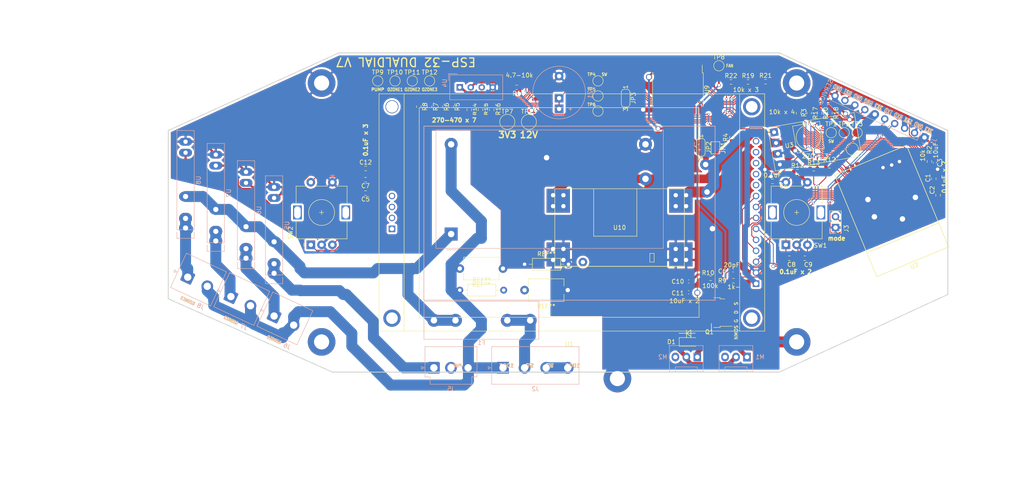
<source format=kicad_pcb>
(kicad_pcb (version 20171130) (host pcbnew 5.1.9-73d0e3b20d~88~ubuntu20.04.1)
  (title_block (date "26 jul 2013"))
  (layers (0 F.Cu signal) (31 B.Cu signal) (34 B.Paste user) (35 F.Paste user) (36 B.SilkS user) (37 F.SilkS user) (38 B.Mask user) (39 F.Mask user) (44 Edge.Cuts user))
  (net 0 "")
  (net 1 GND)
  (net 2 +3V3)
  (net 3 "Net-(J1-Pad4)")
  (net 4 "Net-(U1-Pad3)")
  (net 5 "Net-(U1-Pad4)")
  (net 6 "Net-(U1-Pad5)")
  (net 7 "Net-(U1-Pad6)")
  (net 8 "Net-(U1-Pad7)")
  (net 9 "Net-(U1-Pad8)")
  (net 10 "Net-(U1-Pad9)")
  (net 11 "Net-(U2-Pad4)")
  (net 12 "Net-(U2-Pad5)")
  (net 13 "Net-(U2-Pad17)")
  (net 14 "Net-(U2-Pad18)")
  (net 15 "Net-(U2-Pad20)")
  (net 16 "Net-(U4-Pad3)")
  (net 17 "Net-(BZ1-Pad1)")
  (net 18 FAN)
  (net 19 +12V)
  (net 20 "Net-(F1-Pad2)")
  (net 21 "Net-(J1-Pad5)")
  (net 22 "Net-(R3-Pad1)")
  (net 23 "Net-(R5-Pad1)")
  (net 24 PUMP)
  (net 25 OZON0)
  (net 26 "Net-(R6-Pad1)")
  (net 27 "Net-(R7-Pad1)")
  (net 28 OZON1)
  (net 29 OZON2)
  (net 30 "Net-(R8-Pad1)")
  (net 31 "Net-(U2-Pad19)")
  (net 32 "Net-(U2-Pad21)")
  (net 33 "Net-(U2-Pad22)")
  (net 34 "Net-(U2-Pad32)")
  (net 35 RESET)
  (net 36 "Net-(J1-Pad7)")
  (net 37 "Net-(U1-Pad10)")
  (net 38 "Net-(U1-Pad11)")
  (net 39 "Net-(U1-Pad12)")
  (net 40 "Net-(U1-Pad13)")
  (net 41 "Net-(U1-Pad14)")
  (net 42 "Net-(J5-Pad1)")
  (net 43 "Net-(J6-Pad1)")
  (net 44 "Net-(JP1-Pad1)")
  (net 45 "Net-(JP2-Pad2)")
  (net 46 "Net-(R5-Pad2)")
  (net 47 "Net-(R6-Pad2)")
  (net 48 "Net-(R7-Pad2)")
  (net 49 "Net-(R8-Pad2)")
  (net 50 "Net-(U9-Pad11)")
  (net 51 "Net-(U9-Pad12)")
  (net 52 "Net-(U9-Pad13)")
  (net 53 "Net-(U9-Pad6)")
  (net 54 "Net-(U9-Pad7)")
  (net 55 "Net-(U9-Pad8)")
  (net 56 "Net-(J2-Pad1)")
  (net 57 "Net-(C4-Pad1)")
  (net 58 "Net-(C5-Pad1)")
  (net 59 "Net-(C10-Pad2)")
  (net 60 "Net-(C7-Pad1)")
  (net 61 "Net-(C8-Pad1)")
  (net 62 "Net-(C9-Pad1)")
  (net 63 "Net-(C11-Pad1)")
  (net 64 "Net-(J2-Pad3)")
  (net 65 "Net-(J5-Pad2)")
  (net 66 "Net-(J7-Pad1)")
  (net 67 "Net-(J8-Pad1)")
  (net 68 "Net-(F1-Pad1)")
  (net 69 "Net-(C12-Pad1)")
  (net 70 "Net-(U10-Pad5)")
  (net 71 "Net-(M1-Pad3)")
  (net 72 "Net-(M2-Pad3)")
  (net 73 "Net-(R1-Pad2)")
  (net 74 "Net-(R11-Pad2)")
  (net 75 "Net-(R12-Pad2)")
  (net 76 "Net-(R13-Pad2)")
  (net 77 "Net-(R14-Pad2)")
  (net 78 "Net-(R15-Pad2)")
  (net 79 "Net-(R16-Pad2)")
  (net 80 "Net-(J3-Pad2)")
  (net 81 BUZZER)
  (net 82 "Net-(JP3-Pad1)")
  (module Resistor_THT:R_Axial_DIN0207_L6.3mm_D2.5mm_P10.16mm_Horizontal (layer F.Cu) (at 107 122)
    (fp_text reference REF** (at 5.08 -2.37) (layer F.SilkS))
    (fp_text value R_Axial_DIN0207_L6.3mm_D2.5mm_P10.16mm_Horizontal)
    (pad 1 thru_hole circle (at 0 0) (size 1.6 1.6) (drill 0.8) (layers *.Cu *.Mask))
    (pad 2 thru_hole oval (at 10.16 0) (size 1.6 1.6) (drill 0.8) (layers *.Cu *.Mask))
  )
  (module Capacitor_THT:C_Disc_D8.0mm_W5.0mm_P10.00mm (layer F.Cu) (at 117 128 180)
    (fp_text reference REF** (at 5 -3.75) (layer F.SilkS))
    (fp_text value C_Disc_D8.0mm_W5.0mm_P10.00mm)
    (pad 1 thru_hole circle (at 0 0 180) (size 2 2) (drill 1) (layers *.Cu *.Mask))
    (pad 2 thru_hole circle (at 10 0 180) (size 2 2) (drill 1) (layers *.Cu *.Mask))
  )
  (module Resistor_THT:R_Axial_DIN0207_L6.3mm_D2.5mm_P10.16mm_Horizontal (layer F.Cu) (at 92 128)
    (fp_text reference REF** (at 5.08 -2.37) (layer F.SilkS))
    (fp_text value R_Axial_DIN0207_L6.3mm_D2.5mm_P10.16mm_Horizontal)
    (pad 2 thru_hole oval (at 10.16 0) (size 1.6 1.6) (drill 0.8) (layers *.Cu *.Mask))
    (pad 1 thru_hole circle (at 0 0) (size 1.6 1.6) (drill 0.8) (layers *.Cu *.Mask))
  )
  (module Capacitor_THT:C_Disc_D8.0mm_W5.0mm_P10.00mm (layer F.Cu) (at 102 123 180)
    (fp_text reference REF** (at 5 -3.75) (layer F.SilkS))
    (fp_text value C_Disc_D8.0mm_W5.0mm_P10.00mm)
    (pad 2 thru_hole circle (at 10 0 180) (size 2 2) (drill 1) (layers *.Cu *.Mask))
    (pad 1 thru_hole circle (at 0 0 180) (size 2 2) (drill 1) (layers *.Cu *.Mask))
  )
  (module MountingHole:MountingHole_3.2mm_M3_Pad (layer F.Cu) (at 128.5 148.5)
    (fp_text reference H2 hide)
    (fp_text value Earth_Pad)
    (pad 1 thru_hole circle (at 0 0) (size 6.4 6.4) (drill 3.5) (layers *.Cu *.Mask) (net 1 GND))
  )
  (module library:TFT3.2_ILI9341 (layer F.Cu) (at 115 110 180)
    (fp_text reference U1 (at -2.36 -30.48) (layer F.SilkS))
    (fp_text value CR2013-MI2120)
    (pad 1 thru_hole rect (at -45.6 -16.501 180) (size 1.5 1.5) (drill 1) (layers *.Cu *.Mask) (net 2 +3V3))
    (pad 2 thru_hole circle (at -45.6 -13.961 180) (size 1.5 1.5) (drill 1) (layers *.Cu *.Mask) (net 1 GND))
    (pad 3 thru_hole circle (at -45.6 -11.421 180) (size 1.5 1.5) (drill 1) (layers *.Cu *.Mask) (net 4 "Net-(U1-Pad3)"))
    (pad 4 thru_hole circle (at -45.6 -8.881 180) (size 1.5 1.5) (drill 1) (layers *.Cu *.Mask) (net 5 "Net-(U1-Pad4)"))
    (pad 5 thru_hole circle (at -45.6 -6.341 180) (size 1.5 1.5) (drill 1) (layers *.Cu *.Mask) (net 6 "Net-(U1-Pad5)"))
    (pad 6 thru_hole circle (at -45.6 -3.801 180) (size 1.5 1.5) (drill 1) (layers *.Cu *.Mask) (net 7 "Net-(U1-Pad6)"))
    (pad 7 thru_hole circle (at -45.6 -1.261 180) (size 1.5 1.5) (drill 1) (layers *.Cu *.Mask) (net 8 "Net-(U1-Pad7)"))
    (pad 8 thru_hole circle (at -45.6 1.279 180) (size 1.5 1.5) (drill 1) (layers *.Cu *.Mask) (net 9 "Net-(U1-Pad8)"))
    (pad 9 thru_hole circle (at -45.6 3.819 180) (size 1.5 1.5) (drill 1) (layers *.Cu *.Mask) (net 10 "Net-(U1-Pad9)"))
    (pad "" thru_hole circle (at -44.6 -24.5 180) (size 4 4) (drill 2.7) (layers *.Cu *.Mask))
    (pad "" thru_hole circle (at -44.6 24.5 180) (size 4 4) (drill 2.7) (layers *.Cu *.Mask))
    (pad "" thru_hole circle (at 38.7 -24.5 180) (size 4 4) (drill 2.7) (layers *.Cu *.Mask))
    (pad "" thru_hole circle (at 38.7 24.5 180) (size 3 3) (drill 2.7) (layers *.Cu *.Mask))
    (pad 12 thru_hole circle (at -45.6 11.439 180) (size 1.5 1.5) (drill 1) (layers *.Cu *.Mask) (net 39 "Net-(U1-Pad12)"))
    (pad 11 thru_hole circle (at -45.6 8.899 180) (size 1.5 1.5) (drill 1) (layers *.Cu *.Mask) (net 38 "Net-(U1-Pad11)"))
    (pad 10 thru_hole circle (at -45.6 6.359 180) (size 1.5 1.5) (drill 1) (layers *.Cu *.Mask) (net 37 "Net-(U1-Pad10)"))
    (pad 13 thru_hole circle (at -45.6 13.979 180) (size 1.5 1.5) (drill 1) (layers *.Cu *.Mask) (net 40 "Net-(U1-Pad13)"))
    (pad 14 thru_hole circle (at -45.6 16.519 180) (size 1.5 1.5) (drill 1) (layers *.Cu *.Mask) (net 41 "Net-(U1-Pad14)"))
    (pad 16 thru_hole circle (at 38.7 -1.261 180) (size 1.5 1.5) (drill 1) (layers *.Cu *.Mask))
    (pad 15 thru_hole rect (at 38.7 -3.801 180) (size 1.5 1.5) (drill 1) (layers *.Cu *.Mask))
    (pad 17 thru_hole circle (at 38.7 1.279 180) (size 1.5 1.5) (drill 1) (layers *.Cu *.Mask))
    (pad 18 thru_hole circle (at 38.7 3.819 180) (size 1.5 1.5) (drill 1) (layers *.Cu *.Mask))
  )
  (module library:Buzzer_7.6_5.0 (layer B.Cu) (at 115 86 90)
    (fp_text reference BZ1 (at 3.8 7.2 90) (layer B.SilkS) (effects (justify mirror)))
    (fp_text value Buzzer)
    (fp_text user + (at -0.01 2.54 90) (layer B.SilkS) (effects (justify mirror)))
    (pad 1 thru_hole rect (at 0 0 90) (size 2 2) (drill 1) (layers *.Cu *.Mask) (net 17 "Net-(BZ1-Pad1)"))
    (pad 2 thru_hole circle (at 7.6 0 90) (size 2 2) (drill 1) (layers *.Cu *.Mask) (net 1 GND))
    (pad 1 thru_hole rect (at 2.5 0 90) (size 2 2) (drill 1) (layers *.Cu *.Mask) (net 17 "Net-(BZ1-Pad1)"))
  )
  (module library:ESP-WROOM-32 (layer F.Cu) (at 194 114.5 202.5)
    (fp_text reference U2 (at 0 -8.5 202.5) (layer F.SilkS))
    (fp_text value ESP-WROOM-32)
    (pad 39 smd rect (at -1.5 7.72 202.5) (size 4 4) (layers F.Cu F.Paste F.Mask) (net 1 GND))
    (pad 38 smd rect (at 8.89 0 202.5) (size 1.4 0.9) (layers F.Cu F.Paste F.Mask) (net 1 GND))
    (pad 37 smd rect (at 8.89 1.27 202.5) (size 1.4 0.9) (layers F.Cu F.Paste F.Mask) (net 7 "Net-(U1-Pad6)"))
    (pad 36 smd rect (at 8.89 2.54 202.5) (size 1.4 0.9) (layers F.Cu F.Paste F.Mask) (net 18 FAN))
    (pad 35 smd rect (at 8.89 3.81 202.5) (size 1.4 0.9) (layers F.Cu F.Paste F.Mask) (net 21 "Net-(J1-Pad5)"))
    (pad 34 smd rect (at 8.89 5.08 202.5) (size 1.4 0.9) (layers F.Cu F.Paste F.Mask) (net 3 "Net-(J1-Pad4)"))
    (pad 33 smd rect (at 8.89 6.35 202.5) (size 1.4 0.9) (layers F.Cu F.Paste F.Mask) (net 80 "Net-(J3-Pad2)"))
    (pad 32 smd rect (at 8.89 7.62 202.5) (size 1.4 0.9) (layers F.Cu F.Paste F.Mask) (net 34 "Net-(U2-Pad32)"))
    (pad 31 smd rect (at 8.89 8.89 202.5) (size 1.4 0.9) (layers F.Cu F.Paste F.Mask) (net 10 "Net-(U1-Pad9)"))
    (pad 30 smd rect (at 8.89 10.16 202.5) (size 1.4 0.9) (layers F.Cu F.Paste F.Mask) (net 8 "Net-(U1-Pad7)"))
    (pad 29 smd rect (at 8.89 11.43 202.5) (size 1.4 0.9) (layers F.Cu F.Paste F.Mask) (net 4 "Net-(U1-Pad3)"))
    (pad 28 smd rect (at 8.89 12.7 202.5) (size 1.4 0.9) (layers F.Cu F.Paste F.Mask) (net 6 "Net-(U1-Pad5)"))
    (pad 27 smd rect (at 8.89 13.97 202.5) (size 1.4 0.9) (layers F.Cu F.Paste F.Mask) (net 5 "Net-(U1-Pad4)"))
    (pad 26 smd rect (at 8.89 15.24 202.5) (size 1.4 0.9) (layers F.Cu F.Paste F.Mask) (net 9 "Net-(U1-Pad8)"))
    (pad 25 smd rect (at 8.89 16.51 202.5) (size 1.4 0.9) (layers F.Cu F.Paste F.Mask) (net 22 "Net-(R3-Pad1)"))
    (pad 24 smd rect (at 5.715 18.034 292.5) (size 1.4 0.9) (layers F.Cu F.Paste F.Mask) (net 81 BUZZER))
    (pad 23 smd rect (at 4.445 18.034 292.5) (size 1.4 0.9) (layers F.Cu F.Paste F.Mask) (net 73 "Net-(R1-Pad2)"))
    (pad 22 smd rect (at 3.175 18.034 292.5) (size 1.4 0.9) (layers F.Cu F.Paste F.Mask) (net 33 "Net-(U2-Pad22)"))
    (pad 21 smd rect (at 1.905 18.034 292.5) (size 1.4 0.9) (layers F.Cu F.Paste F.Mask) (net 32 "Net-(U2-Pad21)"))
    (pad 20 smd rect (at 0.635 18.034 292.5) (size 1.4 0.9) (layers F.Cu F.Paste F.Mask) (net 15 "Net-(U2-Pad20)"))
    (pad 19 smd rect (at -0.635 18.034 292.5) (size 1.4 0.9) (layers F.Cu F.Paste F.Mask) (net 31 "Net-(U2-Pad19)"))
    (pad 18 smd rect (at -1.905 18.034 292.5) (size 1.4 0.9) (layers F.Cu F.Paste F.Mask) (net 14 "Net-(U2-Pad18)"))
    (pad 17 smd rect (at -3.175 18.034 292.5) (size 1.4 0.9) (layers F.Cu F.Paste F.Mask) (net 13 "Net-(U2-Pad17)"))
    (pad 16 smd rect (at -4.445 18.034 292.5) (size 1.4 0.9) (layers F.Cu F.Paste F.Mask) (net 79 "Net-(R16-Pad2)"))
    (pad 15 smd rect (at -5.715 18.034 292.5) (size 1.4 0.9) (layers F.Cu F.Paste F.Mask) (net 1 GND))
    (pad 14 smd rect (at -8.89 16.51 202.5) (size 1.4 0.9) (layers F.Cu F.Paste F.Mask) (net 78 "Net-(R15-Pad2)"))
    (pad 13 smd rect (at -8.89 15.24 202.5) (size 1.4 0.9) (layers F.Cu F.Paste F.Mask) (net 77 "Net-(R14-Pad2)"))
    (pad 12 smd rect (at -8.89 13.97 202.5) (size 1.4 0.9) (layers F.Cu F.Paste F.Mask) (net 24 PUMP))
    (pad 11 smd rect (at -8.89 12.7 202.5) (size 1.4 0.9) (layers F.Cu F.Paste F.Mask) (net 25 OZON0))
    (pad 10 smd rect (at -8.89 11.43 202.5) (size 1.4 0.9) (layers F.Cu F.Paste F.Mask) (net 74 "Net-(R11-Pad2)"))
    (pad 9 smd rect (at -8.89 10.16 202.5) (size 1.4 0.9) (layers F.Cu F.Paste F.Mask) (net 29 OZON2))
    (pad 8 smd rect (at -8.89 8.89 202.5) (size 1.4 0.9) (layers F.Cu F.Paste F.Mask) (net 28 OZON1))
    (pad 7 smd rect (at -8.89 7.62 202.5) (size 1.4 0.9) (layers F.Cu F.Paste F.Mask) (net 76 "Net-(R13-Pad2)"))
    (pad 6 smd rect (at -8.89 6.35 202.5) (size 1.4 0.9) (layers F.Cu F.Paste F.Mask) (net 75 "Net-(R12-Pad2)"))
    (pad 5 smd rect (at -8.89 5.08 202.5) (size 1.4 0.9) (layers F.Cu F.Paste F.Mask) (net 12 "Net-(U2-Pad5)"))
    (pad 4 smd rect (at -8.89 3.81 202.5) (size 1.4 0.9) (layers F.Cu F.Paste F.Mask) (net 11 "Net-(U2-Pad4)"))
    (pad 3 smd rect (at -8.89 2.54 202.5) (size 1.4 0.9) (layers F.Cu F.Paste F.Mask) (net 35 RESET))
    (pad 2 smd rect (at -8.89 1.27 202.5) (size 1.4 0.9) (layers F.Cu F.Paste F.Mask) (net 2 +3V3))
    (pad 1 smd rect (at -8.89 0 202.5) (size 1.4 0.9) (layers F.Cu F.Paste F.Mask) (net 1 GND))
  )
  (module library:SSR_SHARP_S108T02_NNC_NNG1D-25mm (layer B.Cu) (at 49 113 90)
    (fp_text reference U5 (at 0 3 90) (layer B.SilkS) (effects (justify mirror)))
    (fp_text value S108T02)
    (pad 1 thru_hole oval (at -8.88 0 90) (size 2.6 3) (drill 1.2) (layers *.Cu *.Mask) (net 42 "Net-(J5-Pad1)"))
    (pad 2 thru_hole oval (at -3.8 0 90) (size 2.2 3) (drill 1.2) (layers *.Cu *.Mask) (net 68 "Net-(F1-Pad1)"))
    (pad 3 thru_hole oval (at 6.36 0 90) (size 1.8 3) (drill 1) (layers *.Cu *.Mask) (net 23 "Net-(R5-Pad1)"))
    (pad 4 thru_hole oval (at 8.9 0 90) (size 1.8 3) (drill 1) (layers *.Cu *.Mask) (net 1 GND))
    (pad 1 thru_hole oval (at -11.1 0 90) (size 2.6 3) (drill 1.2) (layers *.Cu *.Mask) (net 42 "Net-(J5-Pad1)"))
  )
  (module library:SSR_SHARP_S108T02_NNC_NNG1D-25mm (layer B.Cu) (at 42.5 109.5 90)
    (fp_text reference U6 (at 0 3 90) (layer B.SilkS) (effects (justify mirror)))
    (fp_text value S108T02)
    (pad 1 thru_hole oval (at -8.88 0 90) (size 2.6 3) (drill 1.2) (layers *.Cu *.Mask) (net 43 "Net-(J6-Pad1)"))
    (pad 2 thru_hole oval (at -3.8 0 90) (size 2.2 3) (drill 1.2) (layers *.Cu *.Mask) (net 68 "Net-(F1-Pad1)"))
    (pad 3 thru_hole oval (at 6.36 0 90) (size 1.8 3) (drill 1) (layers *.Cu *.Mask) (net 26 "Net-(R6-Pad1)"))
    (pad 4 thru_hole oval (at 8.9 0 90) (size 1.8 3) (drill 1) (layers *.Cu *.Mask) (net 1 GND))
    (pad 1 thru_hole oval (at -11.1 0 90) (size 2.6 3) (drill 1.2) (layers *.Cu *.Mask) (net 43 "Net-(J6-Pad1)"))
  )
  (module library:SSR_SHARP_S108T02_NNC_NNG1D-25mm (layer B.Cu) (at 35.5 105.5 90)
    (fp_text reference U7 (at 0 3 90) (layer B.SilkS) (effects (justify mirror)))
    (fp_text value S108T02)
    (pad 1 thru_hole oval (at -8.88 0 90) (size 2.6 3) (drill 1.2) (layers *.Cu *.Mask) (net 66 "Net-(J7-Pad1)"))
    (pad 2 thru_hole oval (at -3.8 0 90) (size 2.2 3) (drill 1.2) (layers *.Cu *.Mask) (net 68 "Net-(F1-Pad1)"))
    (pad 3 thru_hole oval (at 6.36 0 90) (size 1.8 3) (drill 1) (layers *.Cu *.Mask) (net 27 "Net-(R7-Pad1)"))
    (pad 4 thru_hole oval (at 8.9 0 90) (size 1.8 3) (drill 1) (layers *.Cu *.Mask) (net 1 GND))
    (pad 1 thru_hole oval (at -11.1 0 90) (size 2.6 3) (drill 1.2) (layers *.Cu *.Mask) (net 66 "Net-(J7-Pad1)"))
  )
  (module library:SSR_SHARP_S108T02_NNC_NNG1D-25mm (layer B.Cu) (at 28.5 102.5 90)
    (fp_text reference U8 (at 0 3 90) (layer B.SilkS) (effects (justify mirror)))
    (fp_text value S108T02)
    (pad 1 thru_hole oval (at -11.1 0 90) (size 2.6 3) (drill 1.2) (layers *.Cu *.Mask) (net 67 "Net-(J8-Pad1)"))
    (pad 4 thru_hole oval (at 8.9 0 90) (size 1.8 3) (drill 1) (layers *.Cu *.Mask) (net 1 GND))
    (pad 3 thru_hole oval (at 6.36 0 90) (size 1.8 3) (drill 1) (layers *.Cu *.Mask) (net 30 "Net-(R8-Pad1)"))
    (pad 2 thru_hole oval (at -3.8 0 90) (size 2.2 3) (drill 1.2) (layers *.Cu *.Mask) (net 68 "Net-(F1-Pad1)"))
    (pad 1 thru_hole oval (at -8.88 0 90) (size 2.6 3) (drill 1.2) (layers *.Cu *.Mask) (net 67 "Net-(J8-Pad1)"))
  )
  (module Wire_Pads:SolderWirePad_single_1-2mmDrill (layer F.Cu) (at 26.0756 81.8798)
    (fp_text reference REF** hide)
    (fp_text value SolderWirePad_single_1-2mmDrill hide)
  )
  (module Resistor_SMD:R_0603_1608Metric (layer F.Cu) (at 201.75 102.175 270)
    (fp_text reference C1 (at -0.175 1.35 90) (layer F.SilkS))
    (fp_text value 0.1uF)
    (pad 2 smd roundrect (at 0.825 0 270) (size 0.8 0.95) (layers F.Cu F.Paste F.Mask) (net 1 GND))
    (pad 1 smd roundrect (at -0.825 0 270) (size 0.8 0.95) (layers F.Cu F.Paste F.Mask) (net 35 RESET))
  )
  (module Resistor_SMD:R_0603_1608Metric (layer F.Cu) (at 202.75 106 90)
    (fp_text reference C2 (at 1.2 -1.35 90) (layer F.SilkS))
    (fp_text value 0.1uF)
    (pad 1 smd roundrect (at -0.825 0 90) (size 0.8 0.95) (layers F.Cu F.Paste F.Mask) (net 2 +3V3))
    (pad 2 smd roundrect (at 0.825 0 90) (size 0.8 0.95) (layers F.Cu F.Paste F.Mask) (net 1 GND))
  )
  (module Capacitor_SMD:C_0402_1005Metric (layer F.Cu) (at 202 98.48 270)
    (fp_text reference C3 (at 0 -1.16 90) (layer F.SilkS))
    (fp_text value 10u)
    (pad 2 smd roundrect (at 0.48 0 270) (size 0.56 0.62) (layers F.Cu F.Paste F.Mask) (net 1 GND))
    (pad 1 smd roundrect (at -0.48 0 270) (size 0.56 0.62) (layers F.Cu F.Paste F.Mask) (net 2 +3V3))
  )
  (module Capacitor_SMD:C_0402_1005Metric (layer F.Cu) (at 155.304 123.42)
    (fp_text reference C6 (at -2.52 0.2) (layer F.SilkS))
    (fp_text value 20p)
    (pad 1 smd roundrect (at -0.48 0) (size 0.56 0.62) (layers F.Cu F.Paste F.Mask) (net 59 "Net-(C10-Pad2)"))
    (pad 2 smd roundrect (at 0.48 0) (size 0.56 0.62) (layers F.Cu F.Paste F.Mask) (net 18 FAN))
  )
  (module Converter_ACDC:Converter_ACDC_MeanWell_IRM-20-xx_THT (layer B.Cu) (at 90 115)
    (fp_text reference PS1 (at 22.5 4 180) (layer B.SilkS) (effects (justify mirror)))
    (fp_text value IRM-20-12)
    (pad 3 thru_hole circle (at 45 -20.8) (size 3 3) (drill 1.5) (layers *.Cu *.Mask) (net 1 GND))
    (pad 2 thru_hole circle (at 0 -20.8) (size 3 3) (drill 1.5) (layers *.Cu *.Mask) (net 56 "Net-(J2-Pad1)"))
    (pad 4 thru_hole circle (at 45 -12.8) (size 3 3) (drill 1.5) (layers *.Cu *.Mask) (net 19 +12V))
    (pad 1 thru_hole rect (at 0 0) (size 3 3) (drill 1.5) (layers *.Cu *.Mask) (net 68 "Net-(F1-Pad1)"))
  )
  (module Resistor_SMD:R_0603_1608Metric (layer F.Cu) (at 105.175 81 180)
    (fp_text reference R1 (at 0 -1.43) (layer F.SilkS))
    (fp_text value 103)
    (pad 1 smd roundrect (at -0.825 0 180) (size 0.8 0.95) (layers F.Cu F.Paste F.Mask) (net 2 +3V3))
    (pad 2 smd roundrect (at 0.825 0 180) (size 0.8 0.95) (layers F.Cu F.Paste F.Mask) (net 73 "Net-(R1-Pad2)"))
  )
  (module Resistor_SMD:R_0603_1608Metric (layer F.Cu) (at 200.75 98.175 270)
    (fp_text reference R2 (at -2.675 0 90) (layer F.SilkS))
    (fp_text value 10k)
    (pad 2 smd roundrect (at 0.825 0 270) (size 0.8 0.95) (layers F.Cu F.Paste F.Mask) (net 35 RESET))
    (pad 1 smd roundrect (at -0.825 0 270) (size 0.8 0.95) (layers F.Cu F.Paste F.Mask) (net 2 +3V3))
  )
  (module Resistor_SMD:R_0603_1608Metric (layer F.Cu) (at 170.45 87 90)
    (fp_text reference R3 (at 0.1 1.25 90) (layer F.SilkS))
    (fp_text value 10k)
    (pad 1 smd roundrect (at -0.825 0 90) (size 0.8 0.95) (layers F.Cu F.Paste F.Mask) (net 22 "Net-(R3-Pad1)"))
    (pad 2 smd roundrect (at 0.825 0 90) (size 0.8 0.95) (layers F.Cu F.Paste F.Mask) (net 36 "Net-(J1-Pad7)"))
  )
  (module Resistor_SMD:R_0603_1608Metric (layer F.Cu) (at 90 85.5 270)
    (fp_text reference R5 (at 0 -1.43 90) (layer F.SilkS))
    (fp_text value 270)
    (pad 1 smd roundrect (at -0.825 0 270) (size 0.8 0.95) (layers F.Cu F.Paste F.Mask) (net 23 "Net-(R5-Pad1)"))
    (pad 2 smd roundrect (at 0.825 0 270) (size 0.8 0.95) (layers F.Cu F.Paste F.Mask) (net 46 "Net-(R5-Pad2)"))
  )
  (module Resistor_SMD:R_0603_1608Metric (layer F.Cu) (at 87.5 85.5 270)
    (fp_text reference R6 (at 0 -1.43 90) (layer F.SilkS))
    (fp_text value 270)
    (pad 2 smd roundrect (at 0.825 0 270) (size 0.8 0.95) (layers F.Cu F.Paste F.Mask) (net 47 "Net-(R6-Pad2)"))
    (pad 1 smd roundrect (at -0.825 0 270) (size 0.8 0.95) (layers F.Cu F.Paste F.Mask) (net 26 "Net-(R6-Pad1)"))
  )
  (module Resistor_SMD:R_0603_1608Metric (layer F.Cu) (at 85 85.5 270)
    (fp_text reference R7 (at 0 -1.43 90) (layer F.SilkS))
    (fp_text value 270)
    (pad 1 smd roundrect (at -0.825 0 270) (size 0.8 0.95) (layers F.Cu F.Paste F.Mask) (net 27 "Net-(R7-Pad1)"))
    (pad 2 smd roundrect (at 0.825 0 270) (size 0.8 0.95) (layers F.Cu F.Paste F.Mask) (net 48 "Net-(R7-Pad2)"))
  )
  (module Resistor_SMD:R_0603_1608Metric (layer F.Cu) (at 82.5 85.475 270)
    (fp_text reference R8 (at 0 -1.43 90) (layer F.SilkS))
    (fp_text value 270)
    (pad 2 smd roundrect (at 0.825 0 270) (size 0.8 0.95) (layers F.Cu F.Paste F.Mask) (net 49 "Net-(R8-Pad2)"))
    (pad 1 smd roundrect (at -0.825 0 270) (size 0.8 0.95) (layers F.Cu F.Paste F.Mask) (net 30 "Net-(R8-Pad1)"))
  )
  (module Resistor_SMD:R_0603_1608Metric (layer F.Cu) (at 155.359 125.82)
    (fp_text reference R9 (at -2.575 0) (layer F.SilkS))
    (fp_text value 1k)
    (pad 1 smd roundrect (at -0.825 0) (size 0.8 0.95) (layers F.Cu F.Paste F.Mask) (net 59 "Net-(C10-Pad2)"))
    (pad 2 smd roundrect (at 0.825 0) (size 0.8 0.95) (layers F.Cu F.Paste F.Mask) (net 18 FAN))
  )
  (module Resistor_SMD:R_0603_1608Metric (layer F.Cu) (at 150.075 125.25)
    (fp_text reference R10 (at -0.575 -1.25) (layer F.SilkS))
    (fp_text value 100k)
    (pad 1 smd roundrect (at -0.825 0) (size 0.8 0.95) (layers F.Cu F.Paste F.Mask) (net 1 GND))
    (pad 2 smd roundrect (at 0.825 0) (size 0.8 0.95) (layers F.Cu F.Paste F.Mask) (net 59 "Net-(C10-Pad2)"))
  )
  (module Rotary_Encoder:RotaryEncoder_Alps_EC11E-Switch_Vertical_H20mm (layer F.Cu) (at 167.5 117.5 90)
    (fp_text reference SW1 (at -0.15 8 180) (layer F.SilkS))
    (fp_text value Rotary_Encoder_Switch)
    (pad S1 thru_hole circle (at 14.5 5 90) (size 2 2) (drill 1) (layers *.Cu *.Mask) (net 1 GND))
    (pad S2 thru_hole circle (at 14.5 0 90) (size 2 2) (drill 1) (layers *.Cu *.Mask) (net 57 "Net-(C4-Pad1)"))
    (pad MP thru_hole rect (at 7.5 8.1 90) (size 3.2 2) (drill oval 2.8 1.5) (layers *.Cu *.Mask))
    (pad MP thru_hole rect (at 7.5 -3.1 90) (size 3.2 2) (drill oval 2.8 1.5) (layers *.Cu *.Mask))
    (pad B thru_hole circle (at 0 5 90) (size 2 2) (drill 1) (layers *.Cu *.Mask) (net 62 "Net-(C9-Pad1)"))
    (pad C thru_hole circle (at 0 2.5 90) (size 2 2) (drill 1) (layers *.Cu *.Mask) (net 1 GND))
    (pad A thru_hole rect (at 0 0 90) (size 2 2) (drill 1) (layers *.Cu *.Mask) (net 61 "Net-(C8-Pad1)"))
  )
  (module Rotary_Encoder:RotaryEncoder_Alps_EC11E-Switch_Vertical_H20mm (layer F.Cu) (at 57.5 117.5 90)
    (fp_text reference SW2 (at 2.8 -4.7 90) (layer F.SilkS))
    (fp_text value Rotary_Encoder_Switch)
    (pad A thru_hole rect (at 0 0 90) (size 2 2) (drill 1) (layers *.Cu *.Mask) (net 58 "Net-(C5-Pad1)"))
    (pad C thru_hole circle (at 0 2.5 90) (size 2 2) (drill 1) (layers *.Cu *.Mask) (net 1 GND))
    (pad B thru_hole circle (at 0 5 90) (size 2 2) (drill 1) (layers *.Cu *.Mask) (net 60 "Net-(C7-Pad1)"))
    (pad MP thru_hole rect (at 7.5 -3.1 90) (size 3.2 2) (drill oval 2.8 1.5) (layers *.Cu *.Mask))
    (pad MP thru_hole rect (at 7.5 8.1 90) (size 3.2 2) (drill oval 2.8 1.5) (layers *.Cu *.Mask))
    (pad S2 thru_hole circle (at 14.5 0 90) (size 2 2) (drill 1) (layers *.Cu *.Mask) (net 69 "Net-(C12-Pad1)"))
    (pad S1 thru_hole circle (at 14.5 5 90) (size 2 2) (drill 1) (layers *.Cu *.Mask) (net 1 GND))
  )
  (module Sensor:Aosong_DHT11_5.5x12.0_P2.54mm (layer B.Cu) (at 92 81 270)
    (fp_text reference U4 (at -1 3.5 270) (layer B.SilkS) (effects (justify mirror)))
    (fp_text value DHT11)
    (pad 1 thru_hole rect (at 0 0 270) (size 1.5 1.5) (drill 0.8) (layers *.Cu *.Mask) (net 2 +3V3))
    (pad 2 thru_hole circle (at 0 -2.54 270) (size 1.5 1.5) (drill 0.8) (layers *.Cu *.Mask) (net 73 "Net-(R1-Pad2)"))
    (pad 3 thru_hole circle (at 0 -5.08 270) (size 1.5 1.5) (drill 0.8) (layers *.Cu *.Mask) (net 16 "Net-(U4-Pad3)"))
    (pad 4 thru_hole circle (at 0 -7.62 270) (size 1.5 1.5) (drill 0.8) (layers *.Cu *.Mask) (net 1 GND))
  )
  (module Connector_PinHeader_2.54mm:PinHeader_1x10_P2.54mm_Vertical (layer B.Cu) (at 199.604044 92.612543 65)
    (fp_text reference J1 (at 0 2.33 245) (layer B.SilkS) (effects (justify mirror)))
    (fp_text value SERVICE (at 0 -25.19 245) (layer B.SilkS) (effects (justify mirror)))
    (pad 10 thru_hole oval (at 0 -22.86 65) (size 1.7 1.7) (drill 1) (layers *.Cu *.Mask) (net 1 GND))
    (pad 9 thru_hole oval (at 0 -20.32 65) (size 1.7 1.7) (drill 1) (layers *.Cu *.Mask) (net 35 RESET))
    (pad 8 thru_hole oval (at 0 -17.78 65) (size 1.7 1.7) (drill 1) (layers *.Cu *.Mask) (net 1 GND))
    (pad 7 thru_hole oval (at 0 -15.24 65) (size 1.7 1.7) (drill 1) (layers *.Cu *.Mask) (net 36 "Net-(J1-Pad7)"))
    (pad 6 thru_hole oval (at 0 -12.7 65) (size 1.7 1.7) (drill 1) (layers *.Cu *.Mask) (net 2 +3V3))
    (pad 5 thru_hole oval (at 0 -10.16 65) (size 1.7 1.7) (drill 1) (layers *.Cu *.Mask) (net 21 "Net-(J1-Pad5)"))
    (pad 4 thru_hole oval (at 0 -7.62 65) (size 1.7 1.7) (drill 1) (layers *.Cu *.Mask) (net 3 "Net-(J1-Pad4)"))
    (pad 3 thru_hole oval (at 0 -5.08 65) (size 1.7 1.7) (drill 1) (layers *.Cu *.Mask) (net 19 +12V))
    (pad 2 thru_hole oval (at 0 -2.54 65) (size 1.7 1.7) (drill 1) (layers *.Cu *.Mask) (net 1 GND))
    (pad 1 thru_hole rect (at 0 0 65) (size 1.7 1.7) (drill 1) (layers *.Cu *.Mask) (net 2 +3V3))
  )
  (module MountingHole:MountingHole_3.2mm_M3_Pad (layer F.Cu) (at 60 140)
    (fp_text reference H2 hide)
    (fp_text value MountingHole_Pad)
    (pad 1 thru_hole circle (at 0 0) (size 6.4 6.4) (drill 3.5) (layers *.Cu *.Mask) (net 1 GND))
  )
  (module MountingHole:MountingHole_3.2mm_M3_Pad (layer F.Cu) (at 170 80)
    (fp_text reference H3 hide)
    (fp_text value MountingHole_Pad)
    (pad 1 thru_hole circle (at 0 0) (size 6.4 6.4) (drill 3.5) (layers *.Cu *.Mask) (net 1 GND))
  )
  (module MountingHole:MountingHole_3.2mm_M3_Pad (layer F.Cu) (at 170 140)
    (fp_text reference H4 hide)
    (fp_text value MountingHole_Pad)
    (pad 1 thru_hole circle (at 0 0) (size 6.4 6.4) (drill 3.5) (layers *.Cu *.Mask) (net 1 GND))
  )
  (module MountingHole:MountingHole_3.2mm_M3_Pad (layer F.Cu) (at 60 80)
    (fp_text reference H1 hide)
    (fp_text value MountingHole_Pad)
    (pad 1 thru_hole circle (at 0 0) (size 6.4 6.4) (drill 3.5) (layers *.Cu *.Mask) (net 1 GND))
  )
  (module Jumper:SolderJumper-2_P1.3mm_Bridged_Pad1.0x1.5mm (layer F.Cu) (at 151.2 95 270)
    (fp_text reference JP1 (at 0 -1.8 90) (layer F.SilkS))
    (fp_text value Jumper)
    (fp_poly (pts (xy -0.25 -0.3) (xy 0.25 -0.3) (xy 0.25 0.3) (xy -0.25 0.3)) (layer F.Cu) (width 0))
    (pad 1 smd rect (at -0.65 0 270) (size 1 1.5) (layers F.Cu F.Mask) (net 44 "Net-(JP1-Pad1)"))
    (pad 2 smd rect (at 0.65 0 270) (size 1 1.5) (layers F.Cu F.Mask) (net 19 +12V))
  )
  (module Jumper:SolderJumper-3_P1.3mm_Bridged12_RoundedPad1.0x1.5mm_NumberLabels (layer F.Cu) (at 147.8 94.9 270)
    (fp_text reference JP2 (at 0 -1.8 90) (layer F.SilkS))
    (fp_text value Jumper_NC_Dual)
    (fp_poly (pts (xy -0.9 -0.3) (xy -0.4 -0.3) (xy -0.4 0.3) (xy -0.9 0.3)) (layer F.Cu) (width 0))
    (fp_text user 3 (at 2.6 0 90) (layer F.SilkS))
    (fp_text user 1 (at -2.6 0 90) (layer F.SilkS))
    (pad 3 smd custom (at 1.3 0 270) (size 1 0.5) (layers F.Cu F.Mask) (net 2 +3V3) (options (clearance outline) (anchor rect)) (primitives (gr_circle (center 0 0.25) (end 0.5 0.25) (width 0)) (gr_circle (center 0 -0.25) (end 0.5 -0.25) (width 0)) (gr_poly (pts (xy -0.55 -0.75) (xy 0 -0.75) (xy 0 0.75) (xy -0.55 0.75)) (width 0))))
    (pad 2 smd rect (at 0 0 270) (size 1 1.5) (layers F.Cu F.Mask) (net 45 "Net-(JP2-Pad2)"))
    (pad 1 smd custom (at -1.3 0 270) (size 1 0.5) (layers F.Cu F.Mask) (net 19 +12V) (options (clearance outline) (anchor rect)) (primitives (gr_poly (pts (xy 0.55 -0.75) (xy 0 -0.75) (xy 0 0.75) (xy 0.55 0.75)) (width 0)) (gr_circle (center 0 0.25) (end 0.5 0.25) (width 0)) (gr_circle (center 0 -0.25) (end 0.5 -0.25) (width 0))))
  )
  (module Resistor_SMD:R_0603_1608Metric (layer F.Cu) (at 155 92.6 90)
    (fp_text reference R4 (at 0 -1.43 90) (layer F.SilkS))
    (fp_text value NC)
    (pad 1 smd roundrect (at -0.825 0 90) (size 0.8 0.95) (layers F.Cu F.Paste F.Mask) (net 19 +12V))
    (pad 2 smd roundrect (at 0.825 0 90) (size 0.8 0.95) (layers F.Cu F.Paste F.Mask) (net 44 "Net-(JP1-Pad1)"))
  )
  (module library:QS-1205CME-3A_MINIDC-DC_12-24Vto5V3A_1.8V_2.5V_3.3V_5V_9V_12V (layer F.Cu) (at 174.2 93.6 190)
    (fp_text reference U3 (at 5.957967 0.187438 10) (layer F.SilkS))
    (fp_text value QS-1205CME-3A_MINIDC-DC_12-24Vto5V3A_1.8V_2.5V_3.3V_5V_9V_12V)
    (pad 1 thru_hole rect (at 8.89 -3.81 190) (size 1.8 1.8) (drill 0.9) (layers *.Cu *.Mask) (net 2 +3V3))
    (pad 2 thru_hole rect (at 8.89 -1.27 190) (size 1.8 1.8) (drill 0.9) (layers *.Cu *.Mask) (net 1 GND))
    (pad 3 thru_hole rect (at 8.89 1.27 190) (size 1.8 1.8) (drill 0.9) (layers *.Cu *.Mask) (net 19 +12V))
    (pad 4 thru_hole rect (at 8.89 3.81 190) (size 1.8 1.8) (drill 0.9) (layers *.Cu *.Mask) (net 44 "Net-(JP1-Pad1)"))
  )
  (module Resistor_SMD:R_0603_1608Metric (layer F.Cu) (at 164.4 102.8 180)
    (fp_text reference C4 (at -2.586 -1.082) (layer F.SilkS))
    (fp_text value 0.1uF (at 0 1.43) (layer F.SilkS))
    (pad 2 smd roundrect (at 0.825 0 180) (size 0.8 0.95) (layers F.Cu F.Paste F.Mask) (net 1 GND))
    (pad 1 smd roundrect (at -0.825 0 180) (size 0.8 0.95) (layers F.Cu F.Paste F.Mask) (net 57 "Net-(C4-Pad1)"))
  )
  (module Resistor_SMD:R_0603_1608Metric (layer F.Cu) (at 70.175 105.5 180)
    (fp_text reference C5 (at 0 -1.43) (layer F.SilkS))
    (fp_text value 0.1uF)
    (pad 1 smd roundrect (at -0.825 0 180) (size 0.8 0.95) (layers F.Cu F.Paste F.Mask) (net 58 "Net-(C5-Pad1)"))
    (pad 2 smd roundrect (at 0.825 0 180) (size 0.8 0.95) (layers F.Cu F.Paste F.Mask) (net 1 GND))
  )
  (module Resistor_SMD:R_0603_1608Metric (layer F.Cu) (at 70.175 102.4 180)
    (fp_text reference C7 (at 0 -1.43) (layer F.SilkS))
    (fp_text value 0.1uF)
    (pad 2 smd roundrect (at 0.825 0 180) (size 0.8 0.95) (layers F.Cu F.Paste F.Mask) (net 1 GND))
    (pad 1 smd roundrect (at -0.825 0 180) (size 0.8 0.95) (layers F.Cu F.Paste F.Mask) (net 60 "Net-(C7-Pad1)"))
  )
  (module Resistor_SMD:R_0603_1608Metric (layer F.Cu) (at 168.3 120.6)
    (fp_text reference C8 (at 0.507 1.468) (layer F.SilkS))
    (fp_text value 0.1uF)
    (pad 1 smd roundrect (at -0.825 0) (size 0.8 0.95) (layers F.Cu F.Paste F.Mask) (net 61 "Net-(C8-Pad1)"))
    (pad 2 smd roundrect (at 0.825 0) (size 0.8 0.95) (layers F.Cu F.Paste F.Mask) (net 1 GND))
  )
  (module Resistor_SMD:R_0603_1608Metric (layer F.Cu) (at 171.9 120.6 180)
    (fp_text reference C9 (at -0.8 -1.5) (layer F.SilkS))
    (fp_text value 0.1uF)
    (pad 1 smd roundrect (at -0.825 0 180) (size 0.8 0.95) (layers F.Cu F.Paste F.Mask) (net 62 "Net-(C9-Pad1)"))
    (pad 2 smd roundrect (at 0.825 0 180) (size 0.8 0.95) (layers F.Cu F.Paste F.Mask) (net 1 GND))
  )
  (module Capacitor_SMD:C_0402_1005Metric (layer F.Cu) (at 145 126)
    (fp_text reference C10 (at -2.52 0) (layer F.SilkS))
    (fp_text value 10u)
    (pad 2 smd roundrect (at 0.48 0) (size 0.56 0.62) (layers F.Cu F.Paste F.Mask) (net 59 "Net-(C10-Pad2)"))
    (pad 1 smd roundrect (at -0.48 0) (size 0.56 0.62) (layers F.Cu F.Paste F.Mask) (net 1 GND))
  )
  (module Capacitor_SMD:C_0402_1005Metric (layer F.Cu) (at 145 128.5 180)
    (fp_text reference C11 (at 2.52 -0.19) (layer F.SilkS))
    (fp_text value 10u)
    (pad 1 smd roundrect (at -0.48 0 180) (size 0.56 0.62) (layers F.Cu F.Paste F.Mask) (net 63 "Net-(C11-Pad1)"))
    (pad 2 smd roundrect (at 0.48 0 180) (size 0.56 0.62) (layers F.Cu F.Paste F.Mask) (net 19 +12V))
  )
  (module Diode_SMD:D_SOD-123F (layer F.Cu) (at 145 140)
    (fp_text reference D1 (at -4 0) (layer F.SilkS))
    (fp_text value D_Schottky)
    (pad 1 smd rect (at -1.4 0) (size 1.1 1.1) (layers F.Cu F.Paste F.Mask) (net 19 +12V))
    (pad 2 smd rect (at 1.4 0) (size 1.1 1.1) (layers F.Cu F.Paste F.Mask) (net 63 "Net-(C11-Pad1)"))
  )
  (module library:20mmFuse_P5x2 (layer B.Cu) (at 97 135)
    (fp_text reference F1 (at 0 5.2) (layer B.SilkS) (effects (justify mirror)))
    (fp_text value Fuse)
    (pad 1 thru_hole circle (at -11 0) (size 3 3) (drill 1.5) (layers *.Cu *.Mask) (net 68 "Net-(F1-Pad1)"))
    (pad 2 thru_hole circle (at 11.3 0) (size 3 3) (drill 1.5) (layers *.Cu *.Mask) (net 20 "Net-(F1-Pad2)"))
    (pad 1 thru_hole circle (at -6 0) (size 3 3) (drill 1.5) (layers *.Cu *.Mask) (net 68 "Net-(F1-Pad1)"))
    (pad 2 thru_hole circle (at 6 0) (size 3 3) (drill 1.5) (layers *.Cu *.Mask) (net 20 "Net-(F1-Pad2)"))
  )
  (module Connector_JST:JST_NV_B04P-NV_1x04_P5.00mm_Vertical (layer B.Cu) (at 102 146)
    (fp_text reference J2 (at 7.5 4.9) (layer B.SilkS) (effects (justify mirror)))
    (fp_text value Conn_01x04_Male)
    (pad 1 thru_hole rect (at 0 0) (size 2.7 2.7) (drill 1.7) (layers *.Cu *.Mask) (net 56 "Net-(J2-Pad1)"))
    (pad 2 thru_hole circle (at 5 0) (size 2.7 2.7) (drill 1.7) (layers *.Cu *.Mask) (net 20 "Net-(F1-Pad2)"))
    (pad 3 thru_hole circle (at 10 0) (size 2.7 2.7) (drill 1.7) (layers *.Cu *.Mask) (net 64 "Net-(J2-Pad3)"))
    (pad 4 thru_hole circle (at 15 0) (size 2.7 2.7) (drill 1.7) (layers *.Cu *.Mask) (net 64 "Net-(J2-Pad3)"))
  )
  (module Connector_JST:JST_VH_B3P-VH_1x03_P3.96mm_Vertical (layer B.Cu) (at 86 146)
    (fp_text reference J5 (at 3.96 4.9) (layer B.SilkS) (effects (justify mirror)))
    (fp_text value Conn_01x03_Male)
    (pad 1 thru_hole roundrect (at 0 0) (size 2.7 2.7) (drill 1.7) (layers *.Cu *.Mask) (roundrect_rratio 0.09259296296296296) (net 42 "Net-(J5-Pad1)"))
    (pad 2 thru_hole circle (at 3.96 0) (size 2.7 2.7) (drill 1.7) (layers *.Cu *.Mask) (net 65 "Net-(J5-Pad2)"))
    (pad 3 thru_hole circle (at 7.92 0) (size 2.7 2.7) (drill 1.7) (layers *.Cu *.Mask) (net 56 "Net-(J2-Pad1)"))
  )
  (module Connector_JST:JST_NV_B02P-NV_1x02_P5.00mm_Vertical (layer B.Cu) (at 49 134 335)
    (fp_text reference J6 (at 5.677251 5.0763 335) (layer B.SilkS) (effects (justify mirror)))
    (fp_text value Conn_01x02_Male)
    (pad 1 thru_hole roundrect (at 0 0 335) (size 2.7 2.7) (drill 1.7) (layers *.Cu *.Mask) (roundrect_rratio 0.09259296296296296) (net 43 "Net-(J6-Pad1)"))
    (pad 2 thru_hole circle (at 5 0 335) (size 2.7 2.7) (drill 1.7) (layers *.Cu *.Mask) (net 56 "Net-(J2-Pad1)"))
  )
  (module Connector_JST:JST_NV_B02P-NV_1x02_P5.00mm_Vertical (layer B.Cu) (at 39 129.5 335)
    (fp_text reference J7 (at 5.677251 5.0763 335) (layer B.SilkS) (effects (justify mirror)))
    (fp_text value Conn_01x02_Male)
    (pad 1 thru_hole roundrect (at 0 0 335) (size 2.7 2.7) (drill 1.7) (layers *.Cu *.Mask) (roundrect_rratio 0.09259296296296296) (net 66 "Net-(J7-Pad1)"))
    (pad 2 thru_hole circle (at 5 0 335) (size 2.7 2.7) (drill 1.7) (layers *.Cu *.Mask) (net 56 "Net-(J2-Pad1)"))
  )
  (module Connector_JST:JST_NV_B02P-NV_1x02_P5.00mm_Vertical (layer B.Cu) (at 29 125 335)
    (fp_text reference J8 (at 5.571597 4.849723 335) (layer B.SilkS) (effects (justify mirror)))
    (fp_text value Conn_01x02_Male)
    (pad 1 thru_hole roundrect (at 0 0 335) (size 2.7 2.7) (drill 1.7) (layers *.Cu *.Mask) (roundrect_rratio 0.09259296296296296) (net 67 "Net-(J8-Pad1)"))
    (pad 2 thru_hole circle (at 5 0 335) (size 2.7 2.7) (drill 1.7) (layers *.Cu *.Mask) (net 56 "Net-(J2-Pad1)"))
  )
  (module Resistor_SMD:R_0603_1608Metric (layer F.Cu) (at 70.2 99.8)
    (fp_text reference C12 (at 0 -1.43) (layer F.SilkS))
    (fp_text value 0.1uF)
    (pad 1 smd roundrect (at -0.825 0) (size 0.8 0.95) (layers F.Cu F.Paste F.Mask) (net 69 "Net-(C12-Pad1)"))
    (pad 2 smd roundrect (at 0.825 0) (size 0.8 0.95) (layers F.Cu F.Paste F.Mask) (net 1 GND))
  )
  (module library:Mini560_DC-DC_JW5068A (layer F.Cu) (at 129 113.5)
    (fp_text reference U10 (at 0 0) (layer F.SilkS))
    (fp_text value Mini560_DC-DC_JW5068A)
    (pad 1 thru_hole rect (at -13 -4.96) (size 3 3) (drill 1) (layers *.Cu *.Mask) (net 19 +12V))
    (pad 1 thru_hole rect (at -13 -7.5) (size 3 3) (drill 1) (layers *.Cu *.Mask) (net 19 +12V))
    (pad 1 thru_hole rect (at -15.4 -4.96) (size 3 3) (drill 1) (layers *.Cu *.Mask) (net 19 +12V))
    (pad 1 thru_hole rect (at -15.4 -7.5) (size 3 3) (drill 1) (layers *.Cu *.Mask) (net 19 +12V))
    (pad 2 thru_hole rect (at 15.4 -4.96 180) (size 3 3) (drill 1) (layers *.Cu *.Mask) (net 2 +3V3))
    (pad 2 thru_hole rect (at 13 -4.96 180) (size 3 3) (drill 1) (layers *.Cu *.Mask) (net 2 +3V3))
    (pad 2 thru_hole rect (at 15.4 -7.5 180) (size 3 3) (drill 1) (layers *.Cu *.Mask) (net 2 +3V3))
    (pad 2 thru_hole rect (at 13 -7.5 180) (size 3 3) (drill 1) (layers *.Cu *.Mask) (net 2 +3V3))
    (pad 4 thru_hole rect (at 15.4 4.96 180) (size 3 3) (drill 1) (layers *.Cu *.Mask) (net 1 GND))
    (pad 3 thru_hole rect (at -15.4 7.5) (size 3 3) (drill 1) (layers *.Cu *.Mask) (net 1 GND))
    (pad 4 thru_hole rect (at 15.4 7.5 180) (size 3 3) (drill 1) (layers *.Cu *.Mask) (net 1 GND))
    (pad 4 thru_hole rect (at 13 7.5 180) (size 3 3) (drill 1) (layers *.Cu *.Mask) (net 1 GND))
    (pad 4 thru_hole rect (at 13 4.96 180) (size 3 3) (drill 1) (layers *.Cu *.Mask) (net 1 GND))
    (pad 3 thru_hole rect (at -15.4 4.96) (size 3 3) (drill 1) (layers *.Cu *.Mask) (net 1 GND))
    (pad 3 thru_hole rect (at -13 7.5) (size 3 3) (drill 1) (layers *.Cu *.Mask) (net 1 GND))
    (pad 3 thru_hole rect (at -13 4.96) (size 3 3) (drill 1) (layers *.Cu *.Mask) (net 1 GND))
    (pad 5 thru_hole circle (at -8.5 8 180) (size 2 2) (drill 1) (layers *.Cu *.Mask) (net 70 "Net-(U10-Pad5)"))
  )
  (module Connector:FanPinHeader_1x03_P2.54mm_Vertical (layer B.Cu) (at 158.5 143.5 180)
    (fp_text reference M1 (at -3 0) (layer B.SilkS) (effects (justify mirror)))
    (fp_text value Fan_CPU_4pin)
    (pad 1 thru_hole rect (at 0 0 90) (size 2.03 1.73) (drill 1.02) (layers *.Cu *.Mask) (net 63 "Net-(C11-Pad1)"))
    (pad 2 thru_hole oval (at 2.54 0 90) (size 2.03 1.73) (drill 1.02) (layers *.Cu *.Mask) (net 19 +12V))
    (pad 3 thru_hole oval (at 5.08 0 90) (size 2.03 1.73) (drill 1.02) (layers *.Cu *.Mask) (net 71 "Net-(M1-Pad3)"))
  )
  (module Connector:FanPinHeader_1x03_P2.54mm_Vertical (layer B.Cu) (at 147 143.5 180)
    (fp_text reference M2 (at 8 0) (layer B.SilkS) (effects (justify mirror)))
    (fp_text value Fan_CPU_4pin)
    (pad 3 thru_hole oval (at 5.08 0 90) (size 2.03 1.73) (drill 1.02) (layers *.Cu *.Mask) (net 72 "Net-(M2-Pad3)"))
    (pad 2 thru_hole oval (at 2.54 0 90) (size 2.03 1.73) (drill 1.02) (layers *.Cu *.Mask) (net 19 +12V))
    (pad 1 thru_hole rect (at 0 0 90) (size 2.03 1.73) (drill 1.02) (layers *.Cu *.Mask) (net 63 "Net-(C11-Pad1)"))
  )
  (module Resistor_SMD:R_0603_1608Metric (layer F.Cu) (at 170.175 100.55)
    (fp_text reference R11 (at 0 -1.43) (layer F.SilkS))
    (fp_text value 270)
    (pad 1 smd roundrect (at -0.825 0) (size 0.8 0.95) (layers F.Cu F.Paste F.Mask) (net 57 "Net-(C4-Pad1)"))
    (pad 2 smd roundrect (at 0.825 0) (size 0.8 0.95) (layers F.Cu F.Paste F.Mask) (net 74 "Net-(R11-Pad2)"))
  )
  (module Resistor_SMD:R_0603_1608Metric (layer F.Cu) (at 173.95 99.85)
    (fp_text reference R13 (at 0 -1.43) (layer F.SilkS))
    (fp_text value 270)
    (pad 1 smd roundrect (at -0.825 0) (size 0.8 0.95) (layers F.Cu F.Paste F.Mask) (net 61 "Net-(C8-Pad1)"))
    (pad 2 smd roundrect (at 0.825 0) (size 0.8 0.95) (layers F.Cu F.Paste F.Mask) (net 76 "Net-(R13-Pad2)"))
  )
  (module Resistor_SMD:R_0603_1608Metric (layer F.Cu) (at 94.2 86.2 90)
    (fp_text reference R14 (at 0.1 1.3 90) (layer F.SilkS) (effects (font (size 0.7 1))))
    (fp_text value 270)
    (pad 2 smd roundrect (at 0.825 0 90) (size 0.8 0.95) (layers F.Cu F.Paste F.Mask) (net 77 "Net-(R14-Pad2)"))
    (pad 1 smd roundrect (at -0.825 0 90) (size 0.8 0.95) (layers F.Cu F.Paste F.Mask) (net 69 "Net-(C12-Pad1)"))
  )
  (module Resistor_SMD:R_0603_1608Metric (layer F.Cu) (at 96.8 86.175 90)
    (fp_text reference R15 (at 0.125 1.3 90) (layer F.SilkS) (effects (font (size 0.7 1))))
    (fp_text value 270)
    (pad 1 smd roundrect (at -0.825 0 90) (size 0.8 0.95) (layers F.Cu F.Paste F.Mask) (net 60 "Net-(C7-Pad1)"))
    (pad 2 smd roundrect (at 0.825 0 90) (size 0.8 0.95) (layers F.Cu F.Paste F.Mask) (net 78 "Net-(R15-Pad2)"))
  )
  (module Resistor_SMD:R_0603_1608Metric (layer F.Cu) (at 99.4 86.2 90)
    (fp_text reference R16 (at 0.15 1.5 90) (layer F.SilkS))
    (fp_text value 270)
    (pad 2 smd roundrect (at 0.825 0 90) (size 0.8 0.95) (layers F.Cu F.Paste F.Mask) (net 79 "Net-(R16-Pad2)"))
    (pad 1 smd roundrect (at -0.825 0 90) (size 0.8 0.95) (layers F.Cu F.Paste F.Mask) (net 58 "Net-(C5-Pad1)"))
  )
  (module Resistor_SMD:R_0603_1608Metric (layer F.Cu) (at 172.9 86.95 270)
    (fp_text reference R17 (at 0 -1.43 90) (layer F.SilkS))
    (fp_text value 10k)
    (pad 2 smd roundrect (at 0.825 0 270) (size 0.8 0.95) (layers F.Cu F.Paste F.Mask) (net 74 "Net-(R11-Pad2)"))
    (pad 1 smd roundrect (at -0.825 0 270) (size 0.8 0.95) (layers F.Cu F.Paste F.Mask) (net 2 +3V3))
  )
  (module Resistor_SMD:R_0603_1608Metric (layer F.Cu) (at 177.7 86.95 270)
    (fp_text reference R18 (at 0 -1.43 90) (layer F.SilkS))
    (fp_text value 10k)
    (pad 1 smd roundrect (at -0.825 0 270) (size 0.8 0.95) (layers F.Cu F.Paste F.Mask) (net 2 +3V3))
    (pad 2 smd roundrect (at 0.825 0 270) (size 0.8 0.95) (layers F.Cu F.Paste F.Mask) (net 75 "Net-(R12-Pad2)"))
  )
  (module Resistor_SMD:R_0603_1608Metric (layer F.Cu) (at 158.75 79.75)
    (fp_text reference R19 (at 0 -1.43) (layer F.SilkS))
    (fp_text value 10k)
    (pad 1 smd roundrect (at -0.825 0) (size 0.8 0.95) (layers F.Cu F.Paste F.Mask) (net 2 +3V3))
    (pad 2 smd roundrect (at 0.825 0) (size 0.8 0.95) (layers F.Cu F.Paste F.Mask) (net 78 "Net-(R15-Pad2)"))
  )
  (module Resistor_SMD:R_0603_1608Metric (layer F.Cu) (at 175.3 87 270)
    (fp_text reference R20 (at 0 -1.43 90) (layer F.SilkS))
    (fp_text value 10k)
    (pad 2 smd roundrect (at 0.825 0 270) (size 0.8 0.95) (layers F.Cu F.Paste F.Mask) (net 76 "Net-(R13-Pad2)"))
    (pad 1 smd roundrect (at -0.825 0 270) (size 0.8 0.95) (layers F.Cu F.Paste F.Mask) (net 2 +3V3))
  )
  (module Resistor_SMD:R_0603_1608Metric (layer F.Cu) (at 162.8 79.7)
    (fp_text reference R21 (at 0 -1.43) (layer F.SilkS))
    (fp_text value 10k)
    (pad 2 smd roundrect (at 0.825 0) (size 0.8 0.95) (layers F.Cu F.Paste F.Mask) (net 79 "Net-(R16-Pad2)"))
    (pad 1 smd roundrect (at -0.825 0) (size 0.8 0.95) (layers F.Cu F.Paste F.Mask) (net 2 +3V3))
  )
  (module Resistor_SMD:R_0603_1608Metric (layer F.Cu) (at 154.8 79.75)
    (fp_text reference R22 (at 0 -1.43) (layer F.SilkS))
    (fp_text value 10k)
    (pad 1 smd roundrect (at -0.825 0) (size 0.8 0.95) (layers F.Cu F.Paste F.Mask) (net 2 +3V3))
    (pad 2 smd roundrect (at 0.825 0) (size 0.8 0.95) (layers F.Cu F.Paste F.Mask) (net 77 "Net-(R14-Pad2)"))
  )
  (module Resistor_SMD:R_0603_1608Metric (layer F.Cu) (at 177.6 99.2)
    (fp_text reference R12 (at 0 -1.43) (layer F.SilkS))
    (fp_text value 270)
    (pad 1 smd roundrect (at -0.825 0) (size 0.8 0.95) (layers F.Cu F.Paste F.Mask) (net 62 "Net-(C9-Pad1)"))
    (pad 2 smd roundrect (at 0.825 0) (size 0.8 0.95) (layers F.Cu F.Paste F.Mask) (net 75 "Net-(R12-Pad2)"))
  )
  (module Connector_PinHeader_2.54mm:PinHeader_2x01_P2.54mm_Vertical (layer F.Cu) (at 179 113.5 90)
    (fp_text reference J3 (at -0.25 2.5 90) (layer F.SilkS))
    (fp_text value mode)
    (pad 1 thru_hole rect (at 0 0 90) (size 1.7 1.7) (drill 1) (layers *.Cu *.Mask) (net 1 GND))
    (pad 2 thru_hole oval (at 2.54 0 90) (size 1.7 1.7) (drill 1) (layers *.Cu *.Mask) (net 80 "Net-(J3-Pad2)"))
  )
  (module TestPoint:TestPoint_Pad_D2.0mm (layer F.Cu) (at 178 91.5)
    (fp_text reference TP1 (at 0 -1.998) (layer F.SilkS))
    (fp_text value TestPoint)
    (pad 1 smd circle (at 0 0) (size 2 2) (layers F.Cu F.Mask) (net 74 "Net-(R11-Pad2)"))
  )
  (module TestPoint:TestPoint_Pad_D2.0mm (layer F.Cu) (at 181 91.5)
    (fp_text reference TP2 (at 0 -1.998) (layer F.SilkS))
    (fp_text value TestPoint)
    (pad 1 smd circle (at 0 0) (size 2 2) (layers F.Cu F.Mask) (net 75 "Net-(R12-Pad2)"))
  )
  (module TestPoint:TestPoint_Pad_D2.0mm (layer F.Cu) (at 184 91.5)
    (fp_text reference TP3 (at 0 -1.998) (layer F.SilkS))
    (fp_text value TestPoint)
    (pad 1 smd circle (at 0 0) (size 2 2) (layers F.Cu F.Mask) (net 76 "Net-(R13-Pad2)"))
  )
  (module TestPoint:TestPoint_Pad_D2.0mm (layer F.Cu) (at 124 79.5)
    (fp_text reference TP4 (at -1.5 -1.5) (layer F.SilkS) (effects (font (size 0.7 0.7))))
    (fp_text value TestPoint)
    (pad 1 smd circle (at 0 0) (size 2 2) (layers F.Cu F.Mask) (net 77 "Net-(R14-Pad2)"))
  )
  (module TestPoint:TestPoint_Pad_D2.0mm (layer F.Cu) (at 124 83)
    (fp_text reference TP5 (at -1.5 -1.5) (layer F.SilkS) (effects (font (size 0.7 0.7) (thickness 0.125))))
    (fp_text value TestPoint)
    (pad 1 smd circle (at 0 0) (size 2 2) (layers F.Cu F.Mask) (net 78 "Net-(R15-Pad2)"))
  )
  (module TestPoint:TestPoint_Pad_D2.0mm (layer F.Cu) (at 124 86.5)
    (fp_text reference TP6 (at -1.5 -1.5) (layer F.SilkS) (effects (font (size 0.7 0.7))))
    (fp_text value TestPoint)
    (pad 1 smd circle (at 0 0) (size 2 2) (layers F.Cu F.Mask) (net 79 "Net-(R16-Pad2)"))
  )
  (module TestPoint:TestPoint_Pad_D3.0mm (layer F.Cu) (at 103 89)
    (fp_text reference TP7 (at 0 -2.398) (layer F.SilkS))
    (fp_text value TestPoint)
    (pad 1 smd circle (at 0 0) (size 3 3) (layers F.Cu F.Mask) (net 2 +3V3))
  )
  (module TestPoint:TestPoint_Pad_D2.0mm (layer F.Cu) (at 152 76)
    (fp_text reference TP8 (at 0 -1.998) (layer F.SilkS))
    (fp_text value TestPoint)
    (pad 1 smd circle (at 0 0) (size 2 2) (layers F.Cu F.Mask) (net 63 "Net-(C11-Pad1)"))
  )
  (module TestPoint:TestPoint_Pad_D2.0mm (layer F.Cu) (at 73 79.5)
    (fp_text reference TP9 (at 0 -1.998) (layer F.SilkS))
    (fp_text value TestPoint)
    (pad 1 smd circle (at 0 0) (size 2 2) (layers F.Cu F.Mask) (net 23 "Net-(R5-Pad1)"))
  )
  (module TestPoint:TestPoint_Pad_D2.0mm (layer F.Cu) (at 77 79.5)
    (fp_text reference TP10 (at 0 -1.998) (layer F.SilkS))
    (fp_text value TestPoint)
    (pad 1 smd circle (at 0 0) (size 2 2) (layers F.Cu F.Mask) (net 26 "Net-(R6-Pad1)"))
  )
  (module TestPoint:TestPoint_Pad_D2.0mm (layer F.Cu) (at 81 79.5)
    (fp_text reference TP11 (at 0 -1.998) (layer F.SilkS))
    (fp_text value TestPoint)
    (pad 1 smd circle (at 0 0) (size 2 2) (layers F.Cu F.Mask) (net 27 "Net-(R7-Pad1)"))
  )
  (module TestPoint:TestPoint_Pad_D2.0mm (layer F.Cu) (at 85 79.5)
    (fp_text reference TP12 (at 0 -1.998) (layer F.SilkS))
    (fp_text value TestPoint)
    (pad 1 smd circle (at 0 0) (size 2 2) (layers F.Cu F.Mask) (net 30 "Net-(R8-Pad1)"))
  )
  (module TestPoint:TestPoint_Pad_D3.0mm (layer F.Cu) (at 108 89)
    (fp_text reference TP13 (at 0 -2.398) (layer F.SilkS))
    (fp_text value TestPoint)
    (pad 1 smd circle (at 0 0) (size 3 3) (layers F.Cu F.Mask) (net 19 +12V))
  )
  (module Jumper:SolderJumper-3_P1.3mm_Bridged12_RoundedPad1.0x1.5mm_NumberLabels (layer F.Cu) (at 130.4 83.5 270)
    (fp_text reference JP3 (at 0 -1.8 90) (layer F.SilkS))
    (fp_text value Jumper_NC_Dual)
    (fp_poly (pts (xy -0.9 -0.3) (xy -0.4 -0.3) (xy -0.4 0.3) (xy -0.9 0.3)) (layer F.Cu) (width 0))
    (fp_text user 3 (at 2.6 0 90) (layer F.SilkS))
    (fp_text user 1 (at -2.6 0 270) (layer F.SilkS))
    (pad 3 smd custom (at 1.3 0 270) (size 1 0.5) (layers F.Cu F.Mask) (net 81 BUZZER) (options (clearance outline) (anchor rect)) (primitives (gr_circle (center 0 0.25) (end 0.5 0.25) (width 0)) (gr_circle (center 0 -0.25) (end 0.5 -0.25) (width 0)) (gr_poly (pts (xy -0.55 -0.75) (xy 0 -0.75) (xy 0 0.75) (xy -0.55 0.75)) (width 0))))
    (pad 2 smd rect (at 0 0 270) (size 1 1.5) (layers F.Cu F.Mask) (net 17 "Net-(BZ1-Pad1)"))
    (pad 1 smd custom (at -1.3 0 270) (size 1 0.5) (layers F.Cu F.Mask) (net 82 "Net-(JP3-Pad1)") (options (clearance outline) (anchor rect)) (primitives (gr_poly (pts (xy 0.55 -0.75) (xy 0 -0.75) (xy 0 0.75) (xy 0.55 0.75)) (width 0)) (gr_circle (center 0 0.25) (end 0.5 0.25) (width 0)) (gr_circle (center 0 -0.25) (end 0.5 -0.25) (width 0))))
  )
  (module Package_SO:SOIC-18W_7.5x11.6mm_P1.27mm (layer F.Cu) (at 142.5 81.5 270)
    (fp_text reference U9 (at 0 -6.72 90) (layer F.SilkS))
    (fp_text value TBD62783A)
    (pad 1 smd roundrect (at -4.65 -5.08 270) (size 2.05 0.6) (layers F.Cu F.Paste F.Mask) (net 24 PUMP))
    (pad 2 smd roundrect (at -4.65 -3.81 270) (size 2.05 0.6) (layers F.Cu F.Paste F.Mask) (net 25 OZON0))
    (pad 3 smd roundrect (at -4.65 -2.54 270) (size 2.05 0.6) (layers F.Cu F.Paste F.Mask) (net 28 OZON1))
    (pad 4 smd roundrect (at -4.65 -1.27 270) (size 2.05 0.6) (layers F.Cu F.Paste F.Mask) (net 29 OZON2))
    (pad 5 smd roundrect (at -4.65 0 270) (size 2.05 0.6) (layers F.Cu F.Paste F.Mask) (net 81 BUZZER))
    (pad 6 smd roundrect (at -4.65 1.27 270) (size 2.05 0.6) (layers F.Cu F.Paste F.Mask) (net 53 "Net-(U9-Pad6)"))
    (pad 7 smd roundrect (at -4.65 2.54 270) (size 2.05 0.6) (layers F.Cu F.Paste F.Mask) (net 54 "Net-(U9-Pad7)"))
    (pad 8 smd roundrect (at -4.65 3.81 270) (size 2.05 0.6) (layers F.Cu F.Paste F.Mask) (net 55 "Net-(U9-Pad8)"))
    (pad 9 smd roundrect (at -4.65 5.08 270) (size 2.05 0.6) (layers F.Cu F.Paste F.Mask) (net 45 "Net-(JP2-Pad2)"))
    (pad 10 smd roundrect (at 4.65 5.08 270) (size 2.05 0.6) (layers F.Cu F.Paste F.Mask) (net 1 GND))
    (pad 11 smd roundrect (at 4.65 3.81 270) (size 2.05 0.6) (layers F.Cu F.Paste F.Mask) (net 50 "Net-(U9-Pad11)"))
    (pad 12 smd roundrect (at 4.65 2.54 270) (size 2.05 0.6) (layers F.Cu F.Paste F.Mask) (net 51 "Net-(U9-Pad12)"))
    (pad 13 smd roundrect (at 4.65 1.27 270) (size 2.05 0.6) (layers F.Cu F.Paste F.Mask) (net 52 "Net-(U9-Pad13)"))
    (pad 14 smd roundrect (at 4.65 0 270) (size 2.05 0.6) (layers F.Cu F.Paste F.Mask) (net 82 "Net-(JP3-Pad1)"))
    (pad 15 smd roundrect (at 4.65 -1.27 270) (size 2.05 0.6) (layers F.Cu F.Paste F.Mask) (net 49 "Net-(R8-Pad2)"))
    (pad 16 smd roundrect (at 4.65 -2.54 270) (size 2.05 0.6) (layers F.Cu F.Paste F.Mask) (net 48 "Net-(R7-Pad2)"))
    (pad 17 smd roundrect (at 4.65 -3.81 270) (size 2.05 0.6) (layers F.Cu F.Paste F.Mask) (net 47 "Net-(R6-Pad2)"))
    (pad 18 smd roundrect (at 4.65 -5.08 270) (size 2.05 0.6) (layers F.Cu F.Paste F.Mask) (net 46 "Net-(R5-Pad2)"))
  )
  (module Package_TO_SOT_SMD:TO-252-2 (layer F.Cu) (at 149.8 133.2 180)
    (fp_text reference Q1 (at 0 -4.5) (layer F.SilkS))
    (fp_text value Q_NMOS_GDS)
    (pad 1 smd rect (at -4.2 -2.28 180) (size 2.2 1.2) (layers F.Cu F.Paste F.Mask) (net 59 "Net-(C10-Pad2)"))
    (pad 3 smd rect (at -4.2 2.28 180) (size 2.2 1.2) (layers F.Cu F.Paste F.Mask) (net 1 GND))
    (pad 2 smd rect (at 2.1 0 180) (size 6.4 5.8) (layers F.Cu F.Mask) (net 63 "Net-(C11-Pad1)"))
  )
  (gr_text "100V    SW    SW    100V\n" (at 110.5 145.5) (layer F.SilkS) (effects (font (size 0.9 0.9) (thickness 0.175))))
  (gr_text "100V    SW    SW    100V\n" (at 110.5 145.5) (layer B.SilkS) (effects (font (size 0.9 0.9) (thickness 0.175)) (justify mirror)))
  (gr_text PUMP (at 91 145.5) (layer B.SilkS) (effects (font (size 0.7 0.7) (thickness 0.175)) (justify mirror)))
  (gr_text PUMP (at 91 145.5) (layer F.SilkS) (effects (font (size 0.7 0.7) (thickness 0.175))))
  (gr_text OZONE1 (at 49 139.5 -25) (layer B.SilkS) (effects (font (size 0.7 0.6)) (justify mirror)))
  (gr_text OZONE3 (at 29 130.5 -25) (layer B.SilkS) (effects (font (size 0.7 0.6)) (justify mirror)))
  (gr_text OZONE2 (at 39 135 -25) (layer B.SilkS) (effects (font (size 0.7 0.6)) (justify mirror)))
  (gr_text OZONE1 (at 49 139.5 -25) (layer F.SilkS) (effects (font (size 0.7 0.6))))
  (gr_text OZONE2 (at 39 135 -25) (layer F.SilkS) (effects (font (size 0.7 0.6))))
  (gr_text OZONE3 (at 29 130.5 -25) (layer F.SilkS) (effects (font (size 0.7 0.6))))
  (gr_text FAN (at 154.5 76) (layer F.SilkS) (effects (font (size 0.7 0.6))))
  (gr_text SW (at 178 93.5) (layer F.SilkS) (effects (font (size 0.7 0.6))))
  (gr_text SW (at 125.5 78) (layer F.SilkS) (effects (font (size 0.7 0.6))))
  (gr_text OZONE3 (at 85 81.5) (layer F.SilkS) (effects (font (size 0.7 0.6))))
  (gr_text OZONE2 (at 81 81.5) (layer F.SilkS) (effects (font (size 0.7 0.6))))
  (gr_text OZONE1 (at 77 81.5) (layer F.SilkS) (effects (font (size 0.7 0.6))))
  (gr_text PUMP (at 73 81.5) (layer F.SilkS) (effects (font (size 0.7 0.7) (thickness 0.175))))
  (gr_line (start 144.5 137.25) (end 144.5 139) (layer F.SilkS) (width 0.15))
  (gr_text 12V (at 108 92) (layer F.SilkS) (effects (font (size 1.5 1.5) (thickness 0.3))))
  (gr_text 3V3 (at 103 92) (layer F.SilkS) (effects (font (size 1.5 1.5) (thickness 0.3))))
  (gr_text mode (at 179.25 116) (layer F.SilkS) (effects (font (size 1 1) (thickness 0.25))))
  (gr_text "3V3 GND 12V RXD TXD 3V3 PRG GND RST GND" (at 190 86 155) (layer F.SilkS) (effects (font (size 1 0.71) (thickness 0.1775))))
  (gr_text "ESP-32 DUALDIAL V7" (at 79.5 75.1 180) (layer F.SilkS) (effects (font (size 2 2) (thickness 0.3))))
  (gr_text "10k x 4" (at 166.6 86.7) (layer F.SilkS) (effects (font (size 1 1))))
  (gr_text "10k x 3" (at 158.25 81.55) (layer F.SilkS) (effects (font (size 1 1))))
  (gr_text "270 x 3" (at 174.3 96.95) (layer F.SilkS) (effects (font (size 1 1))))
  (gr_text 100k (at 150 127) (layer F.SilkS) (effects (font (size 1 1))))
  (gr_text "NMOS G  D  S  " (at 156 134.5 90) (layer F.SilkS) (effects (font (size 0.8 0.8))))
  (gr_line (start 142.75 138) (end 146.5 138) (layer F.SilkS) (width 0.15))
  (gr_line (start 145.5 138.75) (end 144.5 138) (layer F.SilkS) (width 0.15))
  (gr_line (start 145.5 137.25) (end 145.5 139) (layer F.SilkS) (width 0.15))
  (gr_line (start 144.5 138) (end 145.5 137.25) (layer F.SilkS) (width 0.15))
  (gr_line (start 150.25 135.75) (end 150.25 137.25) (layer F.SilkS) (width 0.15))
  (gr_text "10uF x 2" (at 144 130.5) (layer F.SilkS) (effects (font (size 1 1))))
  (gr_text 20pF (at 154.94 122.174) (layer F.SilkS) (effects (font (size 1 1))))
  (gr_text 1k- (at 155.5 127.254) (layer F.SilkS) (effects (font (size 1 1))))
  (gr_text 4.7-10k (at 105.8 78.2) (layer F.SilkS) (effects (font (size 1 1))))
  (gr_text 10k (at 199.2 96.8 90) (layer F.SilkS) (effects (font (size 1 1))))
  (gr_text 10uF (at 202.2 95.6 90) (layer F.SilkS) (effects (font (size 1 1))))
  (gr_text "0.1uF x 2" (at 204.2 101.8 90) (layer F.SilkS) (effects (font (size 1 1) (thickness 0.2))))
  (gr_text "0.1uF x 2" (at 169.75 123.75) (layer F.SilkS) (effects (font (size 1 1) (thickness 0.25))))
  (gr_text "270-470 x 7" (at 90.7 88.6) (layer F.SilkS) (effects (font (size 1 1) (thickness 0.25))))
  (gr_text "0.1uF x 3" (at 70.2 93.2 90) (layer F.SilkS) (effects (font (size 1 1) (thickness 0.25))))
  (gr_line (start 24.5 91) (end 24.5 130) (layer Edge.Cuts) (width 0.2))
  (gr_line (start 64 73) (end 24.5 91) (layer Edge.Cuts) (width 0.2))
  (gr_line (start 205 91) (end 205 129) (layer Edge.Cuts) (width 0.2))
  (gr_text "3V3 GND 12V RXD TXD 3V3 PRG GND RST GND" (at 190 86 -25) (layer B.SilkS) (effects (font (size 1 0.71) (thickness 0.1775)) (justify mirror)))
  (gr_line (start 83.68 130.33) (end 83.68 89.99) (layer B.SilkS) (width 0.15))
  (gr_line (start 151.12 130.33) (end 83.68 130.33) (layer B.SilkS) (width 0.15))
  (gr_line (start 151.12 89.99) (end 151.12 130.33) (layer B.SilkS) (width 0.15))
  (gr_line (start 83.68 89.99) (end 151.12 89.99) (layer B.SilkS) (width 0.15))
  (gr_line (start 166 147) (end 205 129) (layer Edge.Cuts) (width 0.2))
  (gr_line (start 166 147) (end 62.5 147) (layer Edge.Cuts) (width 0.2))
  (gr_line (start 166 73) (end 205 91) (layer Edge.Cuts) (width 0.2))
  (gr_line (start 64 73) (end 166 73) (layer Edge.Cuts) (width 0.2))
  (gr_line (start 62.5 147) (end 24.5 130) (layer Edge.Cuts) (width 0.2))
  (segment (start 202.75 105.175) (end 203.8 106.225) (width 0.508) (layer F.Cu) (net 1))
  (segment (start 203.8 109.511233) (end 202.213289 111.097944) (width 0.508) (layer F.Cu) (net 1))
  (segment (start 203.8 106.225) (end 203.8 109.511233) (width 0.508) (layer F.Cu) (net 1))
  (segment (start 202.62901 99.58901) (end 202.62901 99.97099) (width 0.508) (layer F.Cu) (net 1))
  (segment (start 202.62901 102.12099) (end 201.75 103) (width 0.508) (layer F.Cu) (net 1))
  (segment (start 202 98.96) (end 202.62901 99.58901) (width 0.508) (layer F.Cu) (net 1))
  (via (at 190 99.6) (size 1.1) (drill 0.8) (layers F.Cu B.Cu) (net 1))
  (via (at 192 99) (size 1.1) (drill 0.8) (layers F.Cu B.Cu) (net 1))
  (via (at 193.8 98.2) (size 1.1) (drill 0.8) (layers F.Cu B.Cu) (net 1))
  (segment (start 202.62901 99.97099) (end 202.62901 102.12099) (width 0.508) (layer F.Cu) (net 1))
  (via (at 202.62901 99.97099) (size 1.1) (drill 0.8) (layers F.Cu B.Cu) (net 1))
  (segment (start 170 140) (end 165.4 140) (width 2.54) (layer F.Cu) (net 1))
  (segment (start 69.35 101.475) (end 69.35 102.4) (width 0.25) (layer F.Cu) (net 1))
  (segment (start 71.025 99.8) (end 69.35 101.475) (width 0.25) (layer F.Cu) (net 1))
  (segment (start 170 139.52) (end 170 140) (width 2) (layer B.Cu) (net 1))
  (segment (start 161.731999 125.092999) (end 161.876401 125.092999) (width 1.016) (layer B.Cu) (net 1))
  (segment (start 160.6 123.961) (end 161.731999 125.092999) (width 1.016) (layer B.Cu) (net 1))
  (segment (start 170 140) (end 165.908 140) (width 1.016) (layer B.Cu) (net 1))
  (segment (start 163.933701 138.025701) (end 163.933701 127.150299) (width 1.016) (layer B.Cu) (net 1))
  (segment (start 165.908 140) (end 163.933701 138.025701) (width 1.016) (layer B.Cu) (net 1))
  (segment (start 161.876401 125.092999) (end 163.933701 127.150299) (width 1.016) (layer B.Cu) (net 1))
  (via (at 112.1 97.3) (size 2.54) (drill 1.27) (layers F.Cu B.Cu) (net 1))
  (segment (start 170.3 117.8) (end 170 117.5) (width 0.2032) (layer F.Cu) (net 1))
  (segment (start 170.3 120.6) (end 170.3 117.8) (width 0.2032) (layer F.Cu) (net 1))
  (segment (start 169.125 120.6) (end 170.3 120.6) (width 0.2032) (layer F.Cu) (net 1))
  (segment (start 170.3 120.6) (end 171.075 120.6) (width 0.2032) (layer F.Cu) (net 1))
  (segment (start 163.575 102.8) (end 163.575 102.375) (width 0.2032) (layer F.Cu) (net 1))
  (segment (start 163.575 102.8) (end 163.575 102.125) (width 0.2032) (layer F.Cu) (net 1))
  (via (at 164.05 101.65) (size 1.1) (drill 0.8) (layers F.Cu B.Cu) (net 1))
  (segment (start 163.575 102.125) (end 164.05 101.65) (width 0.2032) (layer F.Cu) (net 1))
  (segment (start 164.751709 96.394438) (end 162.65 98.496147) (width 1.27) (layer F.Cu) (net 1))
  (segment (start 165.665592 96.394438) (end 164.751709 96.394438) (width 1.27) (layer F.Cu) (net 1))
  (via (at 162.65 100.05) (size 1.1) (drill 0.8) (layers F.Cu B.Cu) (net 1))
  (segment (start 162.65 98.496147) (end 162.65 100.05) (width 1.27) (layer F.Cu) (net 1))
  (segment (start 162.65 100.25) (end 164.05 101.65) (width 1.27) (layer B.Cu) (net 1))
  (segment (start 162.65 100.05) (end 162.65 100.25) (width 1.27) (layer B.Cu) (net 1))
  (segment (start 171.905569 103) (end 172.5 103) (width 0.2032) (layer B.Cu) (net 1))
  (segment (start 164.05 101.65) (end 170.555569 101.65) (width 0.2032) (layer B.Cu) (net 1))
  (segment (start 170.555569 101.65) (end 171.905569 103) (width 0.2032) (layer B.Cu) (net 1))
  (segment (start 178.885848 84.14272) (end 178.885848 82.95149) (width 1.27) (layer B.Cu) (net 1))
  (segment (start 180.403069 85.659941) (end 178.885848 84.14272) (width 1.27) (layer B.Cu) (net 1))
  (segment (start 182.928341 85.659941) (end 180.403069 85.659941) (width 1.27) (layer B.Cu) (net 1))
  (segment (start 183.489892 85.09839) (end 182.928341 85.659941) (width 1.27) (layer B.Cu) (net 1))
  (via (at 150.5 113.75) (size 2.54) (drill 1.27) (layers F.Cu B.Cu) (net 1))
  (segment (start 32.5 93.6) (end 35.5 96.6) (width 0.508) (layer F.Cu) (net 1))
  (segment (start 28.5 93.6) (end 32.5 93.6) (width 0.508) (layer F.Cu) (net 1))
  (segment (start 38.5 96.6) (end 42.5 100.6) (width 0.508) (layer F.Cu) (net 1))
  (segment (start 35.5 96.6) (end 38.5 96.6) (width 0.508) (layer F.Cu) (net 1))
  (segment (start 46 101.1) (end 49 104.1) (width 0.508) (layer F.Cu) (net 1))
  (via (at 186.5 107) (size 2.54) (drill 1.27) (layers F.Cu B.Cu) (net 1))
  (via (at 188 111) (size 2.54) (drill 1.27) (layers F.Cu B.Cu) (net 1))
  (via (at 194.5 111.5) (size 2.54) (drill 1.27) (layers F.Cu B.Cu) (net 1))
  (via (at 197.5 106.5) (size 2.54) (drill 1.27) (layers F.Cu B.Cu) (net 1))
  (segment (start 196.735822 111.097944) (end 202.213289 111.097944) (width 0.508) (layer F.Cu) (net 1))
  (segment (start 192.431503 106.793625) (end 196.735822 111.097944) (width 0.508) (layer F.Cu) (net 1))
  (segment (start 137.42 86.15) (end 134.45 86.15) (width 0.508) (layer F.Cu) (net 1))
  (via (at 134.45 86.15) (size 1.39954) (drill 1.00076) (layers F.Cu B.Cu) (net 1))
  (segment (start 149.25 125.25) (end 148.25 125.25) (width 0.2032) (layer F.Cu) (net 1))
  (segment (start 148.25 125.25) (end 146.4 127.1) (width 0.2032) (layer F.Cu) (net 1))
  (segment (start 146.4 127.1) (end 144.1 127.1) (width 0.2032) (layer F.Cu) (net 1))
  (segment (start 144.1 127.1) (end 143.6 126.6) (width 0.2032) (layer F.Cu) (net 1))
  (segment (start 143.6 126.6) (end 143.6 126.2) (width 0.2032) (layer F.Cu) (net 1))
  (segment (start 143.8 126) (end 144.52 126) (width 0.2032) (layer F.Cu) (net 1))
  (segment (start 143.6 126.2) (end 143.8 126) (width 0.2032) (layer F.Cu) (net 1))
  (segment (start 45.5 100.6) (end 46 101.1) (width 0.508) (layer F.Cu) (net 1))
  (segment (start 42.5 100.6) (end 45.5 100.6) (width 0.508) (layer F.Cu) (net 1))
  (segment (start 201.5 97.5) (end 202 98) (width 0.508) (layer F.Cu) (net 2))
  (segment (start 200.5 97.5) (end 201.5 97.5) (width 0.508) (layer F.Cu) (net 2))
  (segment (start 202.75 108.901898) (end 202.75 106.825) (width 0.508) (layer F.Cu) (net 2))
  (segment (start 201.727281 109.924617) (end 202.75 108.901898) (width 0.508) (layer F.Cu) (net 2))
  (segment (start 203.62901 96.637509) (end 199.604044 92.612543) (width 0.508) (layer F.Cu) (net 2))
  (segment (start 202 98) (end 203 98) (width 0.508) (layer F.Cu) (net 2))
  (segment (start 203.62901 97.37099) (end 203.62901 96.637509) (width 0.508) (layer F.Cu) (net 2))
  (segment (start 203 98) (end 203.62901 97.37099) (width 0.508) (layer F.Cu) (net 2))
  (segment (start 185.044613 90.294613) (end 188.093935 87.245291) (width 2) (layer B.Cu) (net 2))
  (segment (start 202.75 106.5042) (end 201.8 105.5542) (width 0.508) (layer F.Cu) (net 2))
  (segment (start 202.75 106.825) (end 202.75 106.5042) (width 0.508) (layer F.Cu) (net 2))
  (segment (start 201.8 104.2792) (end 203.62901 102.45019) (width 0.508) (layer F.Cu) (net 2))
  (segment (start 201.8 105.5542) (end 201.8 104.2792) (width 0.508) (layer F.Cu) (net 2))
  (segment (start 203.62901 102.45019) (end 203.62901 102.37099) (width 0.508) (layer F.Cu) (net 2))
  (segment (start 203.62901 102.37099) (end 203.62901 97.37099) (width 0.508) (layer F.Cu) (net 2))
  (segment (start 166.106659 98.89585) (end 165.192776 98.89585) (width 1.27) (layer B.Cu) (net 2))
  (segment (start 149 97.4) (end 147.8 96.2) (width 1.27) (layer F.Cu) (net 2))
  (segment (start 149 98.8) (end 149 97.4) (width 1.27) (layer F.Cu) (net 2))
  (segment (start 158.545999 91.945999) (end 157.654001 91.945999) (width 1.27) (layer B.Cu) (net 2))
  (segment (start 149 98.8) (end 148.919 98.881) (width 2) (layer F.Cu) (net 2))
  (segment (start 150.8 98.8) (end 157.654001 91.945999) (width 2) (layer B.Cu) (net 2))
  (segment (start 149 98.8) (end 150.8 98.8) (width 2) (layer B.Cu) (net 2))
  (segment (start 158.910999 91.580999) (end 162.330999 91.580999) (width 2) (layer B.Cu) (net 2))
  (segment (start 158.545999 91.945999) (end 158.910999 91.580999) (width 2) (layer B.Cu) (net 2))
  (segment (start 163 93.007171) (end 163 96.703074) (width 2) (layer B.Cu) (net 2))
  (segment (start 162.330999 92.33817) (end 163 93.007171) (width 2) (layer B.Cu) (net 2))
  (segment (start 162.330999 91.580999) (end 162.330999 92.33817) (width 2) (layer B.Cu) (net 2))
  (segment (start 163.648463 98.148463) (end 165.25 99.75) (width 2) (layer B.Cu) (net 2))
  (segment (start 163.648463 97.351537) (end 163.648463 98.148463) (width 2) (layer B.Cu) (net 2))
  (segment (start 165.192776 98.89585) (end 163.648463 97.351537) (width 1.27) (layer B.Cu) (net 2))
  (segment (start 163.648463 97.351537) (end 163 96.703074) (width 1.27) (layer B.Cu) (net 2))
  (segment (start 148.919 98.881) (end 148.919 98.881) (width 2) (layer F.Cu) (net 2))
  (via (at 148.919 98.881) (size 2.54) (drill 1.27) (layers F.Cu B.Cu) (net 2))
  (segment (start 92 81) (end 92.291704 81) (width 0.508) (layer F.Cu) (net 2))
  (segment (start 104.918455 82.081545) (end 106 81) (width 0.508) (layer F.Cu) (net 2))
  (segment (start 100.205354 82.081545) (end 104.918455 82.081545) (width 0.508) (layer F.Cu) (net 2))
  (segment (start 100.132898 82.154001) (end 100.205354 82.081545) (width 0.508) (layer F.Cu) (net 2))
  (segment (start 93.445705 82.154001) (end 100.132898 82.154001) (width 0.508) (layer F.Cu) (net 2))
  (segment (start 92.291704 81) (end 93.445705 82.154001) (width 0.508) (layer F.Cu) (net 2))
  (via (at 105.790602 82.454124) (size 1.1) (drill 0.8) (layers F.Cu B.Cu) (net 2))
  (segment (start 106 81) (end 106 82.244726) (width 0.508) (layer F.Cu) (net 2))
  (segment (start 106 82.244726) (end 105.790602 82.454124) (width 0.508) (layer F.Cu) (net 2))
  (segment (start 172.9 86.125) (end 172.9 85.5) (width 0.2032) (layer F.Cu) (net 2))
  (segment (start 172.9 85.5) (end 173.05 85.35) (width 0.2032) (layer F.Cu) (net 2))
  (segment (start 173.05 85.35) (end 175.2 85.35) (width 0.2032) (layer F.Cu) (net 2))
  (segment (start 175.3 85.45) (end 175.3 86.175) (width 0.2032) (layer F.Cu) (net 2))
  (segment (start 175.2 85.35) (end 175.3 85.45) (width 0.2032) (layer F.Cu) (net 2))
  (segment (start 175.2 85.35) (end 177.5 85.35) (width 0.2032) (layer F.Cu) (net 2))
  (segment (start 177.7 85.55) (end 177.7 86.125) (width 0.2032) (layer F.Cu) (net 2))
  (segment (start 177.5 85.35) (end 177.7 85.55) (width 0.2032) (layer F.Cu) (net 2))
  (segment (start 177.5 85.35) (end 173.05 85.35) (width 0.508) (layer F.Cu) (net 2))
  (segment (start 153.975 79.75) (end 153.975 78.275) (width 0.2032) (layer F.Cu) (net 2))
  (segment (start 153.975 78.275) (end 154 78.3) (width 0.2032) (layer F.Cu) (net 2))
  (segment (start 161.975 79.7) (end 161.975 78.675) (width 0.2032) (layer F.Cu) (net 2))
  (segment (start 157.925 78.325) (end 157.95 78.3) (width 0.2032) (layer F.Cu) (net 2))
  (segment (start 157.925 79.75) (end 157.925 78.325) (width 0.2032) (layer F.Cu) (net 2))
  (segment (start 157.95 78.3) (end 156.475 78.3) (width 0.2032) (layer F.Cu) (net 2))
  (segment (start 161.6 78.3) (end 157.95 78.3) (width 0.2032) (layer F.Cu) (net 2))
  (segment (start 154.15 78.4) (end 154.05 78.3) (width 0.508) (layer F.Cu) (net 2))
  (segment (start 161.7 78.4) (end 154.15 78.4) (width 0.508) (layer F.Cu) (net 2))
  (segment (start 154.05 78.3) (end 156.475 78.3) (width 0.2032) (layer F.Cu) (net 2))
  (segment (start 154 78.3) (end 154.05 78.3) (width 0.2032) (layer F.Cu) (net 2))
  (segment (start 161.975 78.675) (end 161.7 78.4) (width 0.2032) (layer F.Cu) (net 2))
  (segment (start 161.7 78.4) (end 161.6 78.3) (width 0.2032) (layer F.Cu) (net 2))
  (segment (start 188.093935 87.245291) (end 187.243936 88.09529) (width 0.508) (layer F.Cu) (net 2))
  (segment (start 187.243936 88.09529) (end 183.45471 88.09529) (width 0.508) (layer F.Cu) (net 2))
  (segment (start 158.545999 112.850199) (end 158.064999 113.331199) (width 1.27) (layer B.Cu) (net 2))
  (segment (start 158.545999 91.945999) (end 158.545999 112.850199) (width 1.27) (layer B.Cu) (net 2))
  (segment (start 158.064999 113.331199) (end 158.064999 123.965999) (width 1.27) (layer B.Cu) (net 2))
  (segment (start 158.064999 123.965999) (end 160.6 126.501) (width 1.27) (layer B.Cu) (net 2))
  (segment (start 185.044613 90.294613) (end 185.663522 90.913522) (width 2) (layer B.Cu) (net 2))
  (segment (start 190.303629 90.913522) (end 192.929201 93.539094) (width 2) (layer B.Cu) (net 2))
  (segment (start 185.663522 90.913522) (end 190.303629 90.913522) (width 2) (layer B.Cu) (net 2))
  (segment (start 192.929201 93.539094) (end 198.677493 93.539094) (width 2) (layer B.Cu) (net 2))
  (segment (start 198.677493 93.539094) (end 199.604044 92.612543) (width 2) (layer B.Cu) (net 2))
  (segment (start 171.310625 100.635011) (end 177.489375 100.635011) (width 2) (layer B.Cu) (net 2))
  (segment (start 166.106659 98.89585) (end 169.571464 98.89585) (width 2) (layer B.Cu) (net 2))
  (segment (start 169.571464 98.89585) (end 171.310625 100.635011) (width 2) (layer B.Cu) (net 2))
  (segment (start 177.489375 100.635011) (end 185.044613 93.079773) (width 2) (layer B.Cu) (net 2))
  (segment (start 185.044613 93.079773) (end 185.044613 90.294613) (width 2) (layer B.Cu) (net 2))
  (segment (start 167.055491 84.205491) (end 178.392764 84.205491) (width 0.508) (layer F.Cu) (net 2))
  (via (at 182.277369 88.489647) (size 1.1) (drill 0.8) (layers F.Cu B.Cu) (net 2))
  (segment (start 161.7 78.4) (end 163.6542 78.4) (width 0.508) (layer F.Cu) (net 2))
  (segment (start 163.6542 78.4) (end 164.8 79.5458) (width 0.508) (layer F.Cu) (net 2))
  (segment (start 164.8 79.5458) (end 164.8 81.95) (width 0.508) (layer F.Cu) (net 2))
  (segment (start 164.8 81.95) (end 167.055491 84.205491) (width 0.508) (layer F.Cu) (net 2))
  (segment (start 180.587074 88.437074) (end 177.5 85.35) (width 0.508) (layer F.Cu) (net 2))
  (segment (start 183.112926 88.437074) (end 180.587074 88.437074) (width 0.508) (layer F.Cu) (net 2))
  (segment (start 183.45471 88.09529) (end 183.112926 88.437074) (width 0.508) (layer F.Cu) (net 2))
  (via (at 181.317135 87.129862) (size 1.1) (drill 0.8) (layers F.Cu B.Cu) (net 2))
  (segment (start 182.277369 88.090096) (end 182.277369 88.489647) (width 0.508) (layer B.Cu) (net 2))
  (segment (start 181.317135 87.129862) (end 182.277369 88.090096) (width 0.508) (layer B.Cu) (net 2))
  (segment (start 183.060353 88.489647) (end 182.277369 88.489647) (width 0.508) (layer F.Cu) (net 2))
  (segment (start 183.45471 88.09529) (end 183.060353 88.489647) (width 0.508) (layer F.Cu) (net 2))
  (segment (start 178.392764 84.205491) (end 181.317135 87.129862) (width 0.508) (layer F.Cu) (net 2))
  (segment (start 150.8 98.8) (end 150.8 103.7) (width 2.54) (layer B.Cu) (net 2))
  (via (at 149.25 105.25) (size 2.54) (drill 1.27) (layers F.Cu B.Cu) (net 2))
  (segment (start 150.8 103.7) (end 149.25 105.25) (width 2.54) (layer B.Cu) (net 2))
  (segment (start 145.15 105.25) (end 144.4 106) (width 2.54) (layer F.Cu) (net 2))
  (segment (start 149.25 105.25) (end 145.15 105.25) (width 2.54) (layer F.Cu) (net 2))
  (segment (start 144.4 106) (end 142 106) (width 0.381) (layer B.Cu) (net 2))
  (segment (start 142 106) (end 142 108.54) (width 0.381) (layer B.Cu) (net 2))
  (segment (start 142 108.54) (end 144.4 108.54) (width 0.381) (layer B.Cu) (net 2))
  (segment (start 145.987981 94.589905) (end 145.987981 93.887981) (width 0.508) (layer F.Cu) (net 2))
  (segment (start 146.610095 95.212019) (end 145.987981 94.589905) (width 0.508) (layer F.Cu) (net 2))
  (segment (start 145.987981 93.887981) (end 145 92.9) (width 0.508) (layer F.Cu) (net 2))
  (segment (start 113.771433 91.5) (end 108.635774 86.364341) (width 0.508) (layer F.Cu) (net 2))
  (segment (start 103 89) (end 105.635659 86.364341) (width 0.508) (layer F.Cu) (net 2))
  (segment (start 145 92.872798) (end 143.627202 91.5) (width 0.508) (layer F.Cu) (net 2))
  (segment (start 145 92.9) (end 145 92.872798) (width 0.508) (layer F.Cu) (net 2))
  (segment (start 146.645999 95.212019) (end 146.610095 95.212019) (width 0.508) (layer F.Cu) (net 2))
  (via (at 108.635774 86.364341) (size 1.1) (drill 0.8) (layers F.Cu B.Cu) (net 2))
  (segment (start 147.404001 95.804001) (end 146.726799 95.804001) (width 0.508) (layer F.Cu) (net 2))
  (segment (start 146.645999 95.723201) (end 146.645999 95.212019) (width 0.508) (layer F.Cu) (net 2))
  (segment (start 105.790602 82.454124) (end 108.635774 85.299296) (width 0.508) (layer B.Cu) (net 2))
  (segment (start 146.726799 95.804001) (end 146.645999 95.723201) (width 0.508) (layer F.Cu) (net 2))
  (segment (start 105.635659 86.364341) (end 108.635774 86.364341) (width 0.508) (layer F.Cu) (net 2))
  (segment (start 108.635774 85.299296) (end 108.635774 86.364341) (width 0.508) (layer B.Cu) (net 2))
  (segment (start 143.627202 91.5) (end 113.771433 91.5) (width 0.508) (layer F.Cu) (net 2))
  (segment (start 147.8 96.2) (end 147.404001 95.804001) (width 0.508) (layer F.Cu) (net 2))
  (via (at 178.015861 107.397093) (size 0.5) (drill 0.3) (layers F.Cu B.Cu) (net 3))
  (via (at 191.547117 90.127613) (size 0.5) (drill 0.3) (layers F.Cu B.Cu) (net 3))
  (segment (start 191.962558 90.127613) (end 191.547117 90.127613) (width 0.2032) (layer B.Cu) (net 3))
  (segment (start 189.681111 92.313523) (end 191.547117 90.447517) (width 0.2032) (layer F.Cu) (net 3))
  (segment (start 192.697979 89.392192) (end 191.962558 90.127613) (width 0.2032) (layer B.Cu) (net 3))
  (segment (start 191.547117 90.447517) (end 191.547117 90.127613) (width 0.2032) (layer F.Cu) (net 3))
  (via (at 189.681111 92.313523) (size 0.5) (drill 0.3) (layers F.Cu B.Cu) (net 3))
  (segment (start 182.449826 114.601601) (end 180.601601 114.601601) (width 0.2032) (layer F.Cu) (net 3))
  (segment (start 183.842679 113.208748) (end 182.449826 114.601601) (width 0.2032) (layer F.Cu) (net 3))
  (segment (start 180.551281 114.551281) (end 180.101601 114.551281) (width 0.2032) (layer F.Cu) (net 3))
  (segment (start 180.601601 114.601601) (end 180.551281 114.551281) (width 0.2032) (layer F.Cu) (net 3))
  (segment (start 180.101601 114.551281) (end 179.902882 114.75) (width 0.2032) (layer F.Cu) (net 3))
  (segment (start 178.097118 114.75) (end 177.75 114.402882) (width 0.2032) (layer F.Cu) (net 3))
  (segment (start 179.902882 114.75) (end 178.097118 114.75) (width 0.2032) (layer F.Cu) (net 3))
  (segment (start 177.75 114.402882) (end 177.75 107.662954) (width 0.2032) (layer F.Cu) (net 3))
  (segment (start 177.75 107.662954) (end 178.015861 107.397093) (width 0.2032) (layer F.Cu) (net 3))
  (segment (start 178.015861 107.397093) (end 178.015861 103.984139) (width 0.2032) (layer B.Cu) (net 3))
  (segment (start 189.681111 92.318889) (end 189.681111 92.313523) (width 0.2032) (layer B.Cu) (net 3))
  (segment (start 178.015861 103.984139) (end 189.681111 92.318889) (width 0.2032) (layer B.Cu) (net 3))
  (segment (start 163.701441 113.751441) (end 163.55 113.902882) (width 0.2032) (layer F.Cu) (net 4))
  (segment (start 163.701441 113.751441) (end 162.596789 114.856093) (width 0.2032) (layer F.Cu) (net 4))
  (segment (start 162.596789 114.856093) (end 162.596789 119.424211) (width 0.2032) (layer F.Cu) (net 4))
  (segment (start 162.596789 119.424211) (end 160.6 121.421) (width 0.2032) (layer F.Cu) (net 4))
  (segment (start 165.348559 113.751441) (end 163.701441 113.751441) (width 0.2032) (layer F.Cu) (net 4))
  (segment (start 172.933945 106.166055) (end 165.348559 113.751441) (width 0.2032) (layer F.Cu) (net 4))
  (segment (start 175.23152 106.166055) (end 172.933945 106.166055) (width 0.2032) (layer F.Cu) (net 4))
  (segment (start 175.294364 106.103211) (end 175.23152 106.166055) (width 0.2032) (layer F.Cu) (net 4))
  (segment (start 178.463381 106.103211) (end 175.294364 106.103211) (width 0.2032) (layer F.Cu) (net 4))
  (segment (start 179.702283 107.342113) (end 178.463381 106.103211) (width 0.2032) (layer F.Cu) (net 4))
  (segment (start 181.412639 107.342113) (end 179.702283 107.342113) (width 0.2032) (layer F.Cu) (net 4))
  (segment (start 179.682949 104.995459) (end 180.440623 104.995459) (width 0.2032) (layer F.Cu) (net 5))
  (segment (start 160.6 118.881) (end 158.598398 116.879398) (width 0.2032) (layer F.Cu) (net 5))
  (segment (start 158.598398 116.879398) (end 158.598398 113.58723) (width 0.2032) (layer F.Cu) (net 5))
  (segment (start 158.598398 113.58723) (end 159.73944 112.446188) (width 0.2032) (layer F.Cu) (net 5))
  (segment (start 159.73944 112.446188) (end 160.854298 112.446188) (width 0.2032) (layer F.Cu) (net 5))
  (segment (start 179.281619 105.396789) (end 179.682949 104.995459) (width 0.2032) (layer F.Cu) (net 5))
  (segment (start 161.601601 111.698885) (end 161.601601 110.500631) (width 0.2032) (layer F.Cu) (net 5))
  (segment (start 160.854298 112.446188) (end 161.601601 111.698885) (width 0.2032) (layer F.Cu) (net 5))
  (segment (start 161.601601 110.500631) (end 161.593578 110.492608) (width 0.2032) (layer F.Cu) (net 5))
  (segment (start 175.001756 105.396789) (end 179.281619 105.396789) (width 0.2032) (layer F.Cu) (net 5))
  (segment (start 164.640852 105.459633) (end 174.938912 105.459633) (width 0.2032) (layer F.Cu) (net 5))
  (segment (start 161.593578 110.492608) (end 161.593578 109.907392) (width 0.2032) (layer F.Cu) (net 5))
  (segment (start 161.593578 109.907392) (end 161.601601 109.899369) (width 0.2032) (layer F.Cu) (net 5))
  (segment (start 161.601601 109.899369) (end 161.601601 108.498885) (width 0.2032) (layer F.Cu) (net 5))
  (segment (start 161.601601 108.498885) (end 164.640852 105.459633) (width 0.2032) (layer F.Cu) (net 5))
  (segment (start 174.938912 105.459633) (end 175.001756 105.396789) (width 0.2032) (layer F.Cu) (net 5))
  (segment (start 160.200601 112.799399) (end 160.1 112.899999) (width 0.2032) (layer F.Cu) (net 6))
  (segment (start 160.119231 112.799399) (end 159.598399 113.320231) (width 0.2032) (layer F.Cu) (net 6))
  (segment (start 160.200601 112.799399) (end 160.119231 112.799399) (width 0.2032) (layer F.Cu) (net 6))
  (segment (start 159.598399 115.339399) (end 160.6 116.341) (width 0.2032) (layer F.Cu) (net 6))
  (segment (start 159.598399 113.320231) (end 159.598399 115.339399) (width 0.2032) (layer F.Cu) (net 6))
  (segment (start 175.085216 105.812844) (end 175.14806 105.75) (width 0.2032) (layer F.Cu) (net 6))
  (segment (start 164.912844 105.812844) (end 175.085216 105.812844) (width 0.2032) (layer F.Cu) (net 6))
  (segment (start 162.2 108.525688) (end 164.912844 105.812844) (width 0.2032) (layer F.Cu) (net 6))
  (segment (start 179.918786 106.168786) (end 180.926631 106.168786) (width 0.2032) (layer F.Cu) (net 6))
  (segment (start 162.2 111.600001) (end 162.2 108.525688) (width 0.2032) (layer F.Cu) (net 6))
  (segment (start 175.14806 105.75) (end 179.5 105.75) (width 0.2032) (layer F.Cu) (net 6))
  (segment (start 161.000602 112.799399) (end 162.2 111.600001) (width 0.2032) (layer F.Cu) (net 6))
  (segment (start 179.5 105.75) (end 179.918786 106.168786) (width 0.2032) (layer F.Cu) (net 6))
  (segment (start 160.200601 112.799399) (end 161.000602 112.799399) (width 0.2032) (layer F.Cu) (net 6))
  (segment (start 185.300703 116.728729) (end 179.821271 116.728729) (width 0.2032) (layer F.Cu) (net 7))
  (segment (start 179.821271 116.728729) (end 174.1 122.45) (width 0.2032) (layer F.Cu) (net 7))
  (segment (start 174.1 122.45) (end 164.6 122.45) (width 0.2032) (layer F.Cu) (net 7))
  (via (at 164.6 122.45) (size 0.8) (drill 0.6) (layers F.Cu B.Cu) (net 7))
  (segment (start 164.6 122.45) (end 164.6 117.35) (width 0.2032) (layer B.Cu) (net 7))
  (segment (start 161.051 113.801) (end 160.6 113.801) (width 0.2032) (layer B.Cu) (net 7))
  (segment (start 164.6 117.35) (end 161.051 113.801) (width 0.2032) (layer B.Cu) (net 7))
  (segment (start 159.503317 122.422601) (end 158.245187 121.164471) (width 0.2032) (layer F.Cu) (net 8))
  (segment (start 161.080769 122.422601) (end 159.503317 122.422601) (width 0.2032) (layer F.Cu) (net 8))
  (segment (start 180.376095 108.51544) (end 178.317077 106.456422) (width 0.2032) (layer F.Cu) (net 8))
  (segment (start 159.53934 111.261) (end 160.6 111.261) (width 0.2032) (layer F.Cu) (net 8))
  (segment (start 162.95 116.649514) (end 162.95 120.55337) (width 0.2032) (layer F.Cu) (net 8))
  (segment (start 173.080248 106.519266) (end 162.95 116.649514) (width 0.2032) (layer F.Cu) (net 8))
  (segment (start 158.245187 112.555153) (end 159.53934 111.261) (width 0.2032) (layer F.Cu) (net 8))
  (segment (start 162.95 120.55337) (end 161.080769 122.422601) (width 0.2032) (layer F.Cu) (net 8))
  (segment (start 175.377824 106.519266) (end 173.080248 106.519266) (width 0.2032) (layer F.Cu) (net 8))
  (segment (start 181.898647 108.51544) (end 180.376095 108.51544) (width 0.2032) (layer F.Cu) (net 8))
  (segment (start 178.317077 106.456422) (end 175.440668 106.456422) (width 0.2032) (layer F.Cu) (net 8))
  (segment (start 175.440668 106.456422) (end 175.377824 106.519266) (width 0.2032) (layer F.Cu) (net 8))
  (segment (start 158.245187 121.164471) (end 158.245187 112.555153) (width 0.2032) (layer F.Cu) (net 8))
  (segment (start 164.214578 105.106422) (end 174.792608 105.106422) (width 0.2032) (layer F.Cu) (net 9))
  (segment (start 174.792608 105.106422) (end 174.892608 105.006422) (width 0.2032) (layer F.Cu) (net 9))
  (segment (start 160.6 108.721) (end 164.214578 105.106422) (width 0.2032) (layer F.Cu) (net 9))
  (segment (start 174.892608 105.006422) (end 178.770325 105.006422) (width 0.2032) (layer F.Cu) (net 9))
  (segment (start 178.770325 105.006422) (end 179.418859 104.357888) (width 0.2032) (layer F.Cu) (net 9))
  (segment (start 179.418859 104.357888) (end 179.954615 103.822132) (width 0.2032) (layer F.Cu) (net 9))
  (segment (start 181.049907 109.688767) (end 178.256631 106.895491) (width 0.2032) (layer F.Cu) (net 10))
  (segment (start 157.446789 109.334211) (end 160.6 106.181) (width 0.2032) (layer F.Cu) (net 10))
  (segment (start 178.256631 106.895491) (end 173.203538 106.895491) (width 0.2032) (layer F.Cu) (net 10))
  (segment (start 159.357013 122.775812) (end 157.446789 120.865587) (width 0.2032) (layer F.Cu) (net 10))
  (segment (start 157.446789 120.865587) (end 157.446789 109.334211) (width 0.2032) (layer F.Cu) (net 10))
  (segment (start 173.203538 106.895491) (end 163.75 116.349029) (width 0.2032) (layer F.Cu) (net 10))
  (segment (start 163.75 116.349029) (end 163.75 120.252885) (width 0.2032) (layer F.Cu) (net 10))
  (segment (start 182.384655 109.688767) (end 181.049907 109.688767) (width 0.2032) (layer F.Cu) (net 10))
  (segment (start 163.75 120.252885) (end 161.227073 122.775812) (width 0.2032) (layer F.Cu) (net 10))
  (segment (start 161.227073 122.775812) (end 159.357013 122.775812) (width 0.2032) (layer F.Cu) (net 10))
  (segment (start 115 86) (end 115 84.532604) (width 0.2032) (layer F.Cu) (net 17))
  (segment (start 115 86) (end 115 83.5) (width 0.2032) (layer F.Cu) (net 17))
  (segment (start 129.4468 83.5) (end 129.39839 83.45159) (width 0.2032) (layer F.Cu) (net 17))
  (segment (start 130.4 83.5) (end 129.4468 83.5) (width 0.2032) (layer F.Cu) (net 17))
  (segment (start 129.39839 83.45159) (end 129.39839 82.59839) (width 0.2032) (layer F.Cu) (net 17))
  (segment (start 129.39839 82.59839) (end 125.048399 78.248399) (width 0.2032) (layer F.Cu) (net 17))
  (segment (start 125.048399 78.248399) (end 118.051601 78.248399) (width 0.2032) (layer F.Cu) (net 17))
  (segment (start 118.051601 78.248399) (end 116.8 79.5) (width 0.2032) (layer F.Cu) (net 17))
  (segment (start 116.8 81.7) (end 115 83.5) (width 0.2032) (layer F.Cu) (net 17))
  (segment (start 116.8 79.5) (end 116.8 81.7) (width 0.2032) (layer F.Cu) (net 17))
  (segment (start 161.08077 124.962601) (end 157.041399 124.962601) (width 0.2032) (layer F.Cu) (net 18))
  (segment (start 161.601601 124.44177) (end 161.08077 124.962601) (width 0.2032) (layer F.Cu) (net 18))
  (segment (start 161.601601 123.898884) (end 161.601601 124.44177) (width 0.2032) (layer F.Cu) (net 18))
  (segment (start 163.702086 121.798399) (end 161.601601 123.898884) (width 0.2032) (layer F.Cu) (net 18))
  (segment (start 164.912769 121.798399) (end 163.702086 121.798399) (width 0.2032) (layer F.Cu) (net 18))
  (segment (start 165.211159 122.096789) (end 164.912769 121.798399) (width 0.2032) (layer F.Cu) (net 18))
  (segment (start 173.953697 122.096789) (end 165.211159 122.096789) (width 0.2032) (layer F.Cu) (net 18))
  (segment (start 180.495084 115.555402) (end 173.953697 122.096789) (width 0.2032) (layer F.Cu) (net 18))
  (segment (start 184.814695 115.555402) (end 180.495084 115.555402) (width 0.2032) (layer F.Cu) (net 18))
  (segment (start 155.784 123.42) (end 156.32 123.42) (width 0.2032) (layer F.Cu) (net 18))
  (segment (start 157.041399 124.141399) (end 157.041399 124.962601) (width 0.2032) (layer F.Cu) (net 18))
  (segment (start 156.32 123.42) (end 157.041399 124.141399) (width 0.2032) (layer F.Cu) (net 18))
  (segment (start 156.184 125.82) (end 156.92 125.82) (width 0.2032) (layer F.Cu) (net 18))
  (segment (start 157.041399 125.698601) (end 157.041399 124.962601) (width 0.2032) (layer F.Cu) (net 18))
  (segment (start 156.92 125.82) (end 157.041399 125.698601) (width 0.2032) (layer F.Cu) (net 18))
  (segment (start 151.490031 100.090031) (end 149.380062 102.2) (width 2) (layer F.Cu) (net 19))
  (segment (start 143 102.2) (end 135 102.2) (width 2) (layer F.Cu) (net 19))
  (segment (start 152.775 95.65) (end 155 93.425) (width 0.2032) (layer F.Cu) (net 19))
  (segment (start 151.2 95.65) (end 152.775 95.65) (width 0.2032) (layer F.Cu) (net 19))
  (segment (start 163.824028 93.893026) (end 161.512001 91.580999) (width 2) (layer F.Cu) (net 19))
  (segment (start 165.224526 93.893026) (end 163.824028 93.893026) (width 2) (layer F.Cu) (net 19))
  (segment (start 161.512001 91.580999) (end 159.687999 91.580999) (width 2) (layer F.Cu) (net 19))
  (segment (start 151.490031 99.778967) (end 151.490031 100.090031) (width 2) (layer F.Cu) (net 19))
  (segment (start 150.065598 95.65) (end 151.2 95.65) (width 1.016) (layer F.Cu) (net 19))
  (segment (start 149.791999 95.376401) (end 150.065598 95.65) (width 1.016) (layer F.Cu) (net 19))
  (segment (start 149.791999 94.457597) (end 149.791999 95.376401) (width 1.016) (layer F.Cu) (net 19))
  (segment (start 148.934402 93.6) (end 149.791999 94.457597) (width 1.016) (layer F.Cu) (net 19))
  (segment (start 147.8 93.6) (end 148.934402 93.6) (width 1.016) (layer F.Cu) (net 19))
  (segment (start 151.2 96.4) (end 153.034499 98.234499) (width 1.016) (layer F.Cu) (net 19))
  (segment (start 151.2 95.65) (end 151.2 96.4) (width 1.016) (layer F.Cu) (net 19))
  (segment (start 153.034499 98.234499) (end 151.490031 99.778967) (width 2) (layer F.Cu) (net 19))
  (segment (start 159.687999 91.580999) (end 153.034499 98.234499) (width 2) (layer F.Cu) (net 19))
  (segment (start 135.75 122) (end 135.75 127.75) (width 2) (layer F.Cu) (net 19))
  (segment (start 145.634 102.2) (end 146.396 102.2) (width 2) (layer F.Cu) (net 19))
  (segment (start 149.380062 102.2) (end 145.634 102.2) (width 2) (layer F.Cu) (net 19))
  (segment (start 145.634 102.2) (end 143 102.2) (width 2) (layer F.Cu) (net 19))
  (segment (start 154.28699 145.17301) (end 155.96 143.5) (width 1.016) (layer F.Cu) (net 19))
  (segment (start 145.608608 145.17301) (end 154.28699 145.17301) (width 1.016) (layer F.Cu) (net 19))
  (segment (start 144.46 144.024402) (end 145.608608 145.17301) (width 1.016) (layer F.Cu) (net 19))
  (segment (start 144.46 143.5) (end 144.46 144.024402) (width 1.016) (layer F.Cu) (net 19))
  (segment (start 144.46 143.5) (end 142.78699 141.82699) (width 1.016) (layer F.Cu) (net 19))
  (via (at 169.65 95.7) (size 1.1) (drill 0.8) (layers F.Cu B.Cu) (net 19))
  (segment (start 167.843026 93.893026) (end 165.224526 93.893026) (width 1.27) (layer F.Cu) (net 19))
  (segment (start 169.65 95.7) (end 167.843026 93.893026) (width 1.27) (layer F.Cu) (net 19))
  (segment (start 195 90.465642) (end 195 88.25) (width 1.27) (layer B.Cu) (net 19))
  (segment (start 178.371428 80.628572) (end 176.4 82.6) (width 1.27) (layer B.Cu) (net 19))
  (segment (start 195 88.25) (end 178.371428 80.628572) (width 1.27) (layer B.Cu) (net 19))
  (segment (start 176.4 82.6) (end 176.4 85.4) (width 1.27) (layer B.Cu) (net 19))
  (segment (start 176.4 85.4) (end 182.3 91.3) (width 1.27) (layer B.Cu) (net 19))
  (segment (start 182.3 91.3) (end 182.3 93.1) (width 1.27) (layer B.Cu) (net 19))
  (segment (start 182.3 93.1) (end 176.85 98.55) (width 1.27) (layer B.Cu) (net 19))
  (segment (start 172.5 98.55) (end 169.65 95.7) (width 1.27) (layer B.Cu) (net 19))
  (segment (start 176.85 98.55) (end 172.5 98.55) (width 1.27) (layer B.Cu) (net 19))
  (segment (start 117.4 102.2) (end 113.6 106) (width 2) (layer F.Cu) (net 19))
  (segment (start 135 102.2) (end 117.4 102.2) (width 2) (layer F.Cu) (net 19))
  (segment (start 135.75 102.95) (end 135 102.2) (width 2) (layer F.Cu) (net 19))
  (segment (start 135.75 122) (end 135.75 102.95) (width 2) (layer F.Cu) (net 19))
  (segment (start 117.4 100.122478) (end 117.4 102.2) (width 0.508) (layer F.Cu) (net 19))
  (segment (start 108 90.722478) (end 117.4 100.122478) (width 0.508) (layer F.Cu) (net 19))
  (segment (start 108 89) (end 108 90.722478) (width 0.508) (layer F.Cu) (net 19))
  (segment (start 116 108.54) (end 113.6 108.54) (width 0.381) (layer B.Cu) (net 19))
  (segment (start 113.6 108.54) (end 113.6 106) (width 0.381) (layer B.Cu) (net 19))
  (segment (start 113.6 106) (end 116 106) (width 0.381) (layer B.Cu) (net 19))
  (segment (start 116 106) (end 116 108.54) (width 0.381) (layer B.Cu) (net 19))
  (segment (start 144.52 128.5) (end 143.5 128.5) (width 0.2032) (layer F.Cu) (net 19))
  (segment (start 142.78699 141.82699) (end 142.78699 141.78699) (width 1.016) (layer F.Cu) (net 19))
  (segment (start 135.8 128.5) (end 135.75 128.45) (width 0.508) (layer F.Cu) (net 19))
  (segment (start 143.5 128.5) (end 135.8 128.5) (width 0.508) (layer F.Cu) (net 19))
  (segment (start 135.75 128.45) (end 135.75 127.75) (width 1.016) (layer F.Cu) (net 19))
  (segment (start 135.75 134.75) (end 135.75 128.45) (width 1.016) (layer F.Cu) (net 19))
  (segment (start 141.6 140) (end 141.3 140.3) (width 0.508) (layer F.Cu) (net 19))
  (segment (start 143.6 140) (end 141.6 140) (width 0.508) (layer F.Cu) (net 19))
  (segment (start 141.3 140.3) (end 135.75 134.75) (width 1.016) (layer F.Cu) (net 19))
  (segment (start 142.78699 141.78699) (end 141.3 140.3) (width 1.016) (layer F.Cu) (net 19))
  (segment (start 107 140) (end 108.3 138.7) (width 2.54) (layer B.Cu) (net 20))
  (segment (start 107 146) (end 107 140) (width 2.54) (layer B.Cu) (net 20))
  (segment (start 103 135) (end 108.3 135) (width 2.54) (layer B.Cu) (net 20))
  (segment (start 108.3 138.7) (end 108.3 135) (width 2.54) (layer B.Cu) (net 20))
  (segment (start 190.395957 88.318741) (end 190.395957 89.125331) (width 0.2032) (layer B.Cu) (net 21))
  (segment (start 190.395957 89.125331) (end 190.007776 89.513512) (width 0.2032) (layer B.Cu) (net 21))
  (via (at 190.007776 89.513512) (size 0.5) (drill 0.3) (layers F.Cu B.Cu) (net 21))
  (segment (start 183.607551 115.103211) (end 177.353211 115.103211) (width 0.2032) (layer F.Cu) (net 21))
  (via (at 177.309918 107.422245) (size 0.5) (drill 0.3) (layers F.Cu B.Cu) (net 21))
  (segment (start 184.328687 114.382075) (end 183.607551 115.103211) (width 0.2032) (layer F.Cu) (net 21))
  (segment (start 177.353211 115.103211) (end 177.309918 115.059918) (width 0.2032) (layer F.Cu) (net 21))
  (segment (start 177.309918 115.059918) (end 177.309918 107.422245) (width 0.2032) (layer F.Cu) (net 21))
  (segment (start 177.309918 107.422245) (end 177.309918 103.980698) (width 0.2032) (layer B.Cu) (net 21))
  (via (at 188.794541 92.496075) (size 0.5) (drill 0.3) (layers F.Cu B.Cu) (net 21))
  (segment (start 190.007776 89.513512) (end 188.794541 90.726747) (width 0.2032) (layer F.Cu) (net 21))
  (segment (start 188.794541 90.726747) (end 188.794541 92.496075) (width 0.2032) (layer F.Cu) (net 21))
  (segment (start 177.309918 103.980698) (end 188.794541 92.496075) (width 0.2032) (layer B.Cu) (net 21))
  (via (at 172.15 89.25) (size 0.5) (drill 0.3) (layers F.Cu B.Cu) (net 22))
  (segment (start 170.725 87.825) (end 170.45 87.825) (width 0.2032) (layer F.Cu) (net 22))
  (segment (start 172.15 89.25) (end 170.725 87.825) (width 0.2032) (layer F.Cu) (net 22))
  (segment (start 172.15 89.25) (end 172.15 94.354533) (width 0.2032) (layer B.Cu) (net 22))
  (segment (start 172.15 94.354533) (end 172.566238 94.770771) (width 0.2032) (layer B.Cu) (net 22))
  (segment (start 163.703211 104.653211) (end 162.6 103.55) (width 0.2032) (layer F.Cu) (net 22))
  (segment (start 163.66523 100.848398) (end 166.488611 100.848398) (width 0.2032) (layer F.Cu) (net 22))
  (segment (start 162.6 103.55) (end 162.6 101.913628) (width 0.2032) (layer F.Cu) (net 22))
  (segment (start 179.468607 102.648805) (end 177.464201 104.653211) (width 0.2032) (layer F.Cu) (net 22))
  (segment (start 162.6 101.913628) (end 163.66523 100.848398) (width 0.2032) (layer F.Cu) (net 22))
  (via (at 172.566238 94.770771) (size 0.5) (drill 0.3) (layers F.Cu B.Cu) (net 22))
  (segment (start 166.488611 100.848398) (end 172.566238 94.770771) (width 0.2032) (layer F.Cu) (net 22))
  (segment (start 177.464201 104.653211) (end 163.703211 104.653211) (width 0.2032) (layer F.Cu) (net 22))
  (segment (start 86.641115 76.779979) (end 90 80.138864) (width 0.508) (layer F.Cu) (net 23))
  (segment (start 82.858885 76.779979) (end 86.641115 76.779979) (width 0.508) (layer F.Cu) (net 23))
  (segment (start 90 80.138864) (end 90 84.675) (width 0.508) (layer F.Cu) (net 23))
  (segment (start 82.200876 77.437988) (end 82.858885 76.779979) (width 0.508) (layer F.Cu) (net 23))
  (segment (start 49.6 106.64) (end 51.008 105.232) (width 0.508) (layer F.Cu) (net 23))
  (segment (start 51.008 105.232) (end 51.008 104.085255) (width 0.508) (layer F.Cu) (net 23))
  (segment (start 49 106.64) (end 49.6 106.64) (width 0.508) (layer F.Cu) (net 23))
  (segment (start 56.546627 98.546627) (end 64.953373 98.546627) (width 0.508) (layer F.Cu) (net 23))
  (segment (start 51.008 104.085255) (end 56.546627 98.546627) (width 0.508) (layer F.Cu) (net 23))
  (segment (start 73 90.5) (end 73 79.5) (width 0.508) (layer F.Cu) (net 23))
  (segment (start 64.953373 98.546627) (end 73 90.5) (width 0.508) (layer F.Cu) (net 23))
  (segment (start 73 79.5) (end 74.5 79.5) (width 0.508) (layer F.Cu) (net 23))
  (segment (start 74.5 79.5) (end 76.562011 77.437989) (width 0.508) (layer F.Cu) (net 23))
  (segment (start 76.562011 77.437989) (end 82.200876 77.437988) (width 0.508) (layer F.Cu) (net 23))
  (segment (start 173.914784 92.412844) (end 174.767993 93.266053) (width 0.2032) (layer F.Cu) (net 24))
  (segment (start 189.438126 94.412844) (end 189.976204 93.874766) (width 0.2032) (layer F.Cu) (net 24))
  (segment (start 195.926707 93.874766) (end 196.364784 94.312844) (width 0.2032) (layer F.Cu) (net 24))
  (segment (start 174.767993 93.266053) (end 175.755031 93.266053) (width 0.2032) (layer F.Cu) (net 24))
  (segment (start 172.425625 92.412844) (end 173.914784 92.412844) (width 0.2032) (layer F.Cu) (net 24))
  (segment (start 147.58 80.378544) (end 152.912692 85.711236) (width 0.2032) (layer F.Cu) (net 24))
  (segment (start 147.58 76.85) (end 147.58 80.378544) (width 0.2032) (layer F.Cu) (net 24))
  (segment (start 196.364784 94.312844) (end 196.414785 94.312844) (width 0.2032) (layer F.Cu) (net 24))
  (segment (start 175.755031 93.266053) (end 176.901821 94.412844) (width 0.2032) (layer F.Cu) (net 24))
  (segment (start 168.146726 88.133945) (end 172.425625 92.412844) (width 0.2032) (layer F.Cu) (net 24))
  (segment (start 189.976204 93.874766) (end 195.926707 93.874766) (width 0.2032) (layer F.Cu) (net 24))
  (segment (start 157.633945 88.133945) (end 168.146726 88.133945) (width 0.2032) (layer F.Cu) (net 24))
  (segment (start 155.211236 85.711236) (end 157.633945 88.133945) (width 0.2032) (layer F.Cu) (net 24))
  (segment (start 176.901821 94.412844) (end 189.438126 94.412844) (width 0.2032) (layer F.Cu) (net 24))
  (segment (start 196.414785 94.312844) (end 197.9 95.798059) (width 0.2032) (layer F.Cu) (net 24))
  (segment (start 152.912692 85.711236) (end 155.211236 85.711236) (width 0.2032) (layer F.Cu) (net 24))
  (segment (start 197.9 95.798059) (end 197.9 97.158548) (width 0.2032) (layer F.Cu) (net 24))
  (segment (start 197.9 97.158548) (end 196.867201 98.191347) (width 0.2032) (layer F.Cu) (net 24))
  (segment (start 189.8299 93.521555) (end 189.314299 94.037156) (width 0.2032) (layer F.Cu) (net 25))
  (segment (start 146.31 75.825) (end 146.31 76.85) (width 0.2032) (layer F.Cu) (net 25))
  (segment (start 196.561089 93.959633) (end 196.511088 93.959633) (width 0.2032) (layer F.Cu) (net 25))
  (segment (start 174.914297 92.912842) (end 174.061088 92.059633) (width 0.2032) (layer F.Cu) (net 25))
  (segment (start 148.3 80.59903) (end 148.3 75.8) (width 0.2032) (layer F.Cu) (net 25))
  (segment (start 152.649369 84.948399) (end 148.3 80.59903) (width 0.2032) (layer F.Cu) (net 25))
  (segment (start 155.551601 84.9484) (end 152.649369 84.948399) (width 0.2032) (layer F.Cu) (net 25))
  (segment (start 189.314299 94.037156) (end 182.961389 94.037156) (width 0.2032) (layer F.Cu) (net 25))
  (segment (start 197.353209 99.364674) (end 198.599998 98.117885) (width 0.2032) (layer F.Cu) (net 25))
  (segment (start 182.961389 94.037156) (end 182.938912 94.059633) (width 0.2032) (layer F.Cu) (net 25))
  (segment (start 174.061088 92.059633) (end 172.571929 92.059633) (width 0.2032) (layer F.Cu) (net 25))
  (segment (start 148.3 75.8) (end 147.906422 75.406422) (width 0.2032) (layer F.Cu) (net 25))
  (segment (start 172.571929 92.059633) (end 162.512298 82.000002) (width 0.2032) (layer F.Cu) (net 25))
  (segment (start 196.07301 93.521555) (end 189.8299 93.521555) (width 0.2032) (layer F.Cu) (net 25))
  (segment (start 182.938912 94.059633) (end 177.048125 94.059633) (width 0.2032) (layer F.Cu) (net 25))
  (segment (start 158.499998 82.000002) (end 155.551601 84.9484) (width 0.2032) (layer F.Cu) (net 25))
  (segment (start 198.599998 95.998542) (end 196.561089 93.959633) (width 0.2032) (layer F.Cu) (net 25))
  (segment (start 147.906422 75.406422) (end 146.728578 75.406422) (width 0.2032) (layer F.Cu) (net 25))
  (segment (start 146.728578 75.406422) (end 146.31 75.825) (width 0.2032) (layer F.Cu) (net 25))
  (segment (start 196.511088 93.959633) (end 196.07301 93.521555) (width 0.2032) (layer F.Cu) (net 25))
  (segment (start 198.599998 98.117885) (end 198.599998 95.998542) (width 0.2032) (layer F.Cu) (net 25))
  (segment (start 177.048125 94.059633) (end 175.901334 92.912842) (width 0.2032) (layer F.Cu) (net 25))
  (segment (start 175.901334 92.912842) (end 174.914297 92.912842) (width 0.2032) (layer F.Cu) (net 25))
  (segment (start 162.512298 82.000002) (end 158.499998 82.000002) (width 0.2032) (layer F.Cu) (net 25))
  (segment (start 86.368557 77.437989) (end 87.5 78.569432) (width 0.508) (layer F.Cu) (net 26))
  (segment (start 83.631444 77.437988) (end 86.368557 77.437989) (width 0.508) (layer F.Cu) (net 26))
  (segment (start 77 79.5) (end 78.404001 78.095999) (width 0.508) (layer F.Cu) (net 26))
  (segment (start 87.5 78.569432) (end 87.5 84.675) (width 0.508) (layer F.Cu) (net 26))
  (segment (start 82.973433 78.095999) (end 83.631444 77.437988) (width 0.508) (layer F.Cu) (net 26))
  (segment (start 78.404001 78.095999) (end 82.973433 78.095999) (width 0.508) (layer F.Cu) (net 26))
  (segment (start 73.658011 90.772557) (end 73.658011 82.841989) (width 0.508) (layer F.Cu) (net 26))
  (segment (start 65.225931 99.204637) (end 73.658011 90.772557) (width 0.508) (layer F.Cu) (net 26))
  (segment (start 73.658011 82.841989) (end 77 79.5) (width 0.508) (layer F.Cu) (net 26))
  (segment (start 57.22593 99.204638) (end 65.225931 99.204637) (width 0.508) (layer F.Cu) (net 26))
  (segment (start 51.679977 104.750591) (end 57.22593 99.204638) (width 0.508) (layer F.Cu) (net 26))
  (segment (start 50.130862 108.5) (end 51.679977 106.950885) (width 0.508) (layer F.Cu) (net 26))
  (segment (start 48.361136 108.5) (end 50.130862 108.5) (width 0.508) (layer F.Cu) (net 26))
  (segment (start 51.679977 106.950885) (end 51.679977 104.750591) (width 0.508) (layer F.Cu) (net 26))
  (segment (start 43.001136 103.14) (end 48.361136 108.5) (width 0.508) (layer F.Cu) (net 26))
  (segment (start 42.5 103.14) (end 43.001136 103.14) (width 0.508) (layer F.Cu) (net 26))
  (segment (start 81 79.5) (end 82.5 79.5) (width 0.508) (layer F.Cu) (net 27))
  (segment (start 83.904001 78.095999) (end 86.095999 78.095999) (width 0.508) (layer F.Cu) (net 27))
  (segment (start 82.5 79.5) (end 83.904001 78.095999) (width 0.508) (layer F.Cu) (net 27))
  (segment (start 86.404001 78.404001) (end 86.404001 82.095999) (width 0.508) (layer F.Cu) (net 27))
  (segment (start 86.095999 78.095999) (end 86.404001 78.404001) (width 0.508) (layer F.Cu) (net 27))
  (segment (start 85 83.5) (end 85 84.675) (width 0.508) (layer F.Cu) (net 27))
  (segment (start 86.404001 82.095999) (end 85 83.5) (width 0.508) (layer F.Cu) (net 27))
  (segment (start 81 80.914213) (end 81 79.5) (width 0.508) (layer F.Cu) (net 27))
  (segment (start 48.088579 109.158011) (end 50.40342 109.15801) (width 0.508) (layer F.Cu) (net 27))
  (segment (start 37.508 99.14) (end 40.59599 102.22799) (width 0.508) (layer F.Cu) (net 27))
  (segment (start 41.473777 104.557925) (end 43.488494 104.557926) (width 0.508) (layer F.Cu) (net 27))
  (segment (start 40.59599 102.22799) (end 40.59599 103.680138) (width 0.508) (layer F.Cu) (net 27))
  (segment (start 50.40342 109.15801) (end 52.337988 107.223442) (width 0.508) (layer F.Cu) (net 27))
  (segment (start 57.498487 99.862649) (end 65.498487 99.862649) (width 0.508) (layer F.Cu) (net 27))
  (segment (start 43.488494 104.557926) (end 48.088579 109.158011) (width 0.508) (layer F.Cu) (net 27))
  (segment (start 52.337988 107.223442) (end 52.337988 105.023148) (width 0.508) (layer F.Cu) (net 27))
  (segment (start 65.498487 99.862649) (end 81 84.361136) (width 0.508) (layer F.Cu) (net 27))
  (segment (start 35.5 99.14) (end 37.508 99.14) (width 0.508) (layer F.Cu) (net 27))
  (segment (start 40.59599 103.680138) (end 41.473777 104.557925) (width 0.508) (layer F.Cu) (net 27))
  (segment (start 52.337988 105.023148) (end 57.498487 99.862649) (width 0.508) (layer F.Cu) (net 27))
  (segment (start 81 84.361136) (end 81 80.914213) (width 0.508) (layer F.Cu) (net 27))
  (segment (start 189.021691 93.330734) (end 182.668781 93.330734) (width 0.2032) (layer F.Cu) (net 28))
  (segment (start 175.206905 92.20642) (end 174.353696 91.353211) (width 0.2032) (layer F.Cu) (net 28))
  (segment (start 172.864537 91.353211) (end 162.804906 81.29358) (width 0.2032) (layer F.Cu) (net 28))
  (segment (start 148.2 74.7) (end 144.327036 74.7) (width 0.2032) (layer F.Cu) (net 28))
  (segment (start 144.327036 74.7) (end 143.153211 75.873825) (width 0.2032) (layer F.Cu) (net 28))
  (segment (start 174.353696 91.353211) (end 172.864537 91.353211) (width 0.2032) (layer F.Cu) (net 28))
  (segment (start 149.4 80.5) (end 149.4 75.9) (width 0.2032) (layer F.Cu) (net 28))
  (segment (start 155.258993 84.241978) (end 153.141978 84.241978) (width 0.2032) (layer F.Cu) (net 28))
  (segment (start 143.153211 75.873825) (end 143.153211 78.028697) (width 0.2032) (layer F.Cu) (net 28))
  (segment (start 199.30642 98.504082) (end 199.30642 95.455934) (width 0.2032) (layer F.Cu) (net 28))
  (segment (start 153.141978 84.241978) (end 149.4 80.5) (width 0.2032) (layer F.Cu) (net 28))
  (segment (start 143.153211 78.028697) (end 143.624514 78.5) (width 0.2032) (layer F.Cu) (net 28))
  (segment (start 189.537292 92.815133) (end 189.021691 93.330734) (width 0.2032) (layer F.Cu) (net 28))
  (segment (start 143.624514 78.5) (end 144.415 78.5) (width 0.2032) (layer F.Cu) (net 28))
  (segment (start 144.415 78.5) (end 145.04 77.875) (width 0.2032) (layer F.Cu) (net 28))
  (segment (start 145.04 77.875) (end 145.04 76.85) (width 0.2032) (layer F.Cu) (net 28))
  (segment (start 176.206905 92.20642) (end 175.206905 92.20642) (width 0.2032) (layer F.Cu) (net 28))
  (segment (start 177.353696 93.353211) (end 176.206905 92.20642) (width 0.2032) (layer F.Cu) (net 28))
  (segment (start 182.646304 93.353211) (end 177.353696 93.353211) (width 0.2032) (layer F.Cu) (net 28))
  (segment (start 182.668781 93.330734) (end 182.646304 93.353211) (width 0.2032) (layer F.Cu) (net 28))
  (segment (start 196.803696 93.253211) (end 196.365618 92.815133) (width 0.2032) (layer F.Cu) (net 28))
  (segment (start 162.804906 81.29358) (end 158.207391 81.29358) (width 0.2032) (layer F.Cu) (net 28))
  (segment (start 197.103697 93.253211) (end 196.803696 93.253211) (width 0.2032) (layer F.Cu) (net 28))
  (segment (start 199.30642 95.455934) (end 197.103697 93.253211) (width 0.2032) (layer F.Cu) (net 28))
  (segment (start 149.4 75.9) (end 148.2 74.7) (width 0.2032) (layer F.Cu) (net 28))
  (segment (start 199.7 98.897662) (end 199.30642 98.504082) (width 0.2032) (layer F.Cu) (net 28))
  (segment (start 199.7 101.995888) (end 199.7 98.897662) (width 0.2032) (layer F.Cu) (net 28))
  (segment (start 196.365618 92.815133) (end 189.537292 92.815133) (width 0.2032) (layer F.Cu) (net 28))
  (segment (start 198.811233 102.884655) (end 199.7 101.995888) (width 0.2032) (layer F.Cu) (net 28))
  (segment (start 158.207391 81.29358) (end 155.258993 84.241978) (width 0.2032) (layer F.Cu) (net 28))
  (segment (start 143.77 75.825) (end 143.77 76.85) (width 0.2032) (layer F.Cu) (net 29))
  (segment (start 196.219314 93.168344) (end 189.683596 93.168344) (width 0.2032) (layer F.Cu) (net 29))
  (segment (start 174.207392 91.706422) (end 172.718233 91.706422) (width 0.2032) (layer F.Cu) (net 29))
  (segment (start 182.792608 93.706422) (end 177.194429 93.706422) (width 0.2032) (layer F.Cu) (net 29))
  (segment (start 189.683596 93.168344) (end 189.167995 93.683945) (width 0.2032) (layer F.Cu) (net 29))
  (segment (start 144.541789 75.053211) (end 143.77 75.825) (width 0.2032) (layer F.Cu) (net 29))
  (segment (start 148.8 75.8) (end 148.053211 75.053211) (width 0.2032) (layer F.Cu) (net 29))
  (segment (start 148.053211 75.053211) (end 144.541789 75.053211) (width 0.2032) (layer F.Cu) (net 29))
  (segment (start 175.060601 92.559631) (end 174.207392 91.706422) (width 0.2032) (layer F.Cu) (net 29))
  (segment (start 155.405297 84.595189) (end 152.995675 84.595189) (width 0.2032) (layer F.Cu) (net 29))
  (segment (start 152.995675 84.595189) (end 148.8 80.399514) (width 0.2032) (layer F.Cu) (net 29))
  (segment (start 148.8 80.399514) (end 148.8 75.8) (width 0.2032) (layer F.Cu) (net 29))
  (segment (start 176.047638 92.559631) (end 175.060601 92.559631) (width 0.2032) (layer F.Cu) (net 29))
  (segment (start 172.718233 91.706422) (end 162.658602 81.646791) (width 0.2032) (layer F.Cu) (net 29))
  (segment (start 158.353695 81.646791) (end 155.405297 84.595189) (width 0.2032) (layer F.Cu) (net 29))
  (segment (start 162.658602 81.646791) (end 158.353695 81.646791) (width 0.2032) (layer F.Cu) (net 29))
  (segment (start 198.953209 101.083344) (end 198.953209 95.852239) (width 0.2032) (layer F.Cu) (net 29))
  (segment (start 177.194429 93.706422) (end 176.047638 92.559631) (width 0.2032) (layer F.Cu) (net 29))
  (segment (start 182.815085 93.683945) (end 182.792608 93.706422) (width 0.2032) (layer F.Cu) (net 29))
  (segment (start 189.167995 93.683945) (end 182.815085 93.683945) (width 0.2032) (layer F.Cu) (net 29))
  (segment (start 196.657392 93.606422) (end 196.219314 93.168344) (width 0.2032) (layer F.Cu) (net 29))
  (segment (start 198.953209 95.852239) (end 196.707392 93.606422) (width 0.2032) (layer F.Cu) (net 29))
  (segment (start 198.325225 101.711328) (end 198.953209 101.083344) (width 0.2032) (layer F.Cu) (net 29))
  (segment (start 196.707392 93.606422) (end 196.657392 93.606422) (width 0.2032) (layer F.Cu) (net 29))
  (segment (start 82.5 82) (end 85 79.5) (width 0.508) (layer F.Cu) (net 30))
  (segment (start 82.5 84.65) (end 82.5 82) (width 0.508) (layer F.Cu) (net 30))
  (segment (start 82.025 84.65) (end 82.5 84.65) (width 0.508) (layer F.Cu) (net 30))
  (segment (start 73.474032 94.31767) (end 73.474031 93.200968) (width 0.508) (layer F.Cu) (net 30))
  (segment (start 28.5 96.14) (end 28.5 97.548) (width 0.508) (layer F.Cu) (net 30))
  (segment (start 70.817673 95.974031) (end 71.817673 95.974031) (width 0.508) (layer F.Cu) (net 30))
  (segment (start 28.5 97.548) (end 31.952 101) (width 0.508) (layer F.Cu) (net 30))
  (segment (start 66.271046 100.520658) (end 70.817673 95.974031) (width 0.508) (layer F.Cu) (net 30))
  (segment (start 48 110) (end 50.491998 110) (width 0.508) (layer F.Cu) (net 30))
  (segment (start 73.474031 93.200968) (end 82.025 84.65) (width 0.508) (layer F.Cu) (net 30))
  (segment (start 41.20122 105.215936) (end 43.215936 105.215936) (width 0.508) (layer F.Cu) (net 30))
  (segment (start 52.995999 105.295705) (end 57.771046 100.520658) (width 0.508) (layer F.Cu) (net 30))
  (segment (start 37 101) (end 39.937979 103.937979) (width 0.508) (layer F.Cu) (net 30))
  (segment (start 71.817673 95.974031) (end 73.474032 94.31767) (width 0.508) (layer F.Cu) (net 30))
  (segment (start 39.937979 103.937979) (end 39.93798 103.952696) (width 0.508) (layer F.Cu) (net 30))
  (segment (start 39.93798 103.952696) (end 41.20122 105.215936) (width 0.508) (layer F.Cu) (net 30))
  (segment (start 57.771046 100.520658) (end 66.271046 100.520658) (width 0.508) (layer F.Cu) (net 30))
  (segment (start 50.491998 110) (end 52.995999 107.495999) (width 0.508) (layer F.Cu) (net 30))
  (segment (start 43.215936 105.215936) (end 48 110) (width 0.508) (layer F.Cu) (net 30))
  (segment (start 31.952 101) (end 37 101) (width 0.508) (layer F.Cu) (net 30))
  (segment (start 52.995999 107.495999) (end 52.995999 105.295705) (width 0.508) (layer F.Cu) (net 30))
  (segment (start 201.75 100.4) (end 201.75 101.35) (width 0.2032) (layer F.Cu) (net 35))
  (segment (start 200.75 99.4) (end 200.925 99.575) (width 0.2032) (layer F.Cu) (net 35))
  (segment (start 200.75 99) (end 200.75 99.4) (width 0.2032) (layer F.Cu) (net 35))
  (segment (start 200.925 99.575) (end 201.75 100.4) (width 0.2032) (layer F.Cu) (net 35))
  (segment (start 201.825798 106.295038) (end 201.02339 105.49263) (width 0.2032) (layer F.Cu) (net 35))
  (segment (start 201.241273 108.75129) (end 201.825798 108.166765) (width 0.2032) (layer F.Cu) (net 35))
  (segment (start 201.825798 108.166765) (end 201.825798 106.295038) (width 0.2032) (layer F.Cu) (net 35))
  (segment (start 201.02339 105.49263) (end 201.02339 102.07661) (width 0.2032) (layer F.Cu) (net 35))
  (segment (start 201.02339 102.07661) (end 201.75 101.35) (width 0.2032) (layer F.Cu) (net 35))
  (segment (start 196.95 92.9) (end 197.25 92.9) (width 0.2032) (layer F.Cu) (net 35))
  (segment (start 196.101601 91.969042) (end 196.95 92.817441) (width 0.2032) (layer F.Cu) (net 35))
  (segment (start 196.101601 89.601601) (end 196.101601 91.969042) (width 0.2032) (layer F.Cu) (net 35))
  (segment (start 194.85 88.35) (end 196.101601 89.601601) (width 0.2032) (layer F.Cu) (net 35))
  (segment (start 193.35 88.35) (end 194.85 88.35) (width 0.2032) (layer F.Cu) (net 35))
  (segment (start 192 87) (end 193.35 88.35) (width 0.2032) (layer F.Cu) (net 35))
  (segment (start 190.6 87) (end 192 87) (width 0.2032) (layer F.Cu) (net 35))
  (segment (start 186.5 84.5) (end 187.5 85.5) (width 0.2032) (layer F.Cu) (net 35))
  (segment (start 185 84.5) (end 186.5 84.5) (width 0.2032) (layer F.Cu) (net 35))
  (segment (start 183.674941 83.174941) (end 185 84.5) (width 0.2032) (layer F.Cu) (net 35))
  (segment (start 189.1 85.5) (end 190.6 87) (width 0.2032) (layer F.Cu) (net 35))
  (segment (start 199.659633 98.309633) (end 200.925 99.575) (width 0.2032) (layer F.Cu) (net 35))
  (segment (start 197.25 92.9) (end 199.659633 95.309633) (width 0.2032) (layer F.Cu) (net 35))
  (segment (start 196.95 92.817441) (end 196.95 92.9) (width 0.2032) (layer F.Cu) (net 35))
  (segment (start 187.5 85.5) (end 189.1 85.5) (width 0.2032) (layer F.Cu) (net 35))
  (segment (start 181.18787 84.02494) (end 182.037869 83.174941) (width 0.2032) (layer F.Cu) (net 35))
  (segment (start 199.659633 95.309633) (end 199.659633 98.309633) (width 0.2032) (layer F.Cu) (net 35))
  (segment (start 182.037869 83.174941) (end 183.674941 83.174941) (width 0.2032) (layer F.Cu) (net 35))
  (segment (start 180.979736 87.931463) (end 177.892662 84.844389) (width 0.2032) (layer F.Cu) (net 36))
  (segment (start 181.701904 87.931463) (end 180.979736 87.931463) (width 0.2032) (layer F.Cu) (net 36))
  (segment (start 171.780611 84.844389) (end 170.45 86.175) (width 0.2032) (layer F.Cu) (net 36))
  (segment (start 177.892662 84.844389) (end 171.780611 84.844389) (width 0.2032) (layer F.Cu) (net 36))
  (segment (start 185.791913 86.171841) (end 184.941914 87.02184) (width 0.2032) (layer F.Cu) (net 36))
  (segment (start 182.611527 87.02184) (end 181.701904 87.931463) (width 0.2032) (layer F.Cu) (net 36))
  (segment (start 184.941914 87.02184) (end 182.611527 87.02184) (width 0.2032) (layer F.Cu) (net 36))
  (segment (start 49 121.88) (end 49 124.1) (width 2.54) (layer B.Cu) (net 42))
  (segment (start 72 139) (end 79 146) (width 2.54) (layer B.Cu) (net 42))
  (segment (start 65.738398 129) (end 72 135.261602) (width 2.54) (layer B.Cu) (net 42))
  (segment (start 72 135.261602) (end 72 139) (width 2.54) (layer B.Cu) (net 42))
  (segment (start 65 129) (end 65.738398 129) (width 2.54) (layer B.Cu) (net 42))
  (segment (start 55.111375 128.111375) (end 64.111375 128.111375) (width 2.54) (layer B.Cu) (net 42))
  (segment (start 64.111375 128.111375) (end 65 129) (width 2.54) (layer B.Cu) (net 42))
  (segment (start 55 128) (end 55.111375 128.111375) (width 2.54) (layer B.Cu) (net 42))
  (segment (start 53.12 128) (end 55 128) (width 2.54) (layer B.Cu) (net 42))
  (segment (start 79 146) (end 86 146) (width 2.54) (layer B.Cu) (net 42))
  (segment (start 49 123.88) (end 53.12 128) (width 2.54) (layer B.Cu) (net 42))
  (segment (start 42.5 123) (end 42.5 118.38) (width 2.54) (layer B.Cu) (net 43))
  (segment (start 49 129.5) (end 42.5 123) (width 2.54) (layer B.Cu) (net 43))
  (segment (start 49 134) (end 49 129.5) (width 2.54) (layer B.Cu) (net 43))
  (segment (start 152.425 94.35) (end 155 91.775) (width 0.2032) (layer F.Cu) (net 44))
  (segment (start 151.2 94.35) (end 152.425 94.35) (width 0.2032) (layer F.Cu) (net 44))
  (segment (start 155.755736 90.619264) (end 158.880254 90.619264) (width 0.2032) (layer F.Cu) (net 44))
  (segment (start 158.880254 90.619264) (end 159.170128 90.32939) (width 0.2032) (layer F.Cu) (net 44))
  (segment (start 159.170128 90.32939) (end 162.030437 90.32939) (width 0.2032) (layer F.Cu) (net 44))
  (segment (start 162.030437 90.32939) (end 163.092662 91.391615) (width 0.2032) (layer F.Cu) (net 44))
  (segment (start 155 91.775) (end 155 91.375) (width 0.2032) (layer F.Cu) (net 44))
  (segment (start 163.092662 91.391615) (end 164.78346 91.391615) (width 0.2032) (layer F.Cu) (net 44))
  (segment (start 155 91.375) (end 155.755736 90.619264) (width 0.2032) (layer F.Cu) (net 44))
  (segment (start 146.645989 93.588219) (end 143.603758 90.545988) (width 0.508) (layer F.Cu) (net 45))
  (segment (start 148.3 95.1) (end 147.754008 94.554008) (width 0.508) (layer F.Cu) (net 45))
  (segment (start 146.882652 94.554008) (end 146.645989 94.317345) (width 0.508) (layer F.Cu) (net 45))
  (via (at 137.924792 90.545988) (size 1.1) (drill 0.8) (layers F.Cu B.Cu) (net 45))
  (segment (start 147.754008 94.554008) (end 146.882652 94.554008) (width 0.508) (layer F.Cu) (net 45))
  (segment (start 146.645989 94.317345) (end 146.645989 93.588219) (width 0.508) (layer F.Cu) (net 45))
  (segment (start 143.603758 90.545988) (end 137.924792 90.545988) (width 0.508) (layer F.Cu) (net 45))
  (segment (start 135.8 88.421196) (end 137.924792 90.545988) (width 0.508) (layer B.Cu) (net 45))
  (segment (start 135.8 78.8) (end 135.8 88.421196) (width 0.508) (layer B.Cu) (net 45))
  (via (at 135.8 78.6) (size 1.39954) (drill 1.00076) (layers F.Cu B.Cu) (net 45))
  (segment (start 135.8 78.8) (end 135.8 78.6) (width 0.508) (layer B.Cu) (net 45))
  (segment (start 135.8 78.47) (end 137.42 76.85) (width 0.508) (layer F.Cu) (net 45))
  (segment (start 135.8 78.6) (end 135.8 78.47) (width 0.508) (layer F.Cu) (net 45))
  (segment (start 136.360546 83.460546) (end 146.312916 83.460546) (width 0.2032) (layer F.Cu) (net 46))
  (segment (start 105.052823 83.255734) (end 106.686636 83.255734) (width 0.2032) (layer F.Cu) (net 46))
  (segment (start 128.6 75.7) (end 136.360546 83.460546) (width 0.2032) (layer F.Cu) (net 46))
  (segment (start 104.537456 82.740367) (end 105.052823 83.255734) (width 0.2032) (layer F.Cu) (net 46))
  (segment (start 111.36054 75.7) (end 128.6 75.7) (width 0.2032) (layer F.Cu) (net 46))
  (segment (start 93.184633 82.740367) (end 104.537456 82.740367) (width 0.2032) (layer F.Cu) (net 46))
  (segment (start 90 85.925) (end 93.184633 82.740367) (width 0.2032) (layer F.Cu) (net 46))
  (segment (start 106.686636 83.255734) (end 107.901601 82.040769) (width 0.2032) (layer F.Cu) (net 46))
  (segment (start 90 86.325) (end 90 85.925) (width 0.2032) (layer F.Cu) (net 46))
  (segment (start 147.58 84.72763) (end 147.58 86.15) (width 0.2032) (layer F.Cu) (net 46))
  (segment (start 107.901601 79.158939) (end 111.36054 75.7) (width 0.2032) (layer F.Cu) (net 46))
  (segment (start 146.312916 83.460546) (end 147.58 84.72763) (width 0.2032) (layer F.Cu) (net 46))
  (segment (start 107.901601 82.040769) (end 107.901601 79.158939) (width 0.2032) (layer F.Cu) (net 46))
  (segment (start 87.5 86.325) (end 87.525 86.325) (width 0.2032) (layer F.Cu) (net 47))
  (segment (start 144.998757 83.813757) (end 136.214242 83.813757) (width 0.2032) (layer F.Cu) (net 47))
  (segment (start 111.506845 76.053211) (end 108.254812 79.305243) (width 0.2032) (layer F.Cu) (net 47))
  (segment (start 146.31 85.125) (end 144.998757 83.813757) (width 0.2032) (layer F.Cu) (net 47))
  (segment (start 88.151607 86.976607) (end 87.5 86.325) (width 0.2032) (layer F.Cu) (net 47))
  (segment (start 128.453697 76.053211) (end 111.506845 76.053211) (width 0.2032) (layer F.Cu) (net 47))
  (segment (start 92.093578 84.507392) (end 92.093578 85.345096) (width 0.2032) (layer F.Cu) (net 47))
  (segment (start 106.83294 83.608945) (end 104.906518 83.608945) (width 0.2032) (layer F.Cu) (net 47))
  (segment (start 93.507392 83.093578) (end 92.093578 84.507392) (width 0.2032) (layer F.Cu) (net 47))
  (segment (start 108.254812 82.187073) (end 106.83294 83.608945) (width 0.2032) (layer F.Cu) (net 47))
  (segment (start 104.391151 83.093578) (end 93.507392 83.093578) (width 0.2032) (layer F.Cu) (net 47))
  (segment (start 108.254812 79.305243) (end 108.254812 82.187073) (width 0.2032) (layer F.Cu) (net 47))
  (segment (start 136.214242 83.813757) (end 128.453697 76.053211) (width 0.2032) (layer F.Cu) (net 47))
  (segment (start 90.462067 86.976607) (end 88.151607 86.976607) (width 0.2032) (layer F.Cu) (net 47))
  (segment (start 146.31 86.15) (end 146.31 85.125) (width 0.2032) (layer F.Cu) (net 47))
  (segment (start 92.093578 85.345096) (end 90.462067 86.976607) (width 0.2032) (layer F.Cu) (net 47))
  (segment (start 104.906518 83.608945) (end 104.391151 83.093578) (width 0.2032) (layer F.Cu) (net 47))
  (segment (start 145 86.47637) (end 145 85.90363) (width 0.2032) (layer F.Cu) (net 48))
  (segment (start 108 82.999029) (end 108 83) (width 0.2032) (layer F.Cu) (net 48))
  (segment (start 108 83.200971) (end 108 83.113674) (width 0.2032) (layer F.Cu) (net 48))
  (segment (start 108 83.200971) (end 108 82.999029) (width 0.2032) (layer F.Cu) (net 48))
  (segment (start 93.606907 83.493578) (end 104.291638 83.493579) (width 0.2032) (layer F.Cu) (net 48))
  (segment (start 85 86.325) (end 86.004818 87.329818) (width 0.2032) (layer F.Cu) (net 48))
  (segment (start 104.760214 83.962156) (end 107.238813 83.962156) (width 0.2032) (layer F.Cu) (net 48))
  (segment (start 104.291638 83.493579) (end 104.760214 83.962156) (width 0.2032) (layer F.Cu) (net 48))
  (segment (start 93.046789 85.053696) (end 93.046789 84.053696) (width 0.2032) (layer F.Cu) (net 48))
  (segment (start 90.770667 87.329818) (end 93.046789 85.053696) (width 0.2032) (layer F.Cu) (net 48))
  (segment (start 86.004818 87.329818) (end 90.770667 87.329818) (width 0.2032) (layer F.Cu) (net 48))
  (segment (start 107.238813 83.962156) (end 108 83.200971) (width 0.2032) (layer F.Cu) (net 48))
  (segment (start 93.046789 84.053696) (end 93.606907 83.493578) (width 0.2032) (layer F.Cu) (net 48))
  (segment (start 145.04 85.125) (end 145.04 86.15) (width 0.2032) (layer F.Cu) (net 48))
  (segment (start 144.081968 84.166968) (end 145.04 85.125) (width 0.2032) (layer F.Cu) (net 48))
  (segment (start 108 82.999029) (end 108.608023 82.391006) (width 0.2032) (layer F.Cu) (net 48))
  (segment (start 136.067938 84.166968) (end 144.081968 84.166968) (width 0.2032) (layer F.Cu) (net 48))
  (segment (start 128.307394 76.406422) (end 136.067938 84.166968) (width 0.2032) (layer F.Cu) (net 48))
  (segment (start 108.608023 79.451547) (end 111.653148 76.406422) (width 0.2032) (layer F.Cu) (net 48))
  (segment (start 111.653148 76.406422) (end 128.307394 76.406422) (width 0.2032) (layer F.Cu) (net 48))
  (segment (start 108.608023 82.391006) (end 108.608023 79.451547) (width 0.2032) (layer F.Cu) (net 48))
  (segment (start 143.77 86.15) (end 143.77 85.125) (width 0.2032) (layer F.Cu) (net 49))
  (segment (start 93.753211 83.846789) (end 93.47339 84.12661) (width 0.2032) (layer F.Cu) (net 49))
  (segment (start 108.961234 82.73925) (end 107.385117 84.315367) (width 0.2032) (layer F.Cu) (net 49))
  (segment (start 82.5 86.7) (end 82.5 86.3) (width 0.2032) (layer F.Cu) (net 49))
  (segment (start 143.165179 84.520179) (end 135.921637 84.520179) (width 0.2032) (layer F.Cu) (net 49))
  (segment (start 135.921637 84.520179) (end 128.161091 76.759633) (width 0.2032) (layer F.Cu) (net 49))
  (segment (start 128.161091 76.759633) (end 111.799452 76.759633) (width 0.2032) (layer F.Cu) (net 49))
  (segment (start 108.961234 79.597851) (end 108.961234 82.73925) (width 0.2032) (layer F.Cu) (net 49))
  (segment (start 107.385117 84.315367) (end 104.61391 84.315367) (width 0.2032) (layer F.Cu) (net 49))
  (segment (start 111.799452 76.759633) (end 108.961234 79.597851) (width 0.2032) (layer F.Cu) (net 49))
  (segment (start 93.47339 85.32661) (end 91.116971 87.683029) (width 0.2032) (layer F.Cu) (net 49))
  (segment (start 104.145333 83.846789) (end 93.753211 83.846789) (width 0.2032) (layer F.Cu) (net 49))
  (segment (start 93.47339 84.12661) (end 93.47339 85.32661) (width 0.2032) (layer F.Cu) (net 49))
  (segment (start 91.116971 87.683029) (end 83.483029 87.683029) (width 0.2032) (layer F.Cu) (net 49))
  (segment (start 143.77 85.125) (end 143.165179 84.520179) (width 0.2032) (layer F.Cu) (net 49))
  (segment (start 83.483029 87.683029) (end 82.5 86.7) (width 0.2032) (layer F.Cu) (net 49))
  (segment (start 104.61391 84.315367) (end 104.145333 83.846789) (width 0.2032) (layer F.Cu) (net 49))
  (segment (start 53.619398 133.913417) (end 54.006003 134.300022) (width 2) (layer B.Cu) (net 56))
  (segment (start 43.531539 134.031539) (end 44.302325 134.802325) (width 2.54) (layer B.Cu) (net 56))
  (segment (start 44.302325 135.902325) (end 51 139) (width 2.54) (layer B.Cu) (net 56))
  (segment (start 35 131.5) (end 44.302325 135.802325) (width 2.54) (layer B.Cu) (net 56))
  (segment (start 51 137.9) (end 51.6 137.9) (width 2.54) (layer B.Cu) (net 56))
  (segment (start 51.6 137.9) (end 53.531539 135.968461) (width 2.54) (layer B.Cu) (net 56))
  (segment (start 35 129.6) (end 33.531539 128.131539) (width 2.54) (layer B.Cu) (net 56))
  (segment (start 35 130.5) (end 35 129.6) (width 2.54) (layer B.Cu) (net 56))
  (segment (start 33.531539 127.113091) (end 33.531539 128.131539) (width 2.54) (layer B.Cu) (net 56))
  (segment (start 43.531539 131.613091) (end 43.531539 134.031539) (width 2.54) (layer B.Cu) (net 56))
  (segment (start 53.531539 136.113091) (end 53.531539 135.968461) (width 2.54) (layer B.Cu) (net 56))
  (segment (start 102 146) (end 93.92 146) (width 2.54) (layer B.Cu) (net 56))
  (segment (start 53.531539 134.113091) (end 53.531539 135.968461) (width 2.54) (layer B.Cu) (net 56))
  (segment (start 54.64463 133) (end 53.531539 134.113091) (width 2.54) (layer B.Cu) (net 56))
  (segment (start 67 138) (end 62 133) (width 2.54) (layer B.Cu) (net 56))
  (segment (start 90 105) (end 97 112) (width 2.54) (layer B.Cu) (net 56))
  (segment (start 93 150) (end 76 150) (width 2.54) (layer B.Cu) (net 56))
  (segment (start 90 94.2) (end 90 105) (width 2.54) (layer B.Cu) (net 56))
  (segment (start 96 116) (end 90 122) (width 2.54) (layer B.Cu) (net 56))
  (segment (start 97 135) (end 97 137) (width 2.54) (layer B.Cu) (net 56))
  (segment (start 62 133) (end 54.64463 133) (width 2.54) (layer B.Cu) (net 56))
  (segment (start 90 122) (end 90 128) (width 2.54) (layer B.Cu) (net 56))
  (segment (start 97 112) (end 97 116) (width 2.54) (layer B.Cu) (net 56))
  (segment (start 94 140) (end 94 149) (width 2.54) (layer B.Cu) (net 56))
  (segment (start 67 141) (end 67 138) (width 2.54) (layer B.Cu) (net 56))
  (segment (start 90 128) (end 97 135) (width 2.54) (layer B.Cu) (net 56))
  (segment (start 97 137) (end 94 140) (width 2.54) (layer B.Cu) (net 56))
  (segment (start 94 149) (end 93 150) (width 2.54) (layer B.Cu) (net 56))
  (segment (start 97 116) (end 96 116) (width 2.54) (layer B.Cu) (net 56))
  (segment (start 76 150) (end 67 141) (width 2.54) (layer B.Cu) (net 56))
  (segment (start 167.35 102.85) (end 167.5 103) (width 0.2032) (layer F.Cu) (net 57))
  (segment (start 167.3 102.8) (end 167.5 103) (width 0.2032) (layer F.Cu) (net 57))
  (segment (start 165.225 102.8) (end 167.3 102.8) (width 0.2032) (layer F.Cu) (net 57))
  (segment (start 169.35 101.15) (end 167.5 103) (width 0.2032) (layer F.Cu) (net 57))
  (segment (start 169.35 100.55) (end 169.35 101.15) (width 0.2032) (layer F.Cu) (net 57))
  (segment (start 63.100769 118.751601) (end 72 109.85237) (width 0.2032) (layer F.Cu) (net 58))
  (segment (start 58.751601 118.751601) (end 63.100769 118.751601) (width 0.2032) (layer F.Cu) (net 58))
  (segment (start 57.5 117.5) (end 58.751601 118.751601) (width 0.2032) (layer F.Cu) (net 58))
  (segment (start 72 102.513674) (end 72 102.2) (width 0.2032) (layer F.Cu) (net 58))
  (segment (start 72 109.85237) (end 72 106.6) (width 0.2032) (layer F.Cu) (net 58))
  (segment (start 71 105.5) (end 71.9 105.5) (width 0.2032) (layer F.Cu) (net 58))
  (segment (start 71.9 105.5) (end 72 105.4) (width 0.2032) (layer F.Cu) (net 58))
  (segment (start 72 105.4) (end 72 102.2) (width 0.2032) (layer F.Cu) (net 58))
  (segment (start 72 106.6) (end 72 105.4) (width 0.2032) (layer F.Cu) (net 58))
  (segment (start 80.093336 89.206664) (end 97.618336 89.206664) (width 0.2032) (layer F.Cu) (net 58))
  (segment (start 75.003454 94.296546) (end 80.093336 89.206664) (width 0.2032) (layer F.Cu) (net 58))
  (segment (start 72 102.2) (end 75.003454 99.196546) (width 0.2032) (layer F.Cu) (net 58))
  (segment (start 97.618336 89.206664) (end 99.4 87.425) (width 0.2032) (layer F.Cu) (net 58))
  (segment (start 99.4 87.425) (end 99.4 87.025) (width 0.2032) (layer F.Cu) (net 58))
  (segment (start 75.003454 99.196546) (end 75.003454 94.296546) (width 0.2032) (layer F.Cu) (net 58))
  (segment (start 154.38 123.42) (end 154.824 123.42) (width 0.2032) (layer F.Cu) (net 59))
  (segment (start 153.6 124.2) (end 154.38 123.42) (width 0.2032) (layer F.Cu) (net 59))
  (segment (start 153.82 125.82) (end 153.6 125.6) (width 0.2032) (layer F.Cu) (net 59))
  (segment (start 154.534 125.82) (end 153.82 125.82) (width 0.2032) (layer F.Cu) (net 59))
  (segment (start 153.55 125.25) (end 153.6 125.3) (width 0.2032) (layer F.Cu) (net 59))
  (segment (start 153.6 125.3) (end 153.6 124.2) (width 0.2032) (layer F.Cu) (net 59))
  (segment (start 153.6 125.6) (end 153.6 125.3) (width 0.2032) (layer F.Cu) (net 59))
  (segment (start 150.9 125.25) (end 151.65 125.25) (width 0.2032) (layer F.Cu) (net 59))
  (segment (start 154 135.48) (end 155.78 135.48) (width 0.508) (layer F.Cu) (net 59))
  (segment (start 155.78 135.48) (end 156.6 134.66) (width 0.508) (layer F.Cu) (net 59))
  (segment (start 156.6 134.66) (end 156.6 131) (width 0.508) (layer F.Cu) (net 59))
  (segment (start 156.6 131) (end 153 127.4) (width 0.508) (layer F.Cu) (net 59))
  (segment (start 153 127.4) (end 153 125.3) (width 0.508) (layer F.Cu) (net 59))
  (segment (start 153 125.3) (end 152.95 125.25) (width 0.508) (layer F.Cu) (net 59))
  (segment (start 152.95 125.25) (end 153.55 125.25) (width 0.2032) (layer F.Cu) (net 59))
  (segment (start 151.65 125.25) (end 152.95 125.25) (width 0.2032) (layer F.Cu) (net 59))
  (segment (start 146.29 125.71) (end 146.29 125.19) (width 0.2032) (layer F.Cu) (net 59))
  (segment (start 146 126) (end 146.29 125.71) (width 0.2032) (layer F.Cu) (net 59))
  (segment (start 145.48 126) (end 146 126) (width 0.2032) (layer F.Cu) (net 59))
  (segment (start 151.4 124.4) (end 151.1 124.4) (width 0.2032) (layer F.Cu) (net 59))
  (segment (start 151.65 124.65) (end 151.4 124.4) (width 0.2032) (layer F.Cu) (net 59))
  (segment (start 151.65 125.25) (end 151.65 124.65) (width 0.2032) (layer F.Cu) (net 59))
  (segment (start 148.7708 124.4) (end 147.08 124.4) (width 0.508) (layer F.Cu) (net 59))
  (segment (start 148.79981 124.37099) (end 148.7708 124.4) (width 0.508) (layer F.Cu) (net 59))
  (segment (start 147.08 124.4) (end 146.29 125.19) (width 0.508) (layer F.Cu) (net 59))
  (segment (start 149.70019 124.37099) (end 148.79981 124.37099) (width 0.508) (layer F.Cu) (net 59))
  (segment (start 149.7292 124.4) (end 149.70019 124.37099) (width 0.508) (layer F.Cu) (net 59))
  (segment (start 151.1 124.4) (end 149.7292 124.4) (width 0.508) (layer F.Cu) (net 59))
  (segment (start 69.35 110.65) (end 69.35 109.5) (width 0.2032) (layer F.Cu) (net 60))
  (segment (start 62.5 117.5) (end 69.35 110.65) (width 0.2032) (layer F.Cu) (net 60))
  (segment (start 70.00161 103.39839) (end 71 102.4) (width 0.2032) (layer F.Cu) (net 60))
  (segment (start 70.00161 108.84839) (end 70.00161 103.39839) (width 0.2032) (layer F.Cu) (net 60))
  (segment (start 69.35 109.5) (end 70.00161 108.84839) (width 0.2032) (layer F.Cu) (net 60))
  (segment (start 95.6 88.6) (end 91.499514 88.6) (width 0.2032) (layer F.Cu) (net 60))
  (segment (start 91.499514 88.6) (end 91.346305 88.753209) (width 0.2032) (layer F.Cu) (net 60))
  (segment (start 91.346305 88.753209) (end 91.053695 88.753209) (width 0.2032) (layer F.Cu) (net 60))
  (segment (start 74.650243 94.150242) (end 74.650243 98.274757) (width 0.2032) (layer F.Cu) (net 60))
  (segment (start 71 101.925) (end 71 102.4) (width 0.2032) (layer F.Cu) (net 60))
  (segment (start 90.900486 88.6) (end 80.200485 88.6) (width 0.2032) (layer F.Cu) (net 60))
  (segment (start 74.650243 98.274757) (end 71 101.925) (width 0.2032) (layer F.Cu) (net 60))
  (segment (start 96.8 87) (end 96.8 87.4) (width 0.2032) (layer F.Cu) (net 60))
  (segment (start 96.8 87.4) (end 95.6 88.6) (width 0.2032) (layer F.Cu) (net 60))
  (segment (start 80.200485 88.6) (end 74.650243 94.150242) (width 0.2032) (layer F.Cu) (net 60))
  (segment (start 91.053695 88.753209) (end 90.900486 88.6) (width 0.2032) (layer F.Cu) (net 60))
  (segment (start 167.6 117.6) (end 167.5 117.5) (width 0.2032) (layer F.Cu) (net 61))
  (segment (start 167.5 117.5) (end 167.5 118.75) (width 0.2032) (layer F.Cu) (net 61))
  (segment (start 167.5 120.4) (end 167.4 120.5) (width 0.2032) (layer F.Cu) (net 61))
  (segment (start 167.5 117.5) (end 167.5 120.4) (width 0.2032) (layer F.Cu) (net 61))
  (via (at 174.306683 103.74839) (size 0.5) (drill 0.3) (layers F.Cu B.Cu) (net 61))
  (segment (start 174.306683 103.74839) (end 173.946789 103.388496) (width 0.2032) (layer F.Cu) (net 61))
  (segment (start 173.946789 103.388496) (end 173.946789 100.671789) (width 0.2032) (layer F.Cu) (net 61))
  (segment (start 173.946789 100.671789) (end 173.125 99.85) (width 0.2032) (layer F.Cu) (net 61))
  (segment (start 174.306683 106.50173) (end 173.317164 107.491249) (width 0.2032) (layer B.Cu) (net 61))
  (segment (start 167.5 113.308413) (end 173.317164 107.491249) (width 0.2032) (layer F.Cu) (net 61))
  (segment (start 174.306683 103.74839) (end 174.306683 106.50173) (width 0.2032) (layer B.Cu) (net 61))
  (segment (start 167.5 117.5) (end 167.5 113.308413) (width 0.2032) (layer F.Cu) (net 61))
  (via (at 173.317164 107.491249) (size 0.5) (drill 0.3) (layers F.Cu B.Cu) (net 61))
  (segment (start 172.45 117.55) (end 172.5 117.5) (width 0.2032) (layer F.Cu) (net 62))
  (segment (start 172.5 118.41504) (end 172.5 117.5) (width 0.2032) (layer F.Cu) (net 62))
  (segment (start 171.85 118.15) (end 172.5 117.5) (width 0.2032) (layer F.Cu) (net 62))
  (segment (start 172.5 120.375) (end 172.725 120.6) (width 0.2032) (layer F.Cu) (net 62))
  (segment (start 172.5 117.5) (end 172.5 120.375) (width 0.2032) (layer F.Cu) (net 62))
  (via (at 174.965456 103.74839) (size 0.5) (drill 0.3) (layers F.Cu B.Cu) (net 62))
  (segment (start 174.965456 103.74839) (end 176.775 101.938846) (width 0.2032) (layer F.Cu) (net 62))
  (segment (start 176.775 101.938846) (end 176.775 99.2) (width 0.2032) (layer F.Cu) (net 62))
  (segment (start 174.965456 106.743794) (end 173.859129 107.850121) (width 0.2032) (layer B.Cu) (net 62))
  (segment (start 172.5 117.5) (end 172.5 109.20925) (width 0.2032) (layer F.Cu) (net 62))
  (segment (start 174.965456 103.74839) (end 174.965456 106.743794) (width 0.2032) (layer B.Cu) (net 62))
  (via (at 173.859129 107.850121) (size 0.5) (drill 0.3) (layers F.Cu B.Cu) (net 62))
  (segment (start 172.5 109.20925) (end 173.859129 107.850121) (width 0.2032) (layer F.Cu) (net 62))
  (segment (start 152 80.5) (end 152 80.5) (width 0.381) (layer F.Cu) (net 63))
  (segment (start 152 80.5) (end 152 76) (width 0.381) (layer F.Cu) (net 63))
  (via (at 152 80.5) (size 0.8) (drill 0.6) (layers F.Cu B.Cu) (net 63))
  (segment (start 147 107.866458) (end 147 85.5) (width 0.381) (layer B.Cu) (net 63))
  (segment (start 153.5 114.366458) (end 147 107.866458) (width 0.381) (layer B.Cu) (net 63))
  (segment (start 153.5 125) (end 153.5 114.366458) (width 0.381) (layer B.Cu) (net 63))
  (segment (start 147 85.5) (end 152 80.5) (width 0.381) (layer B.Cu) (net 63))
  (segment (start 146.4 140) (end 147.6 140) (width 0.508) (layer F.Cu) (net 63))
  (segment (start 147 142.5) (end 147 143.5) (width 1.016) (layer F.Cu) (net 63))
  (segment (start 148.1 141.4) (end 147 142.5) (width 1.016) (layer F.Cu) (net 63))
  (segment (start 147.7 138.8) (end 148.1 139.2) (width 1.016) (layer F.Cu) (net 63))
  (segment (start 147.7 133.2) (end 147.7 138.8) (width 1.016) (layer F.Cu) (net 63))
  (segment (start 158.5 143.5) (end 155.3 140.3) (width 1.016) (layer F.Cu) (net 63))
  (segment (start 148.2 140.3) (end 148.1 140.2) (width 1.016) (layer F.Cu) (net 63))
  (segment (start 155.3 140.3) (end 148.2 140.3) (width 1.016) (layer F.Cu) (net 63))
  (segment (start 148.1 140.2) (end 148.1 141.4) (width 1.016) (layer F.Cu) (net 63))
  (segment (start 148.1 139.2) (end 148.1 140.2) (width 1.016) (layer F.Cu) (net 63))
  (segment (start 147.7 133.2) (end 145.7 131.2) (width 0.508) (layer F.Cu) (net 63))
  (segment (start 145.7 131.2) (end 145.5 131) (width 0.508) (layer F.Cu) (net 63))
  (segment (start 145.5 131) (end 145.5 129.5) (width 0.508) (layer F.Cu) (net 63))
  (segment (start 145.48 129.48) (end 145.5 129.5) (width 0.2032) (layer F.Cu) (net 63))
  (segment (start 145.48 128.5) (end 145.48 129.48) (width 0.2032) (layer F.Cu) (net 63))
  (segment (start 147 107.866458) (end 147 128.6) (width 0.2032) (layer B.Cu) (net 63))
  (via (at 147 128.6) (size 1.39954) (drill 1.00076) (layers F.Cu B.Cu) (net 63))
  (segment (start 147 132.5) (end 147.7 133.2) (width 0.2032) (layer F.Cu) (net 63))
  (segment (start 147 128.6) (end 147 132.5) (width 0.2032) (layer F.Cu) (net 63))
  (segment (start 112 146) (end 117 146) (width 2.54) (layer B.Cu) (net 64))
  (segment (start 35.5 114.38) (end 35.5 116.6) (width 2.54) (layer B.Cu) (net 66))
  (segment (start 35.5 122) (end 35.5 116.38) (width 2.54) (layer B.Cu) (net 66))
  (segment (start 38.8 125.3) (end 35.5 122) (width 2.54) (layer B.Cu) (net 66))
  (segment (start 38.8 129.3) (end 38.8 125.3) (width 2.54) (layer B.Cu) (net 66))
  (segment (start 39 129.5) (end 38.8 129.3) (width 2.54) (layer B.Cu) (net 66))
  (segment (start 28.5 111.38) (end 28.5 113.6) (width 2.54) (layer B.Cu) (net 67))
  (segment (start 29 123) (end 29 125) (width 2.54) (layer B.Cu) (net 67))
  (segment (start 28.5 122.5) (end 29 123) (width 2.54) (layer B.Cu) (net 67))
  (segment (start 28.5 114.38) (end 28.5 122.5) (width 2.54) (layer B.Cu) (net 67))
  (segment (start 29 113.88) (end 28.5 114.38) (width 2.54) (layer B.Cu) (net 67))
  (segment (start 32.5 106.3) (end 35.5 109.3) (width 2.54) (layer B.Cu) (net 68))
  (segment (start 28.5 106.3) (end 32.5 106.3) (width 2.54) (layer B.Cu) (net 68))
  (segment (start 38.5 109.3) (end 42.5 113.3) (width 2.54) (layer B.Cu) (net 68))
  (segment (start 35.5 109.3) (end 38.5 109.3) (width 2.54) (layer B.Cu) (net 68))
  (segment (start 56 124) (end 72 124) (width 2.54) (layer B.Cu) (net 68))
  (segment (start 55 123) (end 56 124) (width 2.54) (layer B.Cu) (net 68))
  (segment (start 72 124) (end 73 123) (width 2.54) (layer B.Cu) (net 68))
  (segment (start 55 122.5) (end 55 123) (width 2.54) (layer B.Cu) (net 68))
  (segment (start 49.3 116.8) (end 55 122.5) (width 2.54) (layer B.Cu) (net 68))
  (segment (start 49 116.8) (end 49.3 116.8) (width 2.54) (layer B.Cu) (net 68))
  (segment (start 45.5 113.3) (end 49 116.8) (width 2.54) (layer B.Cu) (net 68))
  (segment (start 42.5 113.3) (end 45.5 113.3) (width 2.54) (layer B.Cu) (net 68))
  (segment (start 91 135) (end 86 135) (width 2.54) (layer B.Cu) (net 68))
  (segment (start 86 135) (end 80 129) (width 2.54) (layer B.Cu) (net 68))
  (segment (start 80 124) (end 81 123) (width 2.54) (layer B.Cu) (net 68))
  (segment (start 80 129) (end 80 124) (width 2.54) (layer B.Cu) (net 68))
  (segment (start 73 123) (end 81 123) (width 2.54) (layer B.Cu) (net 68))
  (segment (start 82 123) (end 90 115) (width 2.54) (layer B.Cu) (net 68))
  (segment (start 81 123) (end 82 123) (width 2.54) (layer B.Cu) (net 68))
  (segment (start 58.751601 101.748399) (end 57.5 103) (width 0.2032) (layer F.Cu) (net 69))
  (segment (start 66.051601 101.748399) (end 58.751601 101.748399) (width 0.2032) (layer F.Cu) (net 69))
  (segment (start 69.375 99.8) (end 69.375 99.775) (width 0.25) (layer F.Cu) (net 69))
  (segment (start 68.8 99.2) (end 68.8 99) (width 0.25) (layer F.Cu) (net 69))
  (segment (start 68.8 99) (end 66.051601 101.748399) (width 0.2032) (layer F.Cu) (net 69))
  (segment (start 69.375 99.775) (end 68.8 99.2) (width 0.25) (layer F.Cu) (net 69))
  (segment (start 80.26473 88.03624) (end 93.58876 88.03624) (width 0.2032) (layer F.Cu) (net 69))
  (segment (start 94.2 87.425) (end 94.2 87.025) (width 0.2032) (layer F.Cu) (net 69))
  (segment (start 74.297032 94.003938) (end 80.26473 88.03624) (width 0.2032) (layer F.Cu) (net 69))
  (segment (start 74.297032 94.209709) (end 74.297032 94.003938) (width 0.2032) (layer F.Cu) (net 69))
  (segment (start 69.506741 99) (end 74.297032 94.209709) (width 0.2032) (layer F.Cu) (net 69))
  (segment (start 93.58876 88.03624) (end 94.2 87.425) (width 0.2032) (layer F.Cu) (net 69))
  (segment (start 68.8 99) (end 69.506741 99) (width 0.2032) (layer F.Cu) (net 69))
  (segment (start 95.694001 79.845999) (end 103.195999 79.845999) (width 0.508) (layer F.Cu) (net 73))
  (segment (start 94.54 81) (end 95.694001 79.845999) (width 0.508) (layer F.Cu) (net 73))
  (segment (start 103.195999 79.845999) (end 104.35 81) (width 0.508) (layer F.Cu) (net 73))
  (segment (start 122.116967 89.283033) (end 122.140367 89.259633) (width 0.25) (layer F.Cu) (net 73))
  (segment (start 120.963769 89.283033) (end 122.116967 89.283033) (width 0.25) (layer F.Cu) (net 73))
  (segment (start 122.140367 89.259633) (end 122.859633 89.259633) (width 0.25) (layer F.Cu) (net 73))
  (segment (start 123.340367 89.259633) (end 120.940369 89.259633) (width 0.2032) (layer F.Cu) (net 73))
  (segment (start 123.340367 89.259633) (end 122.859633 89.259633) (width 0.2032) (layer F.Cu) (net 73))
  (segment (start 120.840368 89.159632) (end 120.963769 89.283033) (width 0.25) (layer F.Cu) (net 73))
  (segment (start 109.849999 86.150003) (end 109.6 85.900004) (width 0.2032) (layer F.Cu) (net 73))
  (segment (start 120.840368 89.159632) (end 112.859628 89.159632) (width 0.2032) (layer F.Cu) (net 73))
  (via (at 109.6 85.900004) (size 0.5) (drill 0.3) (layers F.Cu B.Cu) (net 73))
  (segment (start 112.859628 89.159632) (end 109.849999 86.150003) (width 0.2032) (layer F.Cu) (net 73))
  (segment (start 109.6 85.900004) (end 109.6 84.2) (width 0.2032) (layer B.Cu) (net 73))
  (segment (start 106.426943 80.27339) (end 107.3 81.146447) (width 0.2032) (layer F.Cu) (net 73))
  (segment (start 104.35 81) (end 105.07661 80.27339) (width 0.2032) (layer F.Cu) (net 73))
  (segment (start 107.3 81.146447) (end 107.3 81.9) (width 0.2032) (layer F.Cu) (net 73))
  (via (at 107.3 81.9) (size 0.5) (drill 0.3) (layers F.Cu B.Cu) (net 73))
  (segment (start 105.07661 80.27339) (end 106.426943 80.27339) (width 0.2032) (layer F.Cu) (net 73))
  (segment (start 109.6 84.2) (end 107.3 81.9) (width 0.2032) (layer B.Cu) (net 73))
  (segment (start 176.478073 95.987156) (end 179.439414 95.987156) (width 0.2032) (layer F.Cu) (net 73))
  (segment (start 179.439414 95.987156) (end 182.992042 99.539784) (width 0.2032) (layer F.Cu) (net 73))
  (segment (start 169.845534 93.825688) (end 173.329568 93.825688) (width 0.2032) (layer F.Cu) (net 73))
  (segment (start 173.329568 93.825688) (end 174.182777 94.678897) (width 0.2032) (layer F.Cu) (net 73))
  (segment (start 149.25923 88.798398) (end 150.04077 88.798398) (width 0.2032) (layer F.Cu) (net 73))
  (segment (start 150.789161 89.546789) (end 165.566635 89.546789) (width 0.2032) (layer F.Cu) (net 73))
  (segment (start 175.169815 94.678897) (end 176.478073 95.987156) (width 0.2032) (layer F.Cu) (net 73))
  (segment (start 174.182777 94.678897) (end 175.169815 94.678897) (width 0.2032) (layer F.Cu) (net 73))
  (segment (start 123.340367 89.259633) (end 148.797995 89.259633) (width 0.2032) (layer F.Cu) (net 73))
  (segment (start 148.797995 89.259633) (end 149.25923 88.798398) (width 0.2032) (layer F.Cu) (net 73))
  (segment (start 165.566635 89.546789) (end 169.845534 93.825688) (width 0.2032) (layer F.Cu) (net 73))
  (segment (start 150.04077 88.798398) (end 150.789161 89.546789) (width 0.2032) (layer F.Cu) (net 73))
  (via (at 173 89.55) (size 0.5) (drill 0.3) (layers F.Cu B.Cu) (net 74))
  (segment (start 171 99.75097) (end 172.984002 97.766968) (width 0.2032) (layer F.Cu) (net 74))
  (segment (start 171 100.55) (end 171 99.75097) (width 0.2032) (layer F.Cu) (net 74))
  (segment (start 172.984002 97.766968) (end 173.583032 97.766968) (width 0.2032) (layer F.Cu) (net 74))
  (segment (start 172.9 89.45) (end 173 89.55) (width 0.2032) (layer F.Cu) (net 74))
  (segment (start 172.9 87.775) (end 172.9 89.45) (width 0.2032) (layer F.Cu) (net 74))
  (segment (start 173.583032 95.340859) (end 173.275891 95.033718) (width 0.2032) (layer F.Cu) (net 74))
  (via (at 173.275891 95.033718) (size 0.5) (drill 0.3) (layers F.Cu B.Cu) (net 74))
  (segment (start 173.275891 89.825891) (end 173.275891 95.033718) (width 0.2032) (layer B.Cu) (net 74))
  (segment (start 173 89.55) (end 173.275891 89.825891) (width 0.2032) (layer B.Cu) (net 74))
  (segment (start 173.583032 97.766968) (end 173.583032 95.340859) (width 0.2032) (layer F.Cu) (net 74))
  (segment (start 173.05 89.55) (end 173 89.55) (width 0.2032) (layer F.Cu) (net 74))
  (segment (start 177.646791 91.853209) (end 175.353209 91.853209) (width 0.2032) (layer F.Cu) (net 74))
  (segment (start 175.353209 91.853209) (end 173.05 89.55) (width 0.2032) (layer F.Cu) (net 74))
  (segment (start 178 91.5) (end 177.646791 91.853209) (width 0.2032) (layer F.Cu) (net 74))
  (segment (start 182.838877 102.368578) (end 196.00864 102.368578) (width 0.2032) (layer F.Cu) (net 74))
  (segment (start 196.00864 102.368578) (end 197.839217 100.538001) (width 0.2032) (layer F.Cu) (net 74))
  (segment (start 180.883481 100.413182) (end 182.838877 102.368578) (width 0.2032) (layer F.Cu) (net 74))
  (segment (start 180.883481 100.045292) (end 180.883481 100.413182) (width 0.2032) (layer F.Cu) (net 74))
  (segment (start 173.583032 97.524596) (end 174.65923 96.448398) (width 0.2032) (layer F.Cu) (net 74))
  (segment (start 178.547822 97.709633) (end 180.883481 100.045292) (width 0.2032) (layer F.Cu) (net 74))
  (segment (start 174.65923 96.448398) (end 175.940285 96.448398) (width 0.2032) (layer F.Cu) (net 74))
  (segment (start 178.408663 97.709633) (end 178.547822 97.709633) (width 0.2032) (layer F.Cu) (net 74))
  (segment (start 177.392608 96.693578) (end 178.408663 97.709633) (width 0.2032) (layer F.Cu) (net 74))
  (segment (start 176.185465 96.693578) (end 177.392608 96.693578) (width 0.2032) (layer F.Cu) (net 74))
  (segment (start 175.940285 96.448398) (end 176.185465 96.693578) (width 0.2032) (layer F.Cu) (net 74))
  (segment (start 173.583032 97.766968) (end 173.583032 97.524596) (width 0.2032) (layer F.Cu) (net 74))
  (segment (start 178.425 99.2) (end 178.425 98.725) (width 0.2032) (layer F.Cu) (net 75))
  (segment (start 178.425 98.725) (end 177.1 97.4) (width 0.2032) (layer F.Cu) (net 75))
  (via (at 175.65 97.4) (size 0.5) (drill 0.3) (layers F.Cu B.Cu) (net 75))
  (segment (start 177.1 97.4) (end 175.65 97.4) (width 0.2032) (layer F.Cu) (net 75))
  (segment (start 175.65 97.4) (end 175.65 90.572123) (width 0.2032) (layer B.Cu) (net 75))
  (via (at 175.576267 90.49839) (size 0.5) (drill 0.3) (layers F.Cu B.Cu) (net 75))
  (segment (start 175.65 90.572123) (end 175.576267 90.49839) (width 0.2032) (layer B.Cu) (net 75))
  (segment (start 177.7 87.775) (end 177.7 88.374657) (width 0.2032) (layer F.Cu) (net 75))
  (segment (start 177.7 88.374657) (end 175.576267 90.49839) (width 0.2032) (layer F.Cu) (net 75))
  (segment (start 176.649725 90.49839) (end 175.576267 90.49839) (width 0.2032) (layer F.Cu) (net 75))
  (segment (start 177.252927 89.895188) (end 176.649725 90.49839) (width 0.2032) (layer F.Cu) (net 75))
  (segment (start 179.395188 89.895188) (end 177.252927 89.895188) (width 0.2032) (layer F.Cu) (net 75))
  (segment (start 181 91.5) (end 179.395188 89.895188) (width 0.2032) (layer F.Cu) (net 75))
  (segment (start 199.545156 104.993216) (end 199.783249 105.231309) (width 0.2032) (layer F.Cu) (net 75))
  (segment (start 198.718512 104.993216) (end 199.545156 104.993216) (width 0.2032) (layer F.Cu) (net 75))
  (segment (start 198.275296 104.55) (end 198.718512 104.993216) (width 0.2032) (layer F.Cu) (net 75))
  (segment (start 178.425 99.2) (end 178.55 99.2) (width 0.2032) (layer F.Cu) (net 75))
  (segment (start 197.95 104.55) (end 197.95 104.45) (width 0.2032) (layer F.Cu) (net 75))
  (segment (start 197.95 104.55) (end 198.275296 104.55) (width 0.2032) (layer F.Cu) (net 75))
  (segment (start 197.95 104.45) (end 196.575 103.075) (width 0.2032) (layer F.Cu) (net 75))
  (segment (start 196.575 103.075) (end 182.425 103.075) (width 0.2032) (layer F.Cu) (net 75))
  (segment (start 178.55 99.2) (end 182.425 103.075) (width 0.2032) (layer F.Cu) (net 75))
  (segment (start 174.775 99.85) (end 174.775 97.075) (width 0.2032) (layer F.Cu) (net 76))
  (via (at 174.9 96.95) (size 0.5) (drill 0.3) (layers F.Cu B.Cu) (net 76))
  (segment (start 174.775 97.075) (end 174.9 96.95) (width 0.2032) (layer F.Cu) (net 76))
  (segment (start 175.3 88.69839) (end 174.103887 89.894503) (width 0.2032) (layer F.Cu) (net 76))
  (via (at 174.103887 89.894503) (size 0.5) (drill 0.3) (layers F.Cu B.Cu) (net 76))
  (segment (start 175.3 87.825) (end 175.3 88.69839) (width 0.2032) (layer F.Cu) (net 76))
  (segment (start 174.103887 96.153887) (end 174.103887 89.894503) (width 0.2032) (layer B.Cu) (net 76))
  (segment (start 174.9 96.95) (end 174.103887 96.153887) (width 0.2032) (layer B.Cu) (net 76))
  (segment (start 174.103887 89.894503) (end 175.209384 91) (width 0.2032) (layer F.Cu) (net 76))
  (segment (start 175.209384 91) (end 176.64763 91) (width 0.2032) (layer F.Cu) (net 76))
  (segment (start 179.5 91.14763) (end 179.5 91.85237) (width 0.2032) (layer F.Cu) (net 76))
  (segment (start 176.64763 91) (end 177.399231 90.248399) (width 0.2032) (layer F.Cu) (net 76))
  (segment (start 177.399231 90.248399) (end 178.600769 90.248399) (width 0.2032) (layer F.Cu) (net 76))
  (segment (start 178.600769 90.248399) (end 179.5 91.14763) (width 0.2032) (layer F.Cu) (net 76))
  (segment (start 179.5 91.85237) (end 180.64763 93) (width 0.2032) (layer F.Cu) (net 76))
  (segment (start 180.64763 93) (end 182.5 93) (width 0.2032) (layer F.Cu) (net 76))
  (segment (start 182.5 93) (end 184 91.5) (width 0.2032) (layer F.Cu) (net 76))
  (segment (start 174.775 99.85) (end 174.775 97.532628) (width 0.2032) (layer F.Cu) (net 76))
  (segment (start 174.775 97.532628) (end 175.40923 96.898398) (width 0.2032) (layer F.Cu) (net 76))
  (segment (start 175.89077 96.898398) (end 176.039161 97.046789) (width 0.2032) (layer F.Cu) (net 76))
  (segment (start 197.134404 102.721789) (end 198.470597 104.057982) (width 0.2032) (layer F.Cu) (net 76))
  (segment (start 176.039161 97.046789) (end 177.246304 97.046789) (width 0.2032) (layer F.Cu) (net 76))
  (segment (start 178.262359 98.062844) (end 178.401518 98.062844) (width 0.2032) (layer F.Cu) (net 76))
  (segment (start 198.470597 104.057982) (end 199.297241 104.057982) (width 0.2032) (layer F.Cu) (net 76))
  (segment (start 180.53027 100.191596) (end 180.53027 100.559486) (width 0.2032) (layer F.Cu) (net 76))
  (segment (start 182.692573 102.721789) (end 197.134404 102.721789) (width 0.2032) (layer F.Cu) (net 76))
  (segment (start 177.246304 97.046789) (end 178.262359 98.062844) (width 0.2032) (layer F.Cu) (net 76))
  (segment (start 178.401518 98.062844) (end 180.53027 100.191596) (width 0.2032) (layer F.Cu) (net 76))
  (segment (start 175.40923 96.898398) (end 175.89077 96.898398) (width 0.2032) (layer F.Cu) (net 76))
  (segment (start 180.53027 100.559486) (end 182.692573 102.721789) (width 0.2032) (layer F.Cu) (net 76))
  (segment (start 196.381194 97.01802) (end 196.381194 96.681308) (width 0.2032) (layer F.Cu) (net 77))
  (via (at 153.453852 86.529811) (size 0.5) (drill 0.3) (layers F.Cu B.Cu) (net 77))
  (segment (start 153.453852 86.529811) (end 153.750775 86.232888) (width 0.2032) (layer B.Cu) (net 77))
  (segment (start 153.750775 86.232888) (end 153.750775 83.646117) (width 0.2032) (layer B.Cu) (net 77))
  (via (at 153.750775 83.646117) (size 0.5) (drill 0.3) (layers F.Cu B.Cu) (net 77))
  (segment (start 155.675 79.85) (end 153.750775 81.774225) (width 0.2032) (layer F.Cu) (net 77))
  (segment (start 153.750775 81.774225) (end 153.750775 83.646117) (width 0.2032) (layer F.Cu) (net 77))
  (segment (start 124 79.5) (end 116.2 87.3) (width 0.2032) (layer F.Cu) (net 77))
  (segment (start 116.2 87.3) (end 113.847118 87.3) (width 0.2032) (layer F.Cu) (net 77))
  (segment (start 103.999028 84.2) (end 104.467606 84.668578) (width 0.2032) (layer F.Cu) (net 77))
  (segment (start 94.975 84.2) (end 103.999028 84.2) (width 0.2032) (layer F.Cu) (net 77))
  (segment (start 94.2 84.975) (end 94.975 84.2) (width 0.2032) (layer F.Cu) (net 77))
  (segment (start 111.215696 84.668578) (end 111.923559 85.376441) (width 0.2032) (layer F.Cu) (net 77))
  (segment (start 113.847118 87.3) (end 111.923559 85.376441) (width 0.2032) (layer F.Cu) (net 77))
  (segment (start 104.467606 84.668578) (end 106.931422 84.668578) (width 0.2032) (layer F.Cu) (net 77))
  (segment (start 106.931422 84.668578) (end 111.215696 84.668578) (width 0.2032) (layer F.Cu) (net 77))
  (segment (start 148.657481 87.901602) (end 145.662448 87.901602) (width 0.2032) (layer F.Cu) (net 77))
  (segment (start 124 80.914213) (end 124 79.5) (width 0.2032) (layer F.Cu) (net 77))
  (segment (start 145.410839 88.153211) (end 131.238998 88.153211) (width 0.2032) (layer F.Cu) (net 77))
  (segment (start 131.238998 88.153211) (end 124 80.914213) (width 0.2032) (layer F.Cu) (net 77))
  (segment (start 152.244898 87.738765) (end 148.820318 87.738765) (width 0.2032) (layer F.Cu) (net 77))
  (segment (start 145.662448 87.901602) (end 145.410839 88.153211) (width 0.2032) (layer F.Cu) (net 77))
  (segment (start 148.820318 87.738765) (end 148.657481 87.901602) (width 0.2032) (layer F.Cu) (net 77))
  (segment (start 153.453852 86.529811) (end 152.244898 87.738765) (width 0.2032) (layer F.Cu) (net 77))
  (segment (start 173.76848 92.766055) (end 170.284446 92.766055) (width 0.2032) (layer F.Cu) (net 77))
  (segment (start 176.755517 94.766055) (end 175.608727 93.619264) (width 0.2032) (layer F.Cu) (net 77))
  (segment (start 156.987642 88.487156) (end 154.564933 86.064447) (width 0.2032) (layer F.Cu) (net 77))
  (segment (start 197.1 95.497574) (end 196.268481 94.666055) (width 0.2032) (layer F.Cu) (net 77))
  (segment (start 195.780403 94.227977) (end 190.122508 94.227977) (width 0.2032) (layer F.Cu) (net 77))
  (segment (start 190.122508 94.227977) (end 189.58443 94.766055) (width 0.2032) (layer F.Cu) (net 77))
  (segment (start 174.621689 93.619264) (end 173.76848 92.766055) (width 0.2032) (layer F.Cu) (net 77))
  (segment (start 197.1 96.299214) (end 197.1 95.497574) (width 0.2032) (layer F.Cu) (net 77))
  (segment (start 154.564933 86.064447) (end 153.919216 86.064447) (width 0.2032) (layer F.Cu) (net 77))
  (segment (start 196.268481 94.666055) (end 196.218479 94.666054) (width 0.2032) (layer F.Cu) (net 77))
  (segment (start 153.919216 86.064447) (end 153.453852 86.529811) (width 0.2032) (layer F.Cu) (net 77))
  (segment (start 189.58443 94.766055) (end 176.755517 94.766055) (width 0.2032) (layer F.Cu) (net 77))
  (segment (start 196.218479 94.666054) (end 195.780403 94.227977) (width 0.2032) (layer F.Cu) (net 77))
  (segment (start 196.381194 97.01802) (end 197.1 96.299214) (width 0.2032) (layer F.Cu) (net 77))
  (segment (start 170.284446 92.766055) (end 166.005547 88.487156) (width 0.2032) (layer F.Cu) (net 77))
  (segment (start 175.608727 93.619264) (end 174.621689 93.619264) (width 0.2032) (layer F.Cu) (net 77))
  (segment (start 166.005547 88.487156) (end 156.987642 88.487156) (width 0.2032) (layer F.Cu) (net 77))
  (via (at 154.048659 86.791957) (size 0.5) (drill 0.3) (layers F.Cu B.Cu) (net 78))
  (segment (start 154.58936 86.251256) (end 154.58936 83.740367) (width 0.2032) (layer B.Cu) (net 78))
  (segment (start 158.737844 80.587156) (end 157.389018 80.587156) (width 0.2032) (layer F.Cu) (net 78))
  (segment (start 159.575 79.75) (end 158.737844 80.587156) (width 0.2032) (layer F.Cu) (net 78))
  (segment (start 154.58936 83.386814) (end 154.58936 83.740367) (width 0.2032) (layer F.Cu) (net 78))
  (segment (start 154.048659 86.791957) (end 154.58936 86.251256) (width 0.2032) (layer B.Cu) (net 78))
  (via (at 154.58936 83.740367) (size 0.5) (drill 0.3) (layers F.Cu B.Cu) (net 78))
  (segment (start 157.389018 80.587156) (end 154.58936 83.386814) (width 0.2032) (layer F.Cu) (net 78))
  (segment (start 119.146791 87.853209) (end 113.853695 87.853209) (width 0.2032) (layer F.Cu) (net 78))
  (segment (start 97.596789 84.553211) (end 96.8 85.35) (width 0.2032) (layer F.Cu) (net 78))
  (segment (start 111.022275 85.021789) (end 104.321302 85.021789) (width 0.2032) (layer F.Cu) (net 78))
  (segment (start 113.853695 87.853209) (end 111.022275 85.021789) (width 0.2032) (layer F.Cu) (net 78))
  (segment (start 103.852725 84.553211) (end 97.596789 84.553211) (width 0.2032) (layer F.Cu) (net 78))
  (segment (start 104.321302 85.021789) (end 103.852725 84.553211) (width 0.2032) (layer F.Cu) (net 78))
  (segment (start 124 83) (end 119.146791 87.853209) (width 0.2032) (layer F.Cu) (net 78))
  (segment (start 148.552177 88.506422) (end 148.966622 88.091976) (width 0.2032) (layer F.Cu) (net 78))
  (segment (start 124 83) (end 126.5 85.5) (width 0.2032) (layer F.Cu) (net 78))
  (segment (start 126.5 85.5) (end 126.5 88) (width 0.2032) (layer F.Cu) (net 78))
  (segment (start 126.5 88) (end 127.006422 88.506422) (width 0.2032) (layer F.Cu) (net 78))
  (segment (start 127.006422 88.506422) (end 148.552177 88.506422) (width 0.2032) (layer F.Cu) (net 78))
  (segment (start 148.966622 88.091976) (end 152.74864 88.091976) (width 0.2032) (layer F.Cu) (net 78))
  (segment (start 152.74864 88.091976) (end 154.048659 86.791957) (width 0.2032) (layer F.Cu) (net 78))
  (segment (start 176.609213 95.119266) (end 175.462423 93.972475) (width 0.2032) (layer F.Cu) (net 78))
  (segment (start 194.631681 94.581188) (end 190.419297 94.581188) (width 0.2032) (layer F.Cu) (net 78))
  (segment (start 173.622176 93.119266) (end 170.138142 93.119266) (width 0.2032) (layer F.Cu) (net 78))
  (segment (start 154.542929 86.541958) (end 154.298658 86.541958) (width 0.2032) (layer F.Cu) (net 78))
  (segment (start 170.138142 93.119266) (end 165.859243 88.840367) (width 0.2032) (layer F.Cu) (net 78))
  (segment (start 156.841338 88.840367) (end 154.542929 86.541958) (width 0.2032) (layer F.Cu) (net 78))
  (segment (start 154.298658 86.541958) (end 154.048659 86.791957) (width 0.2032) (layer F.Cu) (net 78))
  (segment (start 195.895186 95.844693) (end 194.631681 94.581188) (width 0.2032) (layer F.Cu) (net 78))
  (segment (start 174.475385 93.972475) (end 173.622176 93.119266) (width 0.2032) (layer F.Cu) (net 78))
  (segment (start 189.881219 95.119266) (end 176.609213 95.119266) (width 0.2032) (layer F.Cu) (net 78))
  (segment (start 175.462423 93.972475) (end 174.475385 93.972475) (width 0.2032) (layer F.Cu) (net 78))
  (segment (start 190.419297 94.581188) (end 189.881219 95.119266) (width 0.2032) (layer F.Cu) (net 78))
  (segment (start 165.859243 88.840367) (end 156.841338 88.840367) (width 0.2032) (layer F.Cu) (net 78))
  (segment (start 157.851221 80.940367) (end 155.266208 83.52538) (width 0.2032) (layer F.Cu) (net 79))
  (segment (start 163.625 79.7) (end 162.384633 80.940367) (width 0.2032) (layer F.Cu) (net 79))
  (segment (start 162.384633 80.940367) (end 157.851221 80.940367) (width 0.2032) (layer F.Cu) (net 79))
  (via (at 155.266208 83.52538) (size 0.5) (drill 0.3) (layers F.Cu B.Cu) (net 79))
  (segment (start 155.266208 86.583789) (end 154.570791 87.279206) (width 0.2032) (layer B.Cu) (net 79))
  (segment (start 155.266208 83.52538) (end 155.266208 86.583789) (width 0.2032) (layer B.Cu) (net 79))
  (via (at 154.570791 87.279206) (size 0.5) (drill 0.3) (layers F.Cu B.Cu) (net 79))
  (segment (start 124 87.919266) (end 124.940367 88.859633) (width 0.2032) (layer F.Cu) (net 79))
  (segment (start 124 86.5) (end 124 87.919266) (width 0.2032) (layer F.Cu) (net 79))
  (segment (start 114.18351 88.783024) (end 120.996366 88.783024) (width 0.2032) (layer F.Cu) (net 79))
  (segment (start 121.072975 88.859633) (end 124.559633 88.859633) (width 0.2032) (layer F.Cu) (net 79))
  (segment (start 124.559633 88.859633) (end 124.940367 88.859633) (width 0.2032) (layer F.Cu) (net 79))
  (segment (start 120.996366 88.783024) (end 121.072975 88.859633) (width 0.2032) (layer F.Cu) (net 79))
  (segment (start 110.775486 85.375) (end 114.18351 88.783024) (width 0.2032) (layer F.Cu) (net 79))
  (segment (start 99.4 85.375) (end 110.775486 85.375) (width 0.2032) (layer F.Cu) (net 79))
  (segment (start 153.40481 88.445187) (end 154.570791 87.279206) (width 0.2032) (layer F.Cu) (net 79))
  (segment (start 148.69848 88.859633) (end 149.112926 88.445187) (width 0.2032) (layer F.Cu) (net 79))
  (segment (start 149.112926 88.445187) (end 153.40481 88.445187) (width 0.2032) (layer F.Cu) (net 79))
  (segment (start 124.940367 88.859633) (end 148.69848 88.859633) (width 0.2032) (layer F.Cu) (net 79))
  (segment (start 169.991838 93.472477) (end 165.712939 89.193578) (width 0.2032) (layer F.Cu) (net 79))
  (segment (start 173.475872 93.472477) (end 169.991838 93.472477) (width 0.2032) (layer F.Cu) (net 79))
  (segment (start 174.329081 94.325686) (end 173.475872 93.472477) (width 0.2032) (layer F.Cu) (net 79))
  (segment (start 191.205332 96.137729) (end 190.54008 95.472477) (width 0.2032) (layer F.Cu) (net 79))
  (segment (start 156.485163 89.193578) (end 154.570791 87.279206) (width 0.2032) (layer F.Cu) (net 79))
  (segment (start 175.316119 94.325686) (end 174.329081 94.325686) (width 0.2032) (layer F.Cu) (net 79))
  (segment (start 190.54008 95.472477) (end 176.462909 95.472477) (width 0.2032) (layer F.Cu) (net 79))
  (segment (start 165.712939 89.193578) (end 156.485163 89.193578) (width 0.2032) (layer F.Cu) (net 79))
  (segment (start 176.462909 95.472477) (end 175.316119 94.325686) (width 0.2032) (layer F.Cu) (net 79))
  (segment (start 180.075421 112.035421) (end 183.356671 112.035421) (width 0.2032) (layer F.Cu) (net 80))
  (segment (start 179 110.96) (end 180.075421 112.035421) (width 0.2032) (layer F.Cu) (net 80))
  (segment (start 133.02661 87.42661) (end 130.4 84.8) (width 0.2032) (layer F.Cu) (net 81))
  (segment (start 147.896354 87.42661) (end 133.02661 87.42661) (width 0.2032) (layer F.Cu) (net 81))
  (segment (start 148.13161 84.779725) (end 142.5 79.148115) (width 0.2032) (layer F.Cu) (net 81))
  (segment (start 148.13161 87.191354) (end 148.13161 84.779725) (width 0.2032) (layer F.Cu) (net 81))
  (segment (start 142.5 79.148115) (end 142.5 76.85) (width 0.2032) (layer F.Cu) (net 81))
  (segment (start 147.896354 87.42661) (end 148.13161 87.191354) (width 0.2032) (layer F.Cu) (net 81))
  (segment (start 147.896354 87.42661) (end 148.085809 87.237155) (width 0.2032) (layer F.Cu) (net 81))
  (segment (start 148.085809 87.237155) (end 149.599998 87.237155) (width 0.2032) (layer F.Cu) (net 81))
  (via (at 149.600002 89.3) (size 0.5) (drill 0.3) (layers F.Cu B.Cu) (net 81))
  (segment (start 149.599998 89.299996) (end 149.600002 89.3) (width 0.2032) (layer B.Cu) (net 81))
  (via (at 149.599998 87.237155) (size 0.5) (drill 0.3) (layers F.Cu B.Cu) (net 81))
  (segment (start 149.599998 87.237155) (end 149.599998 89.299996) (width 0.2032) (layer B.Cu) (net 81))
  (segment (start 150.200002 89.9) (end 149.600002 89.3) (width 0.2032) (layer F.Cu) (net 81))
  (segment (start 158.947643 89.9) (end 150.200002 89.9) (width 0.2032) (layer F.Cu) (net 81))
  (segment (start 159.023823 89.97618) (end 158.947643 89.9) (width 0.2032) (layer F.Cu) (net 81))
  (segment (start 165.496511 89.97618) (end 159.023823 89.97618) (width 0.2032) (layer F.Cu) (net 81))
  (segment (start 173.183264 94.178899) (end 169.69923 94.178899) (width 0.2032) (layer F.Cu) (net 81))
  (segment (start 174.036473 95.032108) (end 173.183264 94.178899) (width 0.2032) (layer F.Cu) (net 81))
  (segment (start 175.023511 95.032108) (end 174.036473 95.032108) (width 0.2032) (layer F.Cu) (net 81))
  (segment (start 178.13329 96.340367) (end 176.331769 96.340367) (width 0.2032) (layer F.Cu) (net 81))
  (segment (start 176.331769 96.340367) (end 175.023511 95.032108) (width 0.2032) (layer F.Cu) (net 81))
  (segment (start 169.69923 94.178899) (end 165.496511 89.97618) (width 0.2032) (layer F.Cu) (net 81))
  (segment (start 181.818715 100.025792) (end 178.13329 96.340367) (width 0.2032) (layer F.Cu) (net 81))
  (segment (start 142.24839 84.87339) (end 134.07339 84.87339) (width 0.2032) (layer F.Cu) (net 82))
  (segment (start 142.5 85.125) (end 142.24839 84.87339) (width 0.2032) (layer F.Cu) (net 82))
  (segment (start 142.5 86.15) (end 142.5 85.125) (width 0.2032) (layer F.Cu) (net 82))
  (segment (start 131.4 82.2) (end 130.4 82.2) (width 0.2032) (layer F.Cu) (net 82))
  (segment (start 134.07339 84.87339) (end 131.4 82.2) (width 0.2032) (layer F.Cu) (net 82))
  (zone (net 1) (net_name GND) (layer B.Cu) (connect_pads (clearance 0.508)) (min_thickness 0.254) (fill yes (arc_segments 32) (thermal_gap 0.508) (thermal_bridge_width 0.508))
    (polygon (pts (xy 166 127) (xy 205 111) (xy 205 91) (xy 165.5 72.899402) (xy 63.5 72.899402) (xy 24.5 91) (xy 24.5 102) (xy 37 105) (xy 54.5 116) (xy 56 119.5) (xy 85.5 119.5) (xy 85.5 91) (xy 94.5 91) (xy 94.5 103.5) (xy 101.5 109.5) (xy 101.5 123) (xy 113 123) (xy 113 134) (xy 125 134) (xy 125 147) (xy 166 147)))
  )
  (zone (net 1) (net_name GND) (layer F.Cu) (connect_pads (clearance 0.508)) (min_thickness 0.254) (fill yes (arc_segments 32) (thermal_gap 0.508) (thermal_bridge_width 0.508))
    (polygon (pts (xy 166 127) (xy 205 111) (xy 205 91) (xy 165.5 72.899402) (xy 63.5 72.899402) (xy 24.5 91) (xy 24.5 102) (xy 37 105) (xy 54.5 116) (xy 56 119.5) (xy 85.5 119.5) (xy 85.5 91) (xy 94.5 91) (xy 94.5 103.5) (xy 101.5 109.5) (xy 101.5 123) (xy 113 123) (xy 113 134) (xy 125 134) (xy 125 147) (xy 166 147)))
  )
)
</source>
